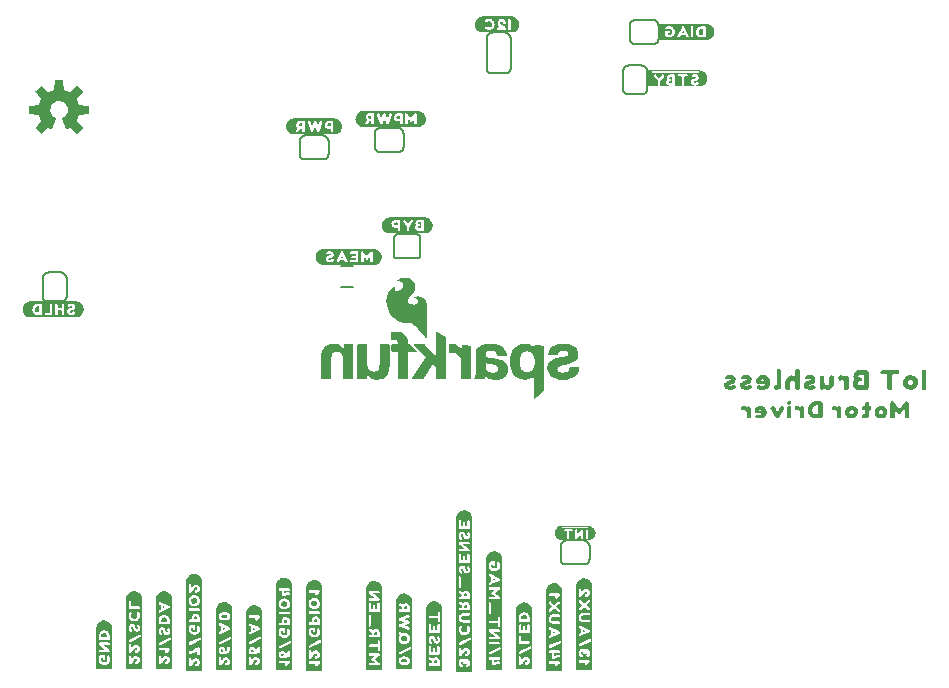
<source format=gbo>
G04 EAGLE Gerber RS-274X export*
G75*
%MOMM*%
%FSLAX34Y34*%
%LPD*%
%INSilkscreen Bottom*%
%IPPOS*%
%AMOC8*
5,1,8,0,0,1.08239X$1,22.5*%
G01*
%ADD10C,0.203200*%
%ADD11C,0.152400*%

G36*
X387311Y32419D02*
X387311Y32419D01*
X387318Y32414D01*
X387818Y32614D01*
X387833Y32638D01*
X387840Y32644D01*
X387838Y32647D01*
X387843Y32655D01*
X387849Y32660D01*
X387849Y162460D01*
X387846Y162464D01*
X387849Y162467D01*
X387649Y163867D01*
X387644Y163872D01*
X387647Y163876D01*
X387447Y164476D01*
X387444Y164477D01*
X387445Y164479D01*
X387145Y165179D01*
X387143Y165181D01*
X387144Y165182D01*
X386844Y165782D01*
X386841Y165783D01*
X386842Y165785D01*
X386542Y166285D01*
X386534Y166289D01*
X386535Y166295D01*
X385535Y167295D01*
X385531Y167295D01*
X385531Y167298D01*
X384531Y168098D01*
X384523Y168099D01*
X384522Y168104D01*
X383922Y168404D01*
X383920Y168404D01*
X383919Y168405D01*
X383219Y168705D01*
X383216Y168705D01*
X383216Y168707D01*
X382616Y168907D01*
X382609Y168905D01*
X382607Y168909D01*
X381207Y169109D01*
X381202Y169106D01*
X381200Y169109D01*
X380600Y169109D01*
X380596Y169106D01*
X380593Y169109D01*
X379893Y169009D01*
X379889Y169005D01*
X379886Y169007D01*
X379186Y168807D01*
X379185Y168806D01*
X379184Y168807D01*
X377984Y168407D01*
X377979Y168399D01*
X377973Y168401D01*
X376773Y167601D01*
X376772Y167598D01*
X376769Y167598D01*
X376269Y167198D01*
X376268Y167194D01*
X376265Y167195D01*
X375765Y166695D01*
X375765Y166691D01*
X375762Y166691D01*
X375362Y166191D01*
X375361Y166183D01*
X375356Y166182D01*
X374756Y164982D01*
X374756Y164980D01*
X374755Y164979D01*
X374455Y164279D01*
X374457Y164271D01*
X374451Y164268D01*
X374351Y163668D01*
X374352Y163667D01*
X374351Y163667D01*
X374151Y162267D01*
X374154Y162262D01*
X374151Y162260D01*
X374151Y32960D01*
X374159Y32949D01*
X374154Y32942D01*
X374354Y32442D01*
X374395Y32417D01*
X374400Y32411D01*
X387300Y32411D01*
X387311Y32419D01*
G37*
G36*
X412609Y34108D02*
X412609Y34108D01*
X412616Y34103D01*
X413216Y34303D01*
X413234Y34331D01*
X413238Y34334D01*
X413237Y34335D01*
X413246Y34347D01*
X413249Y34350D01*
X413249Y127750D01*
X413246Y127755D01*
X413249Y127758D01*
X413149Y128358D01*
X413049Y129057D01*
X413045Y129061D01*
X413047Y129064D01*
X412847Y129764D01*
X412846Y129765D01*
X412847Y129766D01*
X412647Y130366D01*
X412642Y130369D01*
X412644Y130372D01*
X412344Y130972D01*
X412340Y130974D01*
X412341Y130977D01*
X411941Y131577D01*
X411938Y131578D01*
X411938Y131581D01*
X411538Y132081D01*
X411534Y132082D01*
X411535Y132085D01*
X411035Y132585D01*
X411031Y132585D01*
X411031Y132588D01*
X410531Y132988D01*
X410527Y132989D01*
X410527Y132991D01*
X409927Y133391D01*
X409923Y133391D01*
X409922Y133394D01*
X408722Y133994D01*
X408715Y133993D01*
X408714Y133997D01*
X408014Y134197D01*
X408010Y134196D01*
X408008Y134199D01*
X407408Y134299D01*
X407403Y134296D01*
X407400Y134299D01*
X405300Y134299D01*
X405291Y134292D01*
X405284Y134297D01*
X404685Y134097D01*
X403986Y133897D01*
X403982Y133892D01*
X403978Y133894D01*
X402778Y133294D01*
X402775Y133287D01*
X402769Y133288D01*
X402271Y132890D01*
X401673Y132491D01*
X401669Y132481D01*
X401662Y132481D01*
X400862Y131481D01*
X400861Y131477D01*
X400859Y131477D01*
X400459Y130877D01*
X400459Y130873D01*
X400456Y130872D01*
X400156Y130272D01*
X400157Y130267D01*
X400153Y130266D01*
X399953Y129666D01*
X399954Y129664D01*
X399953Y129664D01*
X399937Y129610D01*
X399923Y129561D01*
X399881Y129413D01*
X399839Y129265D01*
X399825Y129216D01*
X399783Y129068D01*
X399753Y128964D01*
X399755Y128959D01*
X399751Y128957D01*
X399651Y128258D01*
X399551Y127658D01*
X399554Y127653D01*
X399551Y127650D01*
X399551Y34750D01*
X399554Y34745D01*
X399551Y34742D01*
X399651Y34142D01*
X399695Y34101D01*
X399698Y34104D01*
X399700Y34101D01*
X412600Y34101D01*
X412609Y34108D01*
G37*
G36*
X53525Y487930D02*
X53525Y487930D01*
X53581Y487930D01*
X53609Y487945D01*
X53641Y487950D01*
X53700Y487990D01*
X53736Y488008D01*
X53745Y488020D01*
X53761Y488031D01*
X58069Y492339D01*
X58086Y492366D01*
X58110Y492387D01*
X58131Y492439D01*
X58160Y492486D01*
X58163Y492518D01*
X58175Y492548D01*
X58172Y492603D01*
X58177Y492659D01*
X58165Y492689D01*
X58163Y492721D01*
X58129Y492784D01*
X58115Y492821D01*
X58104Y492831D01*
X58095Y492848D01*
X53128Y498939D01*
X54317Y501249D01*
X54324Y501275D01*
X54341Y501307D01*
X55133Y503781D01*
X62952Y504575D01*
X62983Y504585D01*
X63015Y504586D01*
X63064Y504613D01*
X63116Y504631D01*
X63139Y504654D01*
X63167Y504669D01*
X63199Y504715D01*
X63238Y504754D01*
X63248Y504785D01*
X63267Y504811D01*
X63280Y504881D01*
X63293Y504919D01*
X63291Y504934D01*
X63294Y504953D01*
X63294Y511047D01*
X63287Y511078D01*
X63289Y511110D01*
X63267Y511161D01*
X63255Y511216D01*
X63234Y511240D01*
X63222Y511270D01*
X63180Y511306D01*
X63145Y511349D01*
X63115Y511362D01*
X63091Y511383D01*
X63022Y511404D01*
X62986Y511420D01*
X62971Y511420D01*
X62952Y511425D01*
X55133Y512219D01*
X54341Y514693D01*
X54328Y514716D01*
X54317Y514751D01*
X53128Y517061D01*
X58095Y523152D01*
X58109Y523180D01*
X58130Y523204D01*
X58146Y523257D01*
X58171Y523307D01*
X58171Y523339D01*
X58180Y523370D01*
X58170Y523425D01*
X58170Y523481D01*
X58155Y523509D01*
X58150Y523541D01*
X58110Y523600D01*
X58092Y523636D01*
X58080Y523645D01*
X58069Y523661D01*
X53761Y527969D01*
X53734Y527986D01*
X53713Y528010D01*
X53661Y528031D01*
X53614Y528060D01*
X53582Y528063D01*
X53552Y528075D01*
X53497Y528072D01*
X53441Y528077D01*
X53411Y528065D01*
X53379Y528063D01*
X53316Y528029D01*
X53279Y528015D01*
X53269Y528004D01*
X53252Y527995D01*
X47161Y523028D01*
X44851Y524217D01*
X44825Y524224D01*
X44793Y524241D01*
X42319Y525033D01*
X41525Y532852D01*
X41517Y532878D01*
X41516Y532890D01*
X41515Y532893D01*
X41514Y532915D01*
X41487Y532964D01*
X41469Y533016D01*
X41446Y533039D01*
X41431Y533067D01*
X41385Y533099D01*
X41346Y533138D01*
X41315Y533148D01*
X41289Y533167D01*
X41219Y533180D01*
X41181Y533193D01*
X41166Y533191D01*
X41147Y533194D01*
X35053Y533194D01*
X35022Y533187D01*
X34990Y533189D01*
X34939Y533167D01*
X34884Y533155D01*
X34860Y533134D01*
X34830Y533122D01*
X34794Y533080D01*
X34751Y533045D01*
X34738Y533015D01*
X34717Y532991D01*
X34696Y532922D01*
X34680Y532886D01*
X34680Y532871D01*
X34678Y532864D01*
X34677Y532862D01*
X34677Y532861D01*
X34675Y532852D01*
X33881Y525033D01*
X31407Y524241D01*
X31384Y524228D01*
X31349Y524217D01*
X29039Y523028D01*
X22948Y527995D01*
X22920Y528009D01*
X22896Y528030D01*
X22843Y528046D01*
X22793Y528071D01*
X22761Y528071D01*
X22730Y528080D01*
X22675Y528070D01*
X22619Y528070D01*
X22591Y528055D01*
X22559Y528050D01*
X22500Y528010D01*
X22465Y527992D01*
X22455Y527980D01*
X22439Y527969D01*
X18131Y523661D01*
X18114Y523634D01*
X18090Y523613D01*
X18069Y523561D01*
X18040Y523514D01*
X18037Y523482D01*
X18025Y523452D01*
X18029Y523397D01*
X18023Y523341D01*
X18035Y523311D01*
X18037Y523279D01*
X18071Y523216D01*
X18085Y523179D01*
X18096Y523169D01*
X18105Y523152D01*
X23072Y517061D01*
X21883Y514751D01*
X21876Y514725D01*
X21859Y514693D01*
X21067Y512219D01*
X13248Y511425D01*
X13217Y511415D01*
X13185Y511414D01*
X13136Y511387D01*
X13084Y511369D01*
X13061Y511346D01*
X13033Y511331D01*
X13001Y511285D01*
X12962Y511246D01*
X12952Y511215D01*
X12933Y511189D01*
X12920Y511119D01*
X12907Y511081D01*
X12909Y511066D01*
X12906Y511047D01*
X12906Y504953D01*
X12913Y504922D01*
X12911Y504890D01*
X12933Y504839D01*
X12945Y504784D01*
X12966Y504760D01*
X12978Y504730D01*
X13020Y504694D01*
X13055Y504651D01*
X13085Y504638D01*
X13109Y504617D01*
X13178Y504596D01*
X13214Y504580D01*
X13229Y504580D01*
X13248Y504575D01*
X21067Y503781D01*
X21859Y501307D01*
X21872Y501284D01*
X21883Y501249D01*
X23072Y498939D01*
X18105Y492848D01*
X18091Y492820D01*
X18070Y492796D01*
X18054Y492743D01*
X18029Y492693D01*
X18029Y492661D01*
X18020Y492630D01*
X18030Y492575D01*
X18030Y492519D01*
X18045Y492491D01*
X18050Y492459D01*
X18090Y492400D01*
X18108Y492365D01*
X18120Y492355D01*
X18131Y492339D01*
X22439Y488031D01*
X22466Y488014D01*
X22487Y487990D01*
X22539Y487969D01*
X22586Y487940D01*
X22618Y487937D01*
X22648Y487925D01*
X22703Y487929D01*
X22759Y487923D01*
X22789Y487935D01*
X22821Y487937D01*
X22884Y487971D01*
X22921Y487985D01*
X22931Y487996D01*
X22948Y488005D01*
X29039Y492972D01*
X31348Y491782D01*
X31412Y491766D01*
X31475Y491743D01*
X31496Y491745D01*
X31516Y491740D01*
X31581Y491754D01*
X31647Y491761D01*
X31665Y491772D01*
X31685Y491777D01*
X31737Y491818D01*
X31793Y491854D01*
X31806Y491873D01*
X31821Y491885D01*
X31837Y491920D01*
X31873Y491974D01*
X35461Y500636D01*
X35466Y500668D01*
X35480Y500696D01*
X35480Y500752D01*
X35489Y500807D01*
X35480Y500838D01*
X35480Y500869D01*
X35455Y500920D01*
X35439Y500973D01*
X35417Y500996D01*
X35403Y501025D01*
X35347Y501071D01*
X35320Y501099D01*
X35306Y501104D01*
X35291Y501117D01*
X33914Y501861D01*
X32748Y502845D01*
X31808Y504047D01*
X31134Y505415D01*
X30753Y506893D01*
X30681Y508417D01*
X30923Y509923D01*
X31467Y511349D01*
X32291Y512633D01*
X33360Y513722D01*
X34628Y514570D01*
X36043Y515140D01*
X37545Y515410D01*
X39070Y515367D01*
X40554Y515014D01*
X41935Y514364D01*
X43154Y513447D01*
X44160Y512300D01*
X44911Y510971D01*
X45374Y509518D01*
X45531Y507999D01*
X45388Y506550D01*
X44965Y505156D01*
X44279Y503872D01*
X43355Y502746D01*
X42229Y501822D01*
X40911Y501117D01*
X40886Y501096D01*
X40857Y501082D01*
X40822Y501039D01*
X40781Y501003D01*
X40768Y500973D01*
X40748Y500948D01*
X40736Y500894D01*
X40715Y500843D01*
X40717Y500810D01*
X40710Y500778D01*
X40724Y500709D01*
X40727Y500670D01*
X40735Y500656D01*
X40739Y500636D01*
X44327Y491974D01*
X44366Y491920D01*
X44398Y491863D01*
X44415Y491851D01*
X44428Y491834D01*
X44486Y491803D01*
X44541Y491765D01*
X44562Y491762D01*
X44581Y491752D01*
X44647Y491751D01*
X44713Y491741D01*
X44736Y491748D01*
X44754Y491747D01*
X44789Y491764D01*
X44852Y491782D01*
X47161Y492972D01*
X53252Y488005D01*
X53280Y487991D01*
X53304Y487970D01*
X53357Y487954D01*
X53407Y487929D01*
X53439Y487929D01*
X53470Y487920D01*
X53525Y487930D01*
G37*
G36*
X158711Y33049D02*
X158711Y33049D01*
X158718Y33044D01*
X159218Y33244D01*
X159233Y33268D01*
X159240Y33274D01*
X159238Y33277D01*
X159243Y33285D01*
X159249Y33290D01*
X159249Y108190D01*
X159246Y108194D01*
X159249Y108197D01*
X159149Y108893D01*
X159149Y109590D01*
X159142Y109599D01*
X159147Y109606D01*
X158947Y110205D01*
X158747Y110904D01*
X158742Y110908D01*
X158744Y110912D01*
X158444Y111512D01*
X158440Y111514D01*
X158441Y111517D01*
X158041Y112117D01*
X158038Y112118D01*
X158038Y112121D01*
X157238Y113121D01*
X157234Y113122D01*
X157235Y113125D01*
X156735Y113625D01*
X156728Y113626D01*
X156727Y113631D01*
X156127Y114031D01*
X156126Y114031D01*
X156125Y114032D01*
X155625Y114332D01*
X155622Y114332D01*
X155622Y114334D01*
X155022Y114634D01*
X155015Y114633D01*
X155014Y114637D01*
X154315Y114837D01*
X153716Y115037D01*
X153709Y115035D01*
X153707Y115039D01*
X153007Y115139D01*
X153002Y115136D01*
X153000Y115139D01*
X151600Y115139D01*
X151595Y115136D01*
X151592Y115139D01*
X150992Y115039D01*
X150989Y115035D01*
X150986Y115037D01*
X150286Y114837D01*
X150282Y114832D01*
X150278Y114834D01*
X148478Y113934D01*
X148475Y113927D01*
X148469Y113928D01*
X147969Y113528D01*
X147968Y113524D01*
X147965Y113525D01*
X146965Y112525D01*
X146964Y112513D01*
X146956Y112512D01*
X146657Y111915D01*
X146259Y111317D01*
X146259Y111313D01*
X146259Y111312D01*
X146259Y111311D01*
X146260Y111308D01*
X146253Y111306D01*
X145853Y110106D01*
X145854Y110104D01*
X145853Y110104D01*
X145846Y110081D01*
X145804Y109933D01*
X145762Y109786D01*
X145748Y109736D01*
X145706Y109589D01*
X145663Y109441D01*
X145653Y109404D01*
X145655Y109399D01*
X145651Y109397D01*
X145551Y108697D01*
X145554Y108692D01*
X145551Y108690D01*
X145551Y33590D01*
X145559Y33579D01*
X145554Y33572D01*
X145754Y33072D01*
X145795Y33047D01*
X145800Y33041D01*
X158700Y33041D01*
X158711Y33049D01*
G37*
G36*
X235018Y33684D02*
X235018Y33684D01*
X235030Y33681D01*
X235430Y33981D01*
X235434Y33997D01*
X235441Y34002D01*
X235437Y34008D01*
X235439Y34012D01*
X235449Y34020D01*
X235449Y105520D01*
X235446Y105525D01*
X235449Y105528D01*
X235349Y106128D01*
X235249Y106827D01*
X235244Y106832D01*
X235247Y106836D01*
X235047Y107436D01*
X235044Y107437D01*
X235045Y107439D01*
X234745Y108139D01*
X234743Y108141D01*
X234744Y108142D01*
X234444Y108742D01*
X234437Y108745D01*
X234438Y108751D01*
X233638Y109751D01*
X233634Y109752D01*
X233635Y109755D01*
X233135Y110255D01*
X233131Y110255D01*
X233131Y110258D01*
X232631Y110658D01*
X232627Y110659D01*
X232627Y110661D01*
X232027Y111061D01*
X232023Y111061D01*
X232022Y111064D01*
X230822Y111664D01*
X230811Y111662D01*
X230807Y111669D01*
X230110Y111768D01*
X229414Y111967D01*
X229404Y111964D01*
X229400Y111969D01*
X228100Y111969D01*
X228096Y111966D01*
X228093Y111969D01*
X227393Y111869D01*
X227392Y111868D01*
X227392Y111869D01*
X226792Y111769D01*
X226786Y111762D01*
X226781Y111765D01*
X226082Y111466D01*
X225484Y111267D01*
X225479Y111259D01*
X225473Y111261D01*
X224873Y110861D01*
X224872Y110858D01*
X224869Y110858D01*
X223869Y110058D01*
X223868Y110054D01*
X223865Y110055D01*
X223365Y109555D01*
X223364Y109548D01*
X223359Y109547D01*
X222960Y108949D01*
X222562Y108451D01*
X222561Y108441D01*
X222555Y108439D01*
X222255Y107739D01*
X222256Y107736D01*
X222253Y107736D01*
X222053Y107136D01*
X222055Y107129D01*
X222051Y107127D01*
X221951Y106428D01*
X221851Y105828D01*
X221852Y105827D01*
X221851Y105827D01*
X221751Y105127D01*
X221754Y105122D01*
X221751Y105120D01*
X221751Y34020D01*
X221770Y33994D01*
X221770Y33981D01*
X222170Y33681D01*
X222192Y33681D01*
X222200Y33671D01*
X235000Y33671D01*
X235018Y33684D01*
G37*
G36*
X489126Y34190D02*
X489126Y34190D01*
X489139Y34190D01*
X489439Y34590D01*
X489439Y34598D01*
X489443Y34601D01*
X489439Y34605D01*
X489439Y34612D01*
X489449Y34620D01*
X489449Y104620D01*
X489446Y104624D01*
X489449Y104627D01*
X489249Y106027D01*
X489248Y106028D01*
X489249Y106028D01*
X489149Y106628D01*
X489142Y106634D01*
X489145Y106639D01*
X488845Y107339D01*
X488843Y107341D01*
X488844Y107342D01*
X488544Y107942D01*
X488541Y107943D01*
X488542Y107945D01*
X488242Y108445D01*
X488241Y108446D01*
X488241Y108447D01*
X487841Y109047D01*
X487834Y109050D01*
X487835Y109055D01*
X487335Y109555D01*
X487331Y109555D01*
X487331Y109558D01*
X486831Y109958D01*
X486827Y109959D01*
X486827Y109961D01*
X486227Y110361D01*
X486226Y110361D01*
X486225Y110362D01*
X485725Y110662D01*
X485720Y110662D01*
X485719Y110665D01*
X485019Y110965D01*
X485016Y110965D01*
X485016Y110967D01*
X484416Y111167D01*
X484414Y111166D01*
X484414Y111167D01*
X483714Y111367D01*
X483710Y111366D01*
X483708Y111369D01*
X483108Y111469D01*
X483103Y111466D01*
X483100Y111469D01*
X482400Y111469D01*
X482396Y111466D01*
X482393Y111469D01*
X480993Y111269D01*
X480988Y111264D01*
X480984Y111267D01*
X480384Y111067D01*
X480381Y111062D01*
X480378Y111064D01*
X478578Y110164D01*
X478573Y110154D01*
X478565Y110155D01*
X478067Y109657D01*
X477569Y109258D01*
X477567Y109248D01*
X477559Y109247D01*
X477160Y108649D01*
X476762Y108151D01*
X476761Y108143D01*
X476756Y108142D01*
X476156Y106942D01*
X476157Y106935D01*
X476153Y106934D01*
X476137Y106877D01*
X476094Y106729D01*
X476080Y106680D01*
X476038Y106532D01*
X475996Y106385D01*
X475982Y106335D01*
X475953Y106234D01*
X475955Y106229D01*
X475951Y106227D01*
X475851Y105528D01*
X475751Y104928D01*
X475754Y104923D01*
X475751Y104920D01*
X475751Y34520D01*
X475773Y34490D01*
X475775Y34478D01*
X476275Y34178D01*
X476293Y34180D01*
X476300Y34171D01*
X489100Y34171D01*
X489126Y34190D01*
G37*
G36*
X260847Y33137D02*
X260847Y33137D01*
X260842Y33144D01*
X260849Y33150D01*
X260849Y103650D01*
X260846Y103654D01*
X260849Y103657D01*
X260749Y104357D01*
X260744Y104362D01*
X260747Y104366D01*
X260547Y104965D01*
X260347Y105664D01*
X260342Y105668D01*
X260344Y105672D01*
X259744Y106872D01*
X259737Y106875D01*
X259738Y106881D01*
X258938Y107881D01*
X258934Y107882D01*
X258935Y107885D01*
X258435Y108385D01*
X258428Y108386D01*
X258427Y108391D01*
X257829Y108790D01*
X257331Y109188D01*
X257323Y109189D01*
X257322Y109194D01*
X256722Y109494D01*
X256715Y109493D01*
X256714Y109497D01*
X256015Y109697D01*
X255416Y109897D01*
X255409Y109895D01*
X255407Y109899D01*
X254707Y109999D01*
X254702Y109996D01*
X254700Y109999D01*
X253300Y109999D01*
X253295Y109996D01*
X253292Y109999D01*
X252692Y109899D01*
X252689Y109895D01*
X252686Y109897D01*
X251986Y109697D01*
X251985Y109696D01*
X251984Y109697D01*
X251384Y109497D01*
X251381Y109492D01*
X251378Y109494D01*
X250778Y109194D01*
X250776Y109190D01*
X250773Y109191D01*
X249573Y108391D01*
X249572Y108388D01*
X249569Y108388D01*
X249069Y107988D01*
X249067Y107978D01*
X249059Y107977D01*
X248660Y107379D01*
X248262Y106881D01*
X248261Y106873D01*
X248256Y106872D01*
X247656Y105672D01*
X247657Y105665D01*
X247653Y105664D01*
X247623Y105561D01*
X247609Y105512D01*
X247567Y105364D01*
X247525Y105216D01*
X247511Y105167D01*
X247469Y105019D01*
X247453Y104965D01*
X247253Y104366D01*
X247255Y104359D01*
X247251Y104357D01*
X247151Y103657D01*
X247154Y103652D01*
X247151Y103650D01*
X247151Y33150D01*
X247187Y33103D01*
X247194Y33108D01*
X247200Y33101D01*
X260800Y33101D01*
X260847Y33137D01*
G37*
G36*
X311218Y33914D02*
X311218Y33914D01*
X311230Y33911D01*
X311630Y34211D01*
X311634Y34227D01*
X311641Y34232D01*
X311637Y34238D01*
X311639Y34242D01*
X311649Y34250D01*
X311649Y37250D01*
X311622Y37286D01*
X311619Y37295D01*
X311592Y37307D01*
X311594Y37308D01*
X311638Y37319D01*
X311634Y37338D01*
X311649Y37350D01*
X311649Y102350D01*
X311646Y102354D01*
X311649Y102357D01*
X311449Y103757D01*
X311448Y103758D01*
X311449Y103758D01*
X311349Y104358D01*
X311345Y104361D01*
X311347Y104364D01*
X311147Y105064D01*
X311142Y105068D01*
X311144Y105072D01*
X310844Y105672D01*
X310837Y105675D01*
X310838Y105681D01*
X310440Y106179D01*
X310041Y106777D01*
X310034Y106780D01*
X310035Y106785D01*
X309535Y107285D01*
X309531Y107285D01*
X309531Y107288D01*
X308531Y108088D01*
X308527Y108089D01*
X308527Y108091D01*
X307927Y108491D01*
X307918Y108490D01*
X307916Y108497D01*
X307318Y108696D01*
X306619Y108995D01*
X306611Y108993D01*
X306608Y108999D01*
X306008Y109099D01*
X306007Y109098D01*
X306007Y109099D01*
X305307Y109199D01*
X305302Y109196D01*
X305300Y109199D01*
X304000Y109199D01*
X303992Y109193D01*
X303986Y109197D01*
X303290Y108998D01*
X302593Y108899D01*
X302585Y108891D01*
X302578Y108894D01*
X301378Y108294D01*
X301376Y108290D01*
X301373Y108291D01*
X300773Y107891D01*
X300772Y107888D01*
X300769Y107888D01*
X300269Y107488D01*
X300268Y107484D01*
X300265Y107485D01*
X299765Y106985D01*
X299765Y106981D01*
X299762Y106981D01*
X298962Y105981D01*
X298961Y105973D01*
X298956Y105972D01*
X298656Y105372D01*
X298656Y105370D01*
X298655Y105369D01*
X298355Y104669D01*
X298356Y104666D01*
X298353Y104666D01*
X298153Y104066D01*
X298155Y104059D01*
X298151Y104057D01*
X297951Y102657D01*
X297954Y102652D01*
X297951Y102650D01*
X297951Y34250D01*
X297970Y34224D01*
X297970Y34211D01*
X298370Y33911D01*
X298392Y33911D01*
X298400Y33901D01*
X311200Y33901D01*
X311218Y33914D01*
G37*
G36*
X463947Y33267D02*
X463947Y33267D01*
X463946Y33269D01*
X463948Y33270D01*
X464048Y33770D01*
X464045Y33777D01*
X464049Y33780D01*
X464049Y100980D01*
X464046Y100985D01*
X464049Y100988D01*
X463949Y101588D01*
X463945Y101591D01*
X463947Y101594D01*
X463547Y102994D01*
X463546Y102995D01*
X463547Y102996D01*
X463347Y103596D01*
X463339Y103601D01*
X463341Y103607D01*
X462941Y104207D01*
X462938Y104208D01*
X462938Y104211D01*
X462138Y105211D01*
X462134Y105212D01*
X462135Y105215D01*
X461635Y105715D01*
X461631Y105715D01*
X461631Y105718D01*
X461131Y106118D01*
X461127Y106119D01*
X461127Y106121D01*
X460527Y106521D01*
X460523Y106521D01*
X460522Y106524D01*
X459922Y106824D01*
X459915Y106823D01*
X459914Y106827D01*
X459215Y107027D01*
X458616Y107227D01*
X458609Y107225D01*
X458607Y107229D01*
X457907Y107329D01*
X457902Y107326D01*
X457900Y107329D01*
X456600Y107329D01*
X456596Y107326D01*
X456593Y107329D01*
X455893Y107229D01*
X455889Y107225D01*
X455886Y107227D01*
X455186Y107027D01*
X455185Y107026D01*
X455184Y107027D01*
X454584Y106827D01*
X454581Y106822D01*
X454578Y106824D01*
X453378Y106224D01*
X453373Y106214D01*
X453365Y106215D01*
X452867Y105717D01*
X452369Y105318D01*
X452368Y105314D01*
X452365Y105315D01*
X451865Y104815D01*
X451864Y104808D01*
X451859Y104807D01*
X451459Y104207D01*
X451459Y104206D01*
X451458Y104205D01*
X451158Y103705D01*
X451158Y103700D01*
X451155Y103699D01*
X450855Y102999D01*
X450856Y102996D01*
X450853Y102996D01*
X450653Y102396D01*
X450654Y102394D01*
X450653Y102394D01*
X450624Y102293D01*
X450610Y102243D01*
X450568Y102096D01*
X450525Y101948D01*
X450511Y101899D01*
X450469Y101751D01*
X450453Y101694D01*
X450454Y101690D01*
X450451Y101688D01*
X450351Y101088D01*
X450354Y101083D01*
X450351Y101080D01*
X450351Y33380D01*
X450387Y33333D01*
X450390Y33335D01*
X450392Y33331D01*
X450992Y33231D01*
X450997Y33234D01*
X451000Y33231D01*
X463900Y33231D01*
X463947Y33267D01*
G37*
G36*
X349454Y314420D02*
X349454Y314420D01*
X349541Y314423D01*
X349541Y314424D01*
X349542Y314424D01*
X349617Y314465D01*
X349693Y314506D01*
X349693Y314507D01*
X349694Y314507D01*
X349745Y314579D01*
X349793Y314648D01*
X349793Y314649D01*
X349794Y314656D01*
X349820Y314790D01*
X349820Y342390D01*
X349816Y342410D01*
X349817Y342437D01*
X349617Y344037D01*
X349606Y344069D01*
X349598Y344118D01*
X349098Y345518D01*
X349090Y345530D01*
X349086Y345547D01*
X348586Y346647D01*
X348568Y346671D01*
X348552Y346708D01*
X347852Y347708D01*
X347833Y347725D01*
X347822Y347744D01*
X347800Y347760D01*
X347773Y347790D01*
X346873Y348490D01*
X346862Y348495D01*
X346851Y348506D01*
X345951Y349106D01*
X345920Y349118D01*
X345881Y349143D01*
X344881Y349543D01*
X344866Y349545D01*
X344849Y349554D01*
X343849Y349854D01*
X343830Y349855D01*
X343808Y349864D01*
X342708Y350064D01*
X342679Y350063D01*
X342640Y350070D01*
X340940Y350070D01*
X340917Y350065D01*
X340886Y350066D01*
X340186Y349966D01*
X340153Y349953D01*
X340099Y349943D01*
X339609Y349747D01*
X339378Y349670D01*
X339240Y349670D01*
X339071Y349631D01*
X338938Y349521D01*
X338867Y349362D01*
X338873Y349189D01*
X338956Y349037D01*
X339098Y348937D01*
X339219Y348914D01*
X339429Y348774D01*
X339460Y348762D01*
X339548Y348721D01*
X339873Y348640D01*
X340212Y348386D01*
X340228Y348379D01*
X340244Y348364D01*
X341204Y347788D01*
X341538Y347454D01*
X341792Y347030D01*
X341960Y346528D01*
X341960Y345952D01*
X341791Y345446D01*
X341426Y344808D01*
X340979Y344271D01*
X340350Y343822D01*
X339512Y343449D01*
X338501Y343173D01*
X337001Y343267D01*
X335587Y343644D01*
X334501Y344278D01*
X333774Y345278D01*
X333326Y346353D01*
X333415Y347604D01*
X333969Y348989D01*
X335218Y350431D01*
X336909Y352121D01*
X336923Y352143D01*
X336948Y352167D01*
X338248Y353967D01*
X338254Y353982D01*
X338268Y353997D01*
X339268Y355697D01*
X339279Y355734D01*
X339311Y355808D01*
X339711Y357608D01*
X339711Y357641D01*
X339720Y357690D01*
X339720Y359390D01*
X339711Y359428D01*
X339703Y359503D01*
X339203Y361103D01*
X339183Y361137D01*
X339153Y361205D01*
X338053Y362805D01*
X338026Y362830D01*
X337992Y362875D01*
X336292Y364375D01*
X336257Y364394D01*
X336204Y364433D01*
X333904Y365533D01*
X333871Y365540D01*
X333824Y365561D01*
X331624Y366061D01*
X331586Y366061D01*
X331521Y366070D01*
X329521Y365970D01*
X329495Y365962D01*
X329458Y365961D01*
X327658Y365561D01*
X327627Y365547D01*
X327579Y365535D01*
X326079Y364835D01*
X326075Y364832D01*
X326070Y364830D01*
X325536Y364563D01*
X324870Y364230D01*
X324848Y364212D01*
X324812Y364194D01*
X324012Y363594D01*
X323997Y363576D01*
X323971Y363559D01*
X323771Y363359D01*
X323758Y363337D01*
X323738Y363321D01*
X323712Y363264D01*
X323680Y363212D01*
X323677Y363186D01*
X323667Y363162D01*
X323669Y363101D01*
X323663Y363039D01*
X323672Y363015D01*
X323673Y362989D01*
X323703Y362935D01*
X323725Y362877D01*
X323744Y362860D01*
X323756Y362837D01*
X323807Y362802D01*
X323852Y362760D01*
X323877Y362752D01*
X323898Y362737D01*
X323982Y362721D01*
X324018Y362710D01*
X324028Y362712D01*
X324040Y362710D01*
X324140Y362710D01*
X324176Y362718D01*
X324232Y362721D01*
X324618Y362818D01*
X325171Y362910D01*
X325816Y362910D01*
X326555Y362817D01*
X327394Y362538D01*
X328128Y362171D01*
X328768Y361622D01*
X329229Y361069D01*
X329492Y360630D01*
X329660Y360128D01*
X329660Y359052D01*
X329491Y358546D01*
X329119Y357896D01*
X328649Y357237D01*
X327494Y356081D01*
X326835Y355611D01*
X326160Y355225D01*
X325824Y355057D01*
X325388Y354839D01*
X324645Y354561D01*
X324013Y354470D01*
X323518Y354470D01*
X322937Y354719D01*
X322543Y355035D01*
X322292Y355536D01*
X322120Y356052D01*
X322120Y357028D01*
X322201Y357270D01*
X322203Y357291D01*
X322209Y357306D01*
X322208Y357329D01*
X322220Y357390D01*
X322220Y357590D01*
X322206Y357653D01*
X322198Y357717D01*
X322186Y357736D01*
X322181Y357759D01*
X322140Y357809D01*
X322105Y357863D01*
X322085Y357875D01*
X322071Y357892D01*
X322012Y357919D01*
X321957Y357952D01*
X321934Y357954D01*
X321912Y357963D01*
X321848Y357961D01*
X321784Y357966D01*
X321759Y357957D01*
X321739Y357957D01*
X321706Y357938D01*
X321647Y357918D01*
X319947Y356918D01*
X319919Y356891D01*
X319863Y356851D01*
X318263Y355151D01*
X318247Y355122D01*
X318215Y355088D01*
X316815Y352788D01*
X316805Y352756D01*
X316781Y352714D01*
X315781Y349814D01*
X315778Y349786D01*
X315764Y349749D01*
X315264Y346549D01*
X315267Y346516D01*
X315260Y346468D01*
X315460Y342968D01*
X315470Y342937D01*
X315473Y342891D01*
X316473Y339191D01*
X316490Y339159D01*
X316508Y339105D01*
X318508Y335505D01*
X318525Y335487D01*
X318540Y335457D01*
X319940Y333657D01*
X319952Y333647D01*
X319963Y333630D01*
X321463Y332030D01*
X321481Y332018D01*
X321498Y331996D01*
X323198Y330596D01*
X323217Y330587D01*
X323237Y330569D01*
X325137Y329369D01*
X325165Y329359D01*
X325199Y329337D01*
X327199Y328537D01*
X327211Y328535D01*
X327225Y328528D01*
X329425Y327828D01*
X329454Y327825D01*
X329493Y327813D01*
X331893Y327513D01*
X331914Y327515D01*
X331940Y327510D01*
X335693Y327510D01*
X336807Y327231D01*
X337752Y326759D01*
X338809Y326086D01*
X339771Y325220D01*
X340759Y324134D01*
X340760Y324133D01*
X340761Y324132D01*
X341955Y322838D01*
X343151Y321443D01*
X343157Y321439D01*
X343161Y321432D01*
X344360Y320133D01*
X346560Y317733D01*
X347448Y316746D01*
X348140Y315857D01*
X348146Y315851D01*
X348151Y315843D01*
X348743Y315152D01*
X349015Y314789D01*
X349099Y314621D01*
X349100Y314620D01*
X349152Y314557D01*
X349209Y314488D01*
X349210Y314487D01*
X349211Y314487D01*
X349286Y314453D01*
X349368Y314417D01*
X349369Y314416D01*
X349454Y314420D01*
G37*
G36*
X440869Y263521D02*
X440869Y263521D01*
X440941Y263523D01*
X440955Y263531D01*
X440970Y263533D01*
X441085Y263602D01*
X441093Y263606D01*
X441093Y263607D01*
X441094Y263607D01*
X442086Y264500D01*
X443078Y265293D01*
X443084Y265301D01*
X443094Y265307D01*
X444094Y266207D01*
X444100Y266215D01*
X444109Y266221D01*
X444994Y267106D01*
X445978Y267893D01*
X445984Y267901D01*
X445994Y267907D01*
X446993Y268806D01*
X447893Y269606D01*
X447893Y269607D01*
X447894Y269607D01*
X448894Y270507D01*
X448945Y270580D01*
X448993Y270648D01*
X448993Y270649D01*
X448993Y270650D01*
X448995Y270658D01*
X449020Y270790D01*
X449020Y307690D01*
X449018Y307699D01*
X449020Y307709D01*
X448998Y307783D01*
X448981Y307859D01*
X448975Y307866D01*
X448972Y307875D01*
X448920Y307933D01*
X448871Y307992D01*
X448862Y307996D01*
X448855Y308003D01*
X448723Y308061D01*
X446923Y308461D01*
X446903Y308461D01*
X446878Y308468D01*
X445900Y308566D01*
X445023Y308761D01*
X445004Y308761D01*
X444982Y308768D01*
X444102Y308866D01*
X443223Y309061D01*
X443219Y309061D01*
X443215Y309063D01*
X442215Y309263D01*
X442200Y309262D01*
X442182Y309268D01*
X441282Y309368D01*
X441211Y309359D01*
X441139Y309357D01*
X441126Y309349D01*
X441110Y309347D01*
X441050Y309308D01*
X440987Y309274D01*
X440978Y309261D01*
X440965Y309253D01*
X440929Y309191D01*
X440887Y309132D01*
X440884Y309115D01*
X440877Y309103D01*
X440874Y309064D01*
X440860Y308990D01*
X440860Y306559D01*
X440748Y306714D01*
X440737Y306723D01*
X440733Y306731D01*
X440723Y306738D01*
X440709Y306759D01*
X439809Y307659D01*
X439800Y307664D01*
X439793Y307674D01*
X438893Y308474D01*
X438866Y308488D01*
X438836Y308516D01*
X437836Y309116D01*
X437807Y309125D01*
X437770Y309147D01*
X436670Y309547D01*
X436665Y309548D01*
X436660Y309551D01*
X435460Y309951D01*
X435424Y309954D01*
X435369Y309969D01*
X434071Y310069D01*
X432872Y310169D01*
X432843Y310165D01*
X432803Y310168D01*
X429703Y309868D01*
X429671Y309857D01*
X429620Y309851D01*
X426920Y308951D01*
X426887Y308930D01*
X426826Y308904D01*
X424626Y307404D01*
X424603Y307380D01*
X424564Y307352D01*
X422764Y305452D01*
X422747Y305423D01*
X422715Y305388D01*
X421315Y303088D01*
X421305Y303058D01*
X421282Y303019D01*
X420382Y300519D01*
X420380Y300497D01*
X420368Y300470D01*
X419768Y297670D01*
X419769Y297646D01*
X419761Y297615D01*
X419561Y294615D01*
X419564Y294593D01*
X419561Y294563D01*
X419761Y291763D01*
X419768Y291740D01*
X419769Y291708D01*
X420369Y289008D01*
X420379Y288987D01*
X420384Y288957D01*
X421284Y286557D01*
X421302Y286529D01*
X421319Y286486D01*
X422719Y284286D01*
X422738Y284267D01*
X422757Y284236D01*
X424457Y282336D01*
X424488Y282314D01*
X424536Y282269D01*
X426736Y280869D01*
X426768Y280858D01*
X426811Y280832D01*
X429311Y279932D01*
X429347Y279928D01*
X429401Y279912D01*
X432301Y279612D01*
X432330Y279615D01*
X432369Y279611D01*
X433669Y279711D01*
X433684Y279715D01*
X433703Y279715D01*
X434903Y279915D01*
X434915Y279920D01*
X434932Y279921D01*
X436132Y280221D01*
X436158Y280235D01*
X436197Y280244D01*
X437297Y280744D01*
X437307Y280751D01*
X437322Y280756D01*
X438422Y281356D01*
X438436Y281369D01*
X438458Y281379D01*
X439458Y282079D01*
X439482Y282105D01*
X439524Y282137D01*
X440324Y283037D01*
X440328Y283045D01*
X440337Y283052D01*
X440460Y283206D01*
X440460Y263890D01*
X440463Y263875D01*
X440461Y263859D01*
X440483Y263791D01*
X440499Y263721D01*
X440509Y263709D01*
X440514Y263694D01*
X440564Y263643D01*
X440609Y263588D01*
X440624Y263581D01*
X440635Y263570D01*
X440702Y263546D01*
X440768Y263517D01*
X440783Y263517D01*
X440798Y263512D01*
X440869Y263521D01*
G37*
G36*
X107911Y34999D02*
X107911Y34999D01*
X107918Y34994D01*
X108418Y35194D01*
X108433Y35218D01*
X108440Y35224D01*
X108438Y35227D01*
X108443Y35235D01*
X108449Y35240D01*
X108449Y93940D01*
X108446Y93945D01*
X108449Y93948D01*
X108349Y94548D01*
X108249Y95247D01*
X108245Y95251D01*
X108247Y95254D01*
X108047Y95954D01*
X108042Y95958D01*
X108044Y95962D01*
X107144Y97762D01*
X107134Y97767D01*
X107135Y97775D01*
X106135Y98775D01*
X106131Y98775D01*
X106131Y98778D01*
X105131Y99578D01*
X105123Y99579D01*
X105122Y99584D01*
X104522Y99884D01*
X104515Y99883D01*
X104514Y99887D01*
X103815Y100087D01*
X103216Y100287D01*
X103209Y100285D01*
X103207Y100289D01*
X101807Y100489D01*
X101802Y100486D01*
X101800Y100489D01*
X101200Y100489D01*
X101196Y100486D01*
X101193Y100489D01*
X99793Y100289D01*
X99788Y100284D01*
X99784Y100287D01*
X99184Y100087D01*
X99181Y100082D01*
X99178Y100084D01*
X97978Y99484D01*
X97976Y99480D01*
X97973Y99481D01*
X97373Y99081D01*
X97370Y99074D01*
X97365Y99075D01*
X96865Y98575D01*
X96865Y98571D01*
X96862Y98571D01*
X96463Y98073D01*
X95965Y97575D01*
X95964Y97563D01*
X95956Y97562D01*
X95056Y95762D01*
X95058Y95751D01*
X95051Y95747D01*
X94951Y95048D01*
X94851Y94448D01*
X94852Y94447D01*
X94851Y94447D01*
X94751Y93747D01*
X94754Y93742D01*
X94751Y93740D01*
X94751Y35540D01*
X94759Y35529D01*
X94754Y35522D01*
X94954Y35022D01*
X94995Y34997D01*
X95000Y34991D01*
X107900Y34991D01*
X107911Y34999D01*
G37*
G36*
X133311Y34999D02*
X133311Y34999D01*
X133318Y34994D01*
X133818Y35194D01*
X133833Y35218D01*
X133840Y35224D01*
X133838Y35227D01*
X133843Y35235D01*
X133849Y35240D01*
X133849Y93940D01*
X133846Y93944D01*
X133849Y93947D01*
X133749Y94647D01*
X133748Y94648D01*
X133749Y94648D01*
X133649Y95248D01*
X133645Y95251D01*
X133647Y95254D01*
X133447Y95954D01*
X133442Y95958D01*
X133444Y95962D01*
X132844Y97162D01*
X132840Y97164D01*
X132841Y97167D01*
X132441Y97767D01*
X132438Y97768D01*
X132438Y97771D01*
X132038Y98271D01*
X132034Y98272D01*
X132035Y98275D01*
X131535Y98775D01*
X131531Y98775D01*
X131531Y98778D01*
X131031Y99178D01*
X131027Y99179D01*
X131027Y99181D01*
X130427Y99581D01*
X130426Y99581D01*
X130425Y99582D01*
X129925Y99882D01*
X129916Y99881D01*
X129914Y99887D01*
X129215Y100087D01*
X128616Y100287D01*
X128609Y100285D01*
X128607Y100289D01*
X127207Y100489D01*
X127202Y100486D01*
X127200Y100489D01*
X126600Y100489D01*
X126596Y100486D01*
X126593Y100489D01*
X125193Y100289D01*
X125188Y100284D01*
X125184Y100287D01*
X124584Y100087D01*
X124581Y100082D01*
X124578Y100084D01*
X123378Y99484D01*
X123376Y99480D01*
X123373Y99481D01*
X122773Y99081D01*
X122770Y99074D01*
X122765Y99075D01*
X121765Y98075D01*
X121765Y98071D01*
X121762Y98071D01*
X121362Y97571D01*
X121361Y97563D01*
X121356Y97562D01*
X120456Y95762D01*
X120458Y95751D01*
X120451Y95747D01*
X120351Y95048D01*
X120251Y94448D01*
X120252Y94447D01*
X120251Y94447D01*
X120151Y93747D01*
X120154Y93742D01*
X120151Y93740D01*
X120151Y35440D01*
X120160Y35427D01*
X120156Y35418D01*
X120356Y35018D01*
X120393Y35000D01*
X120400Y34991D01*
X133300Y34991D01*
X133311Y34999D01*
G37*
G36*
X336833Y34346D02*
X336833Y34346D01*
X336844Y34348D01*
X337044Y34748D01*
X337044Y34750D01*
X337044Y34751D01*
X337043Y34752D01*
X337041Y34764D01*
X337049Y34770D01*
X337049Y37670D01*
X337027Y37699D01*
X337026Y37712D01*
X336996Y37730D01*
X337034Y37735D01*
X337032Y37757D01*
X337049Y37770D01*
X337049Y91870D01*
X337046Y91874D01*
X337049Y91877D01*
X336849Y93277D01*
X336848Y93278D01*
X336849Y93278D01*
X336749Y93878D01*
X336741Y93885D01*
X336744Y93892D01*
X336445Y94491D01*
X336145Y95189D01*
X336141Y95192D01*
X336142Y95195D01*
X335842Y95695D01*
X335837Y95697D01*
X335838Y95702D01*
X335338Y96301D01*
X334938Y96801D01*
X334931Y96803D01*
X334931Y96808D01*
X334431Y97208D01*
X334427Y97209D01*
X334427Y97211D01*
X333827Y97611D01*
X333823Y97611D01*
X333822Y97614D01*
X332622Y98214D01*
X332617Y98213D01*
X332616Y98217D01*
X332016Y98417D01*
X332009Y98415D01*
X332007Y98419D01*
X330607Y98619D01*
X330602Y98616D01*
X330600Y98619D01*
X329300Y98619D01*
X329292Y98613D01*
X329286Y98617D01*
X328589Y98418D01*
X327992Y98319D01*
X327986Y98312D01*
X327981Y98315D01*
X327281Y98015D01*
X327279Y98013D01*
X327278Y98014D01*
X326678Y97714D01*
X326675Y97707D01*
X326669Y97708D01*
X325669Y96908D01*
X325668Y96904D01*
X325665Y96905D01*
X324665Y95905D01*
X324664Y95893D01*
X324656Y95892D01*
X323756Y94092D01*
X323757Y94085D01*
X323753Y94084D01*
X323750Y94074D01*
X323708Y93927D01*
X323694Y93877D01*
X323652Y93730D01*
X323609Y93582D01*
X323595Y93533D01*
X323553Y93385D01*
X323553Y93384D01*
X323554Y93380D01*
X323551Y93378D01*
X323451Y92778D01*
X323452Y92777D01*
X323451Y92777D01*
X323351Y92077D01*
X323354Y92072D01*
X323351Y92070D01*
X323351Y34470D01*
X323387Y34423D01*
X323389Y34424D01*
X323390Y34422D01*
X323890Y34322D01*
X323897Y34325D01*
X323900Y34321D01*
X336800Y34321D01*
X336833Y34346D01*
G37*
G36*
X362018Y33324D02*
X362018Y33324D01*
X362030Y33321D01*
X362430Y33621D01*
X362434Y33637D01*
X362441Y33642D01*
X362437Y33648D01*
X362439Y33652D01*
X362449Y33660D01*
X362449Y36660D01*
X362419Y36700D01*
X362417Y36706D01*
X362392Y36715D01*
X362441Y36733D01*
X362435Y36749D01*
X362449Y36760D01*
X362449Y85460D01*
X362446Y85464D01*
X362449Y85467D01*
X362249Y86867D01*
X362244Y86872D01*
X362247Y86876D01*
X362047Y87476D01*
X362042Y87479D01*
X362044Y87482D01*
X361444Y88682D01*
X361440Y88684D01*
X361441Y88687D01*
X361041Y89287D01*
X361038Y89288D01*
X361038Y89291D01*
X360638Y89791D01*
X360634Y89792D01*
X360635Y89795D01*
X360135Y90295D01*
X360131Y90295D01*
X360131Y90298D01*
X359631Y90698D01*
X359627Y90699D01*
X359627Y90701D01*
X359027Y91101D01*
X359023Y91101D01*
X359022Y91104D01*
X357822Y91704D01*
X357811Y91702D01*
X357807Y91709D01*
X357111Y91808D01*
X356516Y92007D01*
X356505Y92003D01*
X356500Y92009D01*
X355100Y92009D01*
X355096Y92006D01*
X355093Y92009D01*
X354393Y91909D01*
X354392Y91908D01*
X354392Y91909D01*
X353792Y91809D01*
X353789Y91805D01*
X353786Y91807D01*
X353086Y91607D01*
X353082Y91602D01*
X353078Y91604D01*
X352478Y91304D01*
X352476Y91300D01*
X352473Y91301D01*
X351874Y90902D01*
X351375Y90602D01*
X351371Y90594D01*
X351365Y90595D01*
X350365Y89595D01*
X350365Y89591D01*
X350362Y89591D01*
X349962Y89091D01*
X349961Y89083D01*
X349956Y89082D01*
X349356Y87882D01*
X349356Y87880D01*
X349355Y87879D01*
X349055Y87179D01*
X349057Y87171D01*
X349051Y87168D01*
X348951Y86568D01*
X348952Y86567D01*
X348951Y86567D01*
X348751Y85167D01*
X348754Y85162D01*
X348751Y85160D01*
X348751Y33760D01*
X348764Y33742D01*
X348761Y33730D01*
X349061Y33330D01*
X349092Y33322D01*
X349100Y33311D01*
X362000Y33311D01*
X362018Y33324D01*
G37*
G36*
X341774Y493534D02*
X341774Y493534D01*
X341777Y493531D01*
X343177Y493731D01*
X343182Y493736D01*
X343186Y493733D01*
X343785Y493933D01*
X344484Y494133D01*
X344488Y494138D01*
X344492Y494136D01*
X345092Y494436D01*
X345095Y494443D01*
X345101Y494442D01*
X345599Y494840D01*
X346197Y495239D01*
X346200Y495246D01*
X346205Y495245D01*
X346705Y495745D01*
X346705Y495749D01*
X346708Y495749D01*
X347108Y496249D01*
X347109Y496253D01*
X347111Y496253D01*
X347511Y496853D01*
X347511Y496857D01*
X347514Y496858D01*
X348114Y498058D01*
X348113Y498063D01*
X348117Y498064D01*
X348317Y498664D01*
X348315Y498671D01*
X348319Y498673D01*
X348519Y500073D01*
X348516Y500078D01*
X348519Y500080D01*
X348519Y500680D01*
X348516Y500684D01*
X348519Y500687D01*
X348319Y502087D01*
X348314Y502092D01*
X348317Y502096D01*
X348117Y502696D01*
X348112Y502699D01*
X348114Y502702D01*
X347514Y503902D01*
X347510Y503904D01*
X347511Y503907D01*
X347111Y504507D01*
X347108Y504508D01*
X347108Y504511D01*
X346708Y505011D01*
X346704Y505012D01*
X346705Y505015D01*
X346205Y505515D01*
X346198Y505516D01*
X346197Y505521D01*
X345599Y505920D01*
X345101Y506318D01*
X345093Y506319D01*
X345092Y506324D01*
X344492Y506624D01*
X344485Y506623D01*
X344484Y506627D01*
X343785Y506827D01*
X343186Y507027D01*
X343181Y507025D01*
X343179Y507025D01*
X343177Y507029D01*
X341777Y507229D01*
X341772Y507226D01*
X341770Y507229D01*
X295670Y507229D01*
X295666Y507226D01*
X295663Y507229D01*
X294263Y507029D01*
X294260Y507025D01*
X294258Y507025D01*
X294257Y507025D01*
X294254Y507027D01*
X293654Y506827D01*
X293651Y506822D01*
X293648Y506824D01*
X291848Y505924D01*
X291843Y505914D01*
X291835Y505915D01*
X291337Y505417D01*
X290839Y505018D01*
X290837Y505008D01*
X290829Y505007D01*
X290430Y504409D01*
X290032Y503911D01*
X290031Y503903D01*
X290026Y503902D01*
X289426Y502702D01*
X289427Y502695D01*
X289423Y502694D01*
X289412Y502655D01*
X289370Y502508D01*
X289327Y502360D01*
X289313Y502311D01*
X289271Y502163D01*
X289229Y502015D01*
X289223Y501994D01*
X289225Y501989D01*
X289221Y501987D01*
X289121Y501288D01*
X289021Y500688D01*
X289023Y500685D01*
X289023Y500684D01*
X289024Y500683D01*
X289021Y500680D01*
X289021Y499980D01*
X289024Y499976D01*
X289021Y499973D01*
X289121Y499273D01*
X289126Y499268D01*
X289123Y499264D01*
X289323Y498665D01*
X289523Y497966D01*
X289524Y497965D01*
X289523Y497964D01*
X289723Y497364D01*
X289731Y497359D01*
X289729Y497353D01*
X290529Y496153D01*
X290532Y496152D01*
X290532Y496149D01*
X290932Y495649D01*
X290939Y495647D01*
X290939Y495642D01*
X291939Y494842D01*
X291943Y494841D01*
X291943Y494839D01*
X292543Y494439D01*
X292547Y494439D01*
X292548Y494436D01*
X293148Y494136D01*
X293153Y494137D01*
X293154Y494133D01*
X293754Y493933D01*
X293756Y493934D01*
X293756Y493933D01*
X294456Y493733D01*
X294461Y493735D01*
X294463Y493731D01*
X295162Y493631D01*
X295762Y493531D01*
X295767Y493534D01*
X295770Y493531D01*
X341770Y493531D01*
X341774Y493534D01*
G37*
G36*
X184438Y33840D02*
X184438Y33840D01*
X184446Y33842D01*
X184646Y34342D01*
X184642Y34355D01*
X184649Y34360D01*
X184649Y84660D01*
X184646Y84664D01*
X184649Y84667D01*
X184449Y86067D01*
X184448Y86068D01*
X184449Y86068D01*
X184349Y86668D01*
X184342Y86674D01*
X184345Y86679D01*
X184045Y87379D01*
X184043Y87381D01*
X184044Y87382D01*
X183444Y88582D01*
X183437Y88585D01*
X183438Y88591D01*
X183038Y89091D01*
X183034Y89092D01*
X183035Y89095D01*
X182535Y89595D01*
X182531Y89595D01*
X182531Y89598D01*
X182031Y89998D01*
X182027Y89999D01*
X182027Y90001D01*
X180827Y90801D01*
X180818Y90800D01*
X180816Y90807D01*
X179616Y91207D01*
X179614Y91206D01*
X179614Y91207D01*
X178914Y91407D01*
X178909Y91406D01*
X178907Y91409D01*
X178207Y91509D01*
X178202Y91506D01*
X178200Y91509D01*
X177600Y91509D01*
X177596Y91506D01*
X177593Y91509D01*
X176193Y91309D01*
X176188Y91304D01*
X176184Y91307D01*
X175584Y91107D01*
X175583Y91104D01*
X175581Y91105D01*
X174881Y90805D01*
X174879Y90803D01*
X174878Y90804D01*
X174278Y90504D01*
X174277Y90501D01*
X174275Y90502D01*
X173775Y90202D01*
X173771Y90194D01*
X173765Y90195D01*
X173267Y89697D01*
X172769Y89298D01*
X172767Y89291D01*
X172762Y89292D01*
X172262Y88692D01*
X172262Y88686D01*
X172258Y88685D01*
X171958Y88185D01*
X171958Y88182D01*
X171956Y88182D01*
X171656Y87582D01*
X171656Y87580D01*
X171655Y87579D01*
X171355Y86879D01*
X171356Y86876D01*
X171353Y86876D01*
X171153Y86276D01*
X171153Y86275D01*
X171155Y86269D01*
X171151Y86267D01*
X170951Y84867D01*
X170954Y84862D01*
X170951Y84860D01*
X170951Y34060D01*
X170980Y34022D01*
X170982Y34014D01*
X171482Y33814D01*
X171495Y33818D01*
X171500Y33811D01*
X184400Y33811D01*
X184438Y33840D01*
G37*
G36*
X438111Y34319D02*
X438111Y34319D01*
X438118Y34314D01*
X438618Y34514D01*
X438633Y34538D01*
X438640Y34544D01*
X438638Y34547D01*
X438643Y34555D01*
X438649Y34560D01*
X438649Y84460D01*
X438646Y84464D01*
X438649Y84467D01*
X438549Y85167D01*
X438548Y85168D01*
X438549Y85168D01*
X438449Y85768D01*
X438445Y85771D01*
X438447Y85774D01*
X438247Y86474D01*
X438242Y86478D01*
X438244Y86482D01*
X437644Y87682D01*
X437640Y87684D01*
X437641Y87687D01*
X437241Y88287D01*
X437238Y88288D01*
X437238Y88291D01*
X436838Y88791D01*
X436834Y88792D01*
X436835Y88795D01*
X436335Y89295D01*
X436331Y89295D01*
X436331Y89298D01*
X435831Y89698D01*
X435827Y89699D01*
X435827Y89701D01*
X435227Y90101D01*
X435223Y90101D01*
X435222Y90104D01*
X434622Y90404D01*
X434617Y90403D01*
X434616Y90407D01*
X433416Y90807D01*
X433409Y90805D01*
X433407Y90809D01*
X432007Y91009D01*
X432002Y91006D01*
X432000Y91009D01*
X431400Y91009D01*
X431396Y91006D01*
X431393Y91009D01*
X429993Y90809D01*
X429988Y90804D01*
X429984Y90807D01*
X429384Y90607D01*
X429381Y90602D01*
X429378Y90604D01*
X428178Y90004D01*
X428176Y90000D01*
X428173Y90001D01*
X427573Y89601D01*
X427570Y89594D01*
X427565Y89595D01*
X426565Y88595D01*
X426565Y88591D01*
X426562Y88591D01*
X426162Y88091D01*
X426161Y88083D01*
X426156Y88082D01*
X425256Y86282D01*
X425258Y86271D01*
X425251Y86267D01*
X425151Y85567D01*
X425051Y84868D01*
X424951Y84268D01*
X424953Y84264D01*
X424954Y84262D01*
X424951Y84260D01*
X424951Y34760D01*
X424960Y34747D01*
X424956Y34738D01*
X425156Y34338D01*
X425193Y34320D01*
X425200Y34311D01*
X438100Y34311D01*
X438111Y34319D01*
G37*
G36*
X209405Y34044D02*
X209405Y34044D01*
X209408Y34041D01*
X210008Y34141D01*
X210049Y34185D01*
X210046Y34188D01*
X210049Y34190D01*
X210049Y81390D01*
X210045Y81396D01*
X210047Y81403D01*
X210036Y81408D01*
X210013Y81437D01*
X209995Y81424D01*
X209991Y81425D01*
X210027Y81449D01*
X210039Y81482D01*
X210049Y81490D01*
X210049Y82090D01*
X210046Y82094D01*
X210049Y82097D01*
X209849Y83497D01*
X209844Y83502D01*
X209847Y83506D01*
X209647Y84105D01*
X209447Y84804D01*
X209439Y84810D01*
X209441Y84817D01*
X209042Y85416D01*
X208742Y85915D01*
X208734Y85919D01*
X208735Y85925D01*
X208237Y86423D01*
X207838Y86921D01*
X207831Y86923D01*
X207832Y86928D01*
X207232Y87428D01*
X207226Y87428D01*
X207225Y87432D01*
X206725Y87732D01*
X206722Y87732D01*
X206722Y87734D01*
X205522Y88334D01*
X205515Y88333D01*
X205514Y88337D01*
X204814Y88537D01*
X204809Y88536D01*
X204807Y88539D01*
X204108Y88639D01*
X203508Y88739D01*
X203503Y88736D01*
X203500Y88739D01*
X202800Y88739D01*
X202796Y88736D01*
X202793Y88739D01*
X202093Y88639D01*
X202092Y88638D01*
X202092Y88639D01*
X201492Y88539D01*
X201489Y88535D01*
X201486Y88537D01*
X200786Y88337D01*
X200782Y88332D01*
X200778Y88334D01*
X199578Y87734D01*
X199576Y87730D01*
X199573Y87731D01*
X198973Y87331D01*
X198970Y87324D01*
X198965Y87325D01*
X198465Y86825D01*
X198465Y86821D01*
X198462Y86821D01*
X197662Y85821D01*
X197661Y85817D01*
X197659Y85817D01*
X197259Y85217D01*
X197259Y85213D01*
X197256Y85212D01*
X196956Y84612D01*
X196957Y84607D01*
X196953Y84606D01*
X196753Y84006D01*
X196754Y84004D01*
X196753Y84004D01*
X196750Y83994D01*
X196736Y83944D01*
X196694Y83797D01*
X196651Y83649D01*
X196637Y83600D01*
X196595Y83452D01*
X196553Y83304D01*
X196554Y83300D01*
X196551Y83298D01*
X196451Y82698D01*
X196452Y82697D01*
X196451Y82697D01*
X196351Y81997D01*
X196354Y81992D01*
X196351Y81990D01*
X196351Y34590D01*
X196359Y34579D01*
X196354Y34572D01*
X196554Y34072D01*
X196595Y34047D01*
X196600Y34041D01*
X209400Y34041D01*
X209405Y34044D01*
G37*
G36*
X304915Y376694D02*
X304915Y376694D01*
X304918Y376691D01*
X305518Y376791D01*
X305521Y376795D01*
X305524Y376793D01*
X306224Y376993D01*
X306225Y376994D01*
X306226Y376993D01*
X306826Y377193D01*
X306827Y377196D01*
X306829Y377195D01*
X307529Y377495D01*
X307532Y377499D01*
X307535Y377498D01*
X308035Y377798D01*
X308036Y377799D01*
X308037Y377799D01*
X308637Y378199D01*
X308640Y378206D01*
X308645Y378205D01*
X309145Y378705D01*
X309145Y378709D01*
X309148Y378709D01*
X309547Y379207D01*
X310045Y379705D01*
X310046Y379717D01*
X310054Y379718D01*
X310654Y380918D01*
X310653Y380923D01*
X310657Y380924D01*
X310857Y381524D01*
X310856Y381526D01*
X310857Y381526D01*
X310865Y381553D01*
X310907Y381701D01*
X310921Y381750D01*
X310963Y381898D01*
X310964Y381898D01*
X310963Y381898D01*
X311006Y382046D01*
X311020Y382095D01*
X311057Y382226D01*
X311056Y382231D01*
X311059Y382233D01*
X311159Y382933D01*
X311156Y382938D01*
X311159Y382940D01*
X311159Y384240D01*
X311156Y384244D01*
X311159Y384247D01*
X311059Y384947D01*
X311055Y384951D01*
X311057Y384954D01*
X310857Y385654D01*
X310856Y385655D01*
X310857Y385656D01*
X310657Y386256D01*
X310652Y386259D01*
X310654Y386262D01*
X310354Y386862D01*
X310350Y386864D01*
X310351Y386867D01*
X309951Y387467D01*
X309948Y387468D01*
X309948Y387471D01*
X309548Y387971D01*
X309544Y387972D01*
X309545Y387975D01*
X309045Y388475D01*
X309041Y388475D01*
X309041Y388478D01*
X308541Y388878D01*
X308537Y388879D01*
X308537Y388881D01*
X307939Y389280D01*
X307441Y389678D01*
X307427Y389679D01*
X307424Y389687D01*
X306725Y389887D01*
X306126Y390087D01*
X306124Y390086D01*
X306124Y390087D01*
X305424Y390287D01*
X305420Y390286D01*
X305418Y390289D01*
X304818Y390389D01*
X304813Y390386D01*
X304810Y390389D01*
X261710Y390389D01*
X261706Y390386D01*
X261703Y390389D01*
X261003Y390289D01*
X260999Y390285D01*
X260996Y390287D01*
X260296Y390087D01*
X260295Y390086D01*
X260294Y390087D01*
X259094Y389687D01*
X259089Y389679D01*
X259083Y389681D01*
X258485Y389283D01*
X257888Y388984D01*
X257883Y388974D01*
X257875Y388975D01*
X256875Y387975D01*
X256875Y387971D01*
X256872Y387971D01*
X256472Y387471D01*
X256471Y387463D01*
X256466Y387462D01*
X255566Y385662D01*
X255567Y385655D01*
X255563Y385654D01*
X255539Y385569D01*
X255496Y385421D01*
X255482Y385372D01*
X255440Y385224D01*
X255398Y385077D01*
X255384Y385027D01*
X255363Y384954D01*
X255365Y384949D01*
X255361Y384947D01*
X255261Y384247D01*
X255264Y384242D01*
X255261Y384240D01*
X255261Y382940D01*
X255264Y382936D01*
X255261Y382933D01*
X255361Y382233D01*
X255366Y382228D01*
X255363Y382224D01*
X255563Y381625D01*
X255763Y380926D01*
X255768Y380922D01*
X255766Y380918D01*
X256366Y379718D01*
X256373Y379715D01*
X256372Y379709D01*
X256772Y379209D01*
X256776Y379208D01*
X256775Y379205D01*
X257775Y378205D01*
X257779Y378205D01*
X257779Y378202D01*
X258279Y377802D01*
X258287Y377801D01*
X258288Y377796D01*
X259488Y377196D01*
X259495Y377197D01*
X259496Y377193D01*
X260195Y376993D01*
X260794Y376793D01*
X260801Y376795D01*
X260803Y376791D01*
X261503Y376691D01*
X261508Y376694D01*
X261510Y376691D01*
X304910Y376691D01*
X304915Y376694D01*
G37*
G36*
X580374Y527824D02*
X580374Y527824D01*
X580377Y527821D01*
X581077Y527921D01*
X581078Y527922D01*
X581078Y527921D01*
X581678Y528021D01*
X581681Y528025D01*
X581684Y528023D01*
X582384Y528223D01*
X582385Y528224D01*
X582386Y528223D01*
X582986Y528423D01*
X582989Y528428D01*
X582992Y528426D01*
X583592Y528726D01*
X583594Y528730D01*
X583597Y528729D01*
X584197Y529129D01*
X584198Y529132D01*
X584201Y529132D01*
X584701Y529532D01*
X584702Y529536D01*
X584705Y529535D01*
X585205Y530035D01*
X585205Y530039D01*
X585208Y530039D01*
X585608Y530539D01*
X585609Y530543D01*
X585611Y530543D01*
X586011Y531143D01*
X586011Y531147D01*
X586014Y531148D01*
X586614Y532348D01*
X586613Y532355D01*
X586617Y532356D01*
X586626Y532388D01*
X586668Y532535D01*
X586669Y532535D01*
X586668Y532535D01*
X586711Y532683D01*
X586725Y532732D01*
X586767Y532880D01*
X586809Y533028D01*
X586817Y533056D01*
X586816Y533060D01*
X586819Y533062D01*
X586919Y533662D01*
X586916Y533667D01*
X586917Y533668D01*
X586919Y533670D01*
X586919Y535770D01*
X586912Y535779D01*
X586917Y535786D01*
X586717Y536385D01*
X586517Y537084D01*
X586516Y537085D01*
X586517Y537086D01*
X586317Y537686D01*
X586309Y537691D01*
X586311Y537697D01*
X585912Y538296D01*
X585612Y538795D01*
X585604Y538799D01*
X585605Y538805D01*
X584605Y539805D01*
X584601Y539805D01*
X584601Y539808D01*
X584101Y540208D01*
X584097Y540209D01*
X584097Y540211D01*
X583497Y540611D01*
X583493Y540611D01*
X583492Y540614D01*
X582892Y540914D01*
X582887Y540913D01*
X582886Y540917D01*
X582286Y541117D01*
X582284Y541116D01*
X582284Y541117D01*
X581584Y541317D01*
X581580Y541316D01*
X581578Y541319D01*
X580978Y541419D01*
X580977Y541418D01*
X580977Y541419D01*
X580277Y541519D01*
X580272Y541516D01*
X580270Y541519D01*
X536870Y541519D01*
X536840Y541497D01*
X536828Y541495D01*
X536528Y540995D01*
X536529Y540988D01*
X536523Y540984D01*
X536529Y540976D01*
X536521Y540970D01*
X536521Y528170D01*
X536543Y528140D01*
X536545Y528128D01*
X537045Y527828D01*
X537063Y527830D01*
X537070Y527821D01*
X580370Y527821D01*
X580374Y527824D01*
G37*
G36*
X52124Y332244D02*
X52124Y332244D01*
X52127Y332241D01*
X53527Y332441D01*
X53532Y332446D01*
X53536Y332443D01*
X54135Y332643D01*
X54834Y332843D01*
X54838Y332848D01*
X54842Y332846D01*
X55442Y333146D01*
X55444Y333150D01*
X55447Y333149D01*
X56047Y333549D01*
X56048Y333552D01*
X56051Y333552D01*
X57051Y334352D01*
X57053Y334359D01*
X57058Y334359D01*
X57458Y334859D01*
X57459Y334863D01*
X57461Y334863D01*
X57861Y335463D01*
X57861Y335467D01*
X57864Y335468D01*
X58464Y336668D01*
X58463Y336675D01*
X58467Y336676D01*
X58477Y336709D01*
X58491Y336758D01*
X58533Y336906D01*
X58575Y337054D01*
X58589Y337103D01*
X58631Y337251D01*
X58632Y337251D01*
X58631Y337251D01*
X58667Y337375D01*
X58867Y337974D01*
X58863Y337985D01*
X58869Y337990D01*
X58869Y340090D01*
X58862Y340099D01*
X58867Y340106D01*
X58667Y340705D01*
X58467Y341404D01*
X58466Y341405D01*
X58467Y341406D01*
X58267Y342006D01*
X58262Y342009D01*
X58264Y342012D01*
X57964Y342612D01*
X57960Y342614D01*
X57961Y342617D01*
X57561Y343217D01*
X57558Y343218D01*
X57558Y343221D01*
X57158Y343721D01*
X57154Y343722D01*
X57155Y343725D01*
X56655Y344225D01*
X56651Y344225D01*
X56651Y344228D01*
X56151Y344628D01*
X56143Y344629D01*
X56142Y344634D01*
X55545Y344933D01*
X54947Y345331D01*
X54938Y345330D01*
X54936Y345337D01*
X54336Y345537D01*
X54334Y345536D01*
X54334Y345537D01*
X53634Y345737D01*
X53629Y345736D01*
X53627Y345739D01*
X52928Y345839D01*
X52328Y345939D01*
X52323Y345936D01*
X52320Y345939D01*
X13420Y345939D01*
X13415Y345936D01*
X13412Y345939D01*
X12812Y345839D01*
X12809Y345835D01*
X12806Y345837D01*
X12106Y345637D01*
X12105Y345636D01*
X12104Y345637D01*
X11504Y345437D01*
X11503Y345434D01*
X11501Y345435D01*
X10801Y345135D01*
X10799Y345133D01*
X10798Y345134D01*
X10198Y344834D01*
X10195Y344827D01*
X10189Y344828D01*
X9689Y344428D01*
X9688Y344424D01*
X9685Y344425D01*
X8685Y343425D01*
X8685Y343421D01*
X8682Y343421D01*
X8282Y342921D01*
X8281Y342913D01*
X8276Y342912D01*
X7676Y341712D01*
X7676Y341710D01*
X7676Y341709D01*
X7677Y341707D01*
X7673Y341706D01*
X7473Y341106D01*
X7474Y341104D01*
X7473Y341104D01*
X7463Y341070D01*
X7421Y340922D01*
X7407Y340873D01*
X7365Y340725D01*
X7322Y340577D01*
X7308Y340528D01*
X7273Y340404D01*
X7275Y340399D01*
X7271Y340397D01*
X7171Y339697D01*
X7174Y339692D01*
X7171Y339690D01*
X7171Y338390D01*
X7174Y338386D01*
X7171Y338383D01*
X7271Y337683D01*
X7276Y337678D01*
X7273Y337674D01*
X7473Y337075D01*
X7673Y336376D01*
X7678Y336372D01*
X7676Y336368D01*
X7976Y335768D01*
X7980Y335766D01*
X7979Y335763D01*
X8379Y335163D01*
X8382Y335162D01*
X8382Y335159D01*
X9182Y334159D01*
X9192Y334157D01*
X9193Y334149D01*
X9791Y333750D01*
X10289Y333352D01*
X10293Y333351D01*
X10293Y333349D01*
X10893Y332949D01*
X10902Y332950D01*
X10904Y332943D01*
X11504Y332743D01*
X11506Y332744D01*
X11506Y332743D01*
X12205Y332543D01*
X12804Y332343D01*
X12811Y332345D01*
X12813Y332341D01*
X13513Y332241D01*
X13518Y332244D01*
X13520Y332241D01*
X52120Y332241D01*
X52124Y332244D01*
G37*
G36*
X409056Y279514D02*
X409056Y279514D01*
X409078Y279512D01*
X410078Y279612D01*
X410097Y279618D01*
X410123Y279619D01*
X411923Y280019D01*
X411938Y280026D01*
X411960Y280029D01*
X412860Y280329D01*
X412880Y280342D01*
X412910Y280350D01*
X413590Y280690D01*
X413710Y280750D01*
X413717Y280756D01*
X413729Y280760D01*
X414429Y281160D01*
X414441Y281172D01*
X414461Y281181D01*
X415161Y281681D01*
X415170Y281690D01*
X415183Y281698D01*
X415783Y282198D01*
X415806Y282228D01*
X415849Y282269D01*
X416341Y282958D01*
X416832Y283547D01*
X416848Y283578D01*
X416880Y283620D01*
X417280Y284420D01*
X417284Y284437D01*
X417296Y284457D01*
X417596Y285257D01*
X417598Y285268D01*
X417604Y285281D01*
X417904Y286281D01*
X417906Y286310D01*
X417918Y286348D01*
X418018Y287248D01*
X418018Y287252D01*
X418019Y287256D01*
X418119Y288356D01*
X418114Y288390D01*
X418117Y288441D01*
X417817Y290641D01*
X417805Y290671D01*
X417799Y290717D01*
X417199Y292417D01*
X417180Y292446D01*
X417160Y292496D01*
X416260Y293896D01*
X416232Y293923D01*
X416186Y293980D01*
X414886Y295080D01*
X414866Y295090D01*
X414846Y295110D01*
X413446Y296010D01*
X413414Y296021D01*
X413374Y296046D01*
X411774Y296646D01*
X411752Y296649D01*
X411727Y296660D01*
X410027Y297060D01*
X410016Y297060D01*
X410003Y297065D01*
X408203Y297365D01*
X408193Y297364D01*
X408182Y297368D01*
X406383Y297568D01*
X404684Y297768D01*
X403120Y297963D01*
X401857Y298352D01*
X400694Y298740D01*
X399896Y299183D01*
X399408Y299833D01*
X399320Y300709D01*
X399320Y301259D01*
X399413Y301812D01*
X399499Y302157D01*
X399870Y302899D01*
X400036Y303148D01*
X400282Y303395D01*
X400531Y303561D01*
X400873Y303731D01*
X401232Y303821D01*
X401262Y303837D01*
X401310Y303850D01*
X401381Y303885D01*
X401630Y304010D01*
X401940Y304010D01*
X401970Y304017D01*
X402015Y304017D01*
X402978Y304210D01*
X404409Y304210D01*
X404971Y304116D01*
X405457Y304019D01*
X405848Y303921D01*
X405856Y303921D01*
X405865Y303917D01*
X406316Y303827D01*
X406649Y303661D01*
X406929Y303474D01*
X406949Y303466D01*
X406970Y303450D01*
X407315Y303278D01*
X407828Y302765D01*
X408377Y301666D01*
X408467Y301215D01*
X408479Y301189D01*
X408487Y301149D01*
X408660Y300717D01*
X408660Y300290D01*
X408671Y300240D01*
X408673Y300189D01*
X408691Y300157D01*
X408699Y300121D01*
X408732Y300082D01*
X408756Y300037D01*
X408786Y300016D01*
X408809Y299988D01*
X408856Y299967D01*
X408898Y299937D01*
X408940Y299929D01*
X408968Y299917D01*
X408998Y299918D01*
X409040Y299910D01*
X416840Y299910D01*
X416917Y299928D01*
X416995Y299943D01*
X417001Y299947D01*
X417009Y299949D01*
X417070Y300000D01*
X417133Y300048D01*
X417137Y300055D01*
X417142Y300059D01*
X417175Y300132D01*
X417210Y300203D01*
X417210Y300211D01*
X417213Y300218D01*
X417212Y300251D01*
X417216Y300348D01*
X417016Y301648D01*
X417011Y301660D01*
X417011Y301665D01*
X417010Y301667D01*
X417009Y301682D01*
X416709Y302882D01*
X416699Y302902D01*
X416693Y302931D01*
X416293Y303931D01*
X416285Y303943D01*
X416280Y303960D01*
X415780Y304960D01*
X415767Y304976D01*
X415756Y305001D01*
X415156Y305901D01*
X415140Y305916D01*
X415126Y305940D01*
X414426Y306740D01*
X414395Y306763D01*
X414351Y306806D01*
X412551Y308006D01*
X412538Y308011D01*
X412525Y308022D01*
X411625Y308522D01*
X411617Y308524D01*
X411610Y308530D01*
X410610Y309030D01*
X410580Y309037D01*
X410540Y309057D01*
X408340Y309657D01*
X408323Y309657D01*
X408303Y309665D01*
X407103Y309865D01*
X407090Y309864D01*
X407074Y309869D01*
X405974Y309969D01*
X405973Y309969D01*
X405972Y309969D01*
X404772Y310069D01*
X404757Y310067D01*
X404740Y310070D01*
X401340Y310070D01*
X401324Y310066D01*
X401302Y310068D01*
X400302Y309968D01*
X400289Y309964D01*
X400272Y309964D01*
X398072Y309564D01*
X398069Y309563D01*
X398065Y309563D01*
X397065Y309363D01*
X397051Y309356D01*
X397031Y309354D01*
X396031Y309054D01*
X396012Y309044D01*
X395986Y309037D01*
X395086Y308637D01*
X395074Y308628D01*
X395055Y308622D01*
X394155Y308122D01*
X394139Y308107D01*
X394112Y308094D01*
X393312Y307494D01*
X393305Y307486D01*
X393293Y307479D01*
X392593Y306879D01*
X392572Y306851D01*
X392536Y306818D01*
X391936Y306018D01*
X391930Y306005D01*
X391918Y305992D01*
X391418Y305192D01*
X391405Y305155D01*
X391376Y305099D01*
X391076Y304099D01*
X391076Y304095D01*
X391073Y304090D01*
X390773Y302990D01*
X390772Y302952D01*
X390760Y302890D01*
X390760Y286028D01*
X390667Y285565D01*
X390668Y285533D01*
X390660Y285490D01*
X390660Y284228D01*
X390567Y283765D01*
X390568Y283733D01*
X390560Y283690D01*
X390560Y283337D01*
X390271Y282182D01*
X390271Y282146D01*
X390260Y282090D01*
X390260Y281852D01*
X390195Y281659D01*
X390024Y281401D01*
X390010Y281365D01*
X389979Y281310D01*
X389888Y281036D01*
X389800Y280860D01*
X389788Y280810D01*
X389767Y280762D01*
X389768Y280727D01*
X389760Y280692D01*
X389771Y280641D01*
X389773Y280589D01*
X389791Y280558D01*
X389799Y280523D01*
X389831Y280483D01*
X389856Y280437D01*
X389885Y280416D01*
X389908Y280389D01*
X389955Y280367D01*
X389998Y280337D01*
X390039Y280329D01*
X390066Y280317D01*
X390097Y280318D01*
X390140Y280310D01*
X398040Y280310D01*
X398090Y280321D01*
X398141Y280323D01*
X398173Y280341D01*
X398209Y280349D01*
X398248Y280382D01*
X398293Y280406D01*
X398314Y280436D01*
X398342Y280459D01*
X398363Y280506D01*
X398393Y280548D01*
X398401Y280590D01*
X398413Y280618D01*
X398412Y280648D01*
X398420Y280690D01*
X398420Y280739D01*
X398449Y280786D01*
X398493Y280848D01*
X398495Y280860D01*
X398500Y280868D01*
X398504Y280905D01*
X398520Y280990D01*
X398520Y281100D01*
X398553Y281165D01*
X398609Y281221D01*
X398649Y281286D01*
X398693Y281348D01*
X398695Y281360D01*
X398700Y281368D01*
X398704Y281405D01*
X398720Y281490D01*
X398720Y281739D01*
X398749Y281786D01*
X398793Y281848D01*
X398795Y281860D01*
X398800Y281868D01*
X398804Y281905D01*
X398820Y281990D01*
X398820Y282300D01*
X398880Y282420D01*
X398884Y282435D01*
X398893Y282448D01*
X398917Y282575D01*
X399271Y282221D01*
X399287Y282211D01*
X399302Y282193D01*
X399802Y281793D01*
X399823Y281783D01*
X399844Y281764D01*
X400344Y281464D01*
X400357Y281460D01*
X400370Y281450D01*
X402170Y280550D01*
X402193Y280544D01*
X402220Y280529D01*
X403420Y280129D01*
X403445Y280127D01*
X403478Y280115D01*
X404056Y280019D01*
X404736Y279824D01*
X404755Y279823D01*
X404778Y279815D01*
X405378Y279715D01*
X405382Y279715D01*
X405386Y279714D01*
X406086Y279614D01*
X406110Y279616D01*
X406140Y279610D01*
X406713Y279610D01*
X407386Y279514D01*
X407410Y279516D01*
X407440Y279510D01*
X409040Y279510D01*
X409056Y279514D01*
G37*
G36*
X585894Y567194D02*
X585894Y567194D01*
X585897Y567191D01*
X586593Y567291D01*
X587290Y567291D01*
X587299Y567298D01*
X587306Y567293D01*
X587905Y567493D01*
X588604Y567693D01*
X588608Y567698D01*
X588612Y567696D01*
X589812Y568296D01*
X589815Y568303D01*
X589821Y568302D01*
X590321Y568702D01*
X590322Y568706D01*
X590325Y568705D01*
X591325Y569705D01*
X591325Y569709D01*
X591328Y569709D01*
X591728Y570209D01*
X591729Y570217D01*
X591734Y570218D01*
X592334Y571418D01*
X592333Y571425D01*
X592337Y571426D01*
X592376Y571561D01*
X592390Y571610D01*
X592432Y571758D01*
X592474Y571905D01*
X592488Y571955D01*
X592530Y572102D01*
X592531Y572102D01*
X592530Y572102D01*
X592537Y572125D01*
X592737Y572724D01*
X592735Y572731D01*
X592739Y572733D01*
X592839Y573433D01*
X592836Y573438D01*
X592839Y573440D01*
X592839Y574840D01*
X592832Y574849D01*
X592837Y574856D01*
X592638Y575451D01*
X592539Y576147D01*
X592531Y576155D01*
X592534Y576162D01*
X591634Y577962D01*
X591624Y577967D01*
X591625Y577975D01*
X591127Y578473D01*
X590728Y578971D01*
X590724Y578972D01*
X590725Y578975D01*
X590225Y579475D01*
X590213Y579476D01*
X590212Y579484D01*
X589615Y579783D01*
X589017Y580181D01*
X589008Y580180D01*
X589006Y580187D01*
X588408Y580386D01*
X587709Y580685D01*
X587701Y580683D01*
X587698Y580689D01*
X587098Y580789D01*
X587097Y580788D01*
X587097Y580789D01*
X586397Y580889D01*
X586392Y580886D01*
X586390Y580889D01*
X545990Y580889D01*
X545943Y580853D01*
X545946Y580849D01*
X545943Y580846D01*
X545945Y580843D01*
X545941Y580840D01*
X545941Y567340D01*
X545977Y567293D01*
X545980Y567295D01*
X545982Y567291D01*
X546582Y567191D01*
X546587Y567194D01*
X546590Y567191D01*
X585890Y567191D01*
X585894Y567194D01*
G37*
G36*
X346972Y280417D02*
X346972Y280417D01*
X347006Y280415D01*
X347056Y280437D01*
X347109Y280449D01*
X347134Y280470D01*
X347165Y280483D01*
X347212Y280535D01*
X347242Y280559D01*
X347249Y280575D01*
X347263Y280590D01*
X354815Y292789D01*
X357360Y290329D01*
X357360Y280790D01*
X357371Y280740D01*
X357373Y280689D01*
X357391Y280657D01*
X357399Y280621D01*
X357432Y280582D01*
X357456Y280537D01*
X357486Y280516D01*
X357509Y280488D01*
X357556Y280467D01*
X357598Y280437D01*
X357640Y280429D01*
X357668Y280417D01*
X357698Y280418D01*
X357740Y280410D01*
X365540Y280410D01*
X365590Y280421D01*
X365641Y280423D01*
X365673Y280441D01*
X365709Y280449D01*
X365748Y280482D01*
X365793Y280506D01*
X365814Y280536D01*
X365842Y280559D01*
X365863Y280606D01*
X365893Y280648D01*
X365901Y280690D01*
X365913Y280718D01*
X365912Y280748D01*
X365920Y280790D01*
X365920Y315490D01*
X365911Y315532D01*
X365911Y315574D01*
X365891Y315615D01*
X365881Y315659D01*
X365854Y315692D01*
X365835Y315730D01*
X365793Y315765D01*
X365771Y315792D01*
X365748Y315802D01*
X365724Y315823D01*
X357924Y320123D01*
X357867Y320139D01*
X357812Y320163D01*
X357784Y320162D01*
X357757Y320170D01*
X357699Y320159D01*
X357639Y320157D01*
X357614Y320143D01*
X357587Y320138D01*
X357539Y320102D01*
X357487Y320074D01*
X357471Y320051D01*
X357448Y320034D01*
X357421Y319981D01*
X357387Y319932D01*
X357381Y319901D01*
X357370Y319879D01*
X357370Y319843D01*
X357360Y319790D01*
X357360Y299828D01*
X348213Y309255D01*
X348147Y309297D01*
X348082Y309343D01*
X348073Y309344D01*
X348067Y309348D01*
X348033Y309352D01*
X347940Y309370D01*
X338740Y309370D01*
X338712Y309364D01*
X338684Y309366D01*
X338629Y309344D01*
X338571Y309331D01*
X338549Y309313D01*
X338523Y309302D01*
X338483Y309258D01*
X338438Y309221D01*
X338426Y309195D01*
X338407Y309173D01*
X338391Y309116D01*
X338367Y309062D01*
X338368Y309034D01*
X338360Y309007D01*
X338371Y308949D01*
X338373Y308889D01*
X338387Y308864D01*
X338392Y308836D01*
X338438Y308771D01*
X338456Y308737D01*
X338466Y308730D01*
X338475Y308717D01*
X348948Y298538D01*
X337224Y281001D01*
X337197Y280931D01*
X337167Y280862D01*
X337167Y280850D01*
X337163Y280839D01*
X337170Y280764D01*
X337173Y280689D01*
X337179Y280679D01*
X337180Y280667D01*
X337220Y280603D01*
X337256Y280537D01*
X337266Y280530D01*
X337272Y280520D01*
X337336Y280481D01*
X337398Y280437D01*
X337411Y280435D01*
X337420Y280429D01*
X337458Y280426D01*
X337540Y280410D01*
X346940Y280410D01*
X346972Y280417D01*
G37*
G36*
X271204Y487184D02*
X271204Y487184D01*
X271207Y487181D01*
X271907Y487281D01*
X271912Y487286D01*
X271916Y487283D01*
X272515Y487483D01*
X273214Y487683D01*
X273215Y487684D01*
X273216Y487683D01*
X273816Y487883D01*
X273821Y487891D01*
X273827Y487889D01*
X274427Y488289D01*
X274428Y488292D01*
X274431Y488292D01*
X274929Y488690D01*
X275527Y489089D01*
X275531Y489099D01*
X275538Y489099D01*
X276338Y490099D01*
X276339Y490103D01*
X276341Y490103D01*
X276741Y490703D01*
X276741Y490707D01*
X276744Y490708D01*
X277044Y491308D01*
X277043Y491315D01*
X277047Y491316D01*
X277058Y491354D01*
X277100Y491501D01*
X277114Y491551D01*
X277156Y491698D01*
X277157Y491698D01*
X277156Y491698D01*
X277199Y491846D01*
X277213Y491895D01*
X277247Y492015D01*
X277447Y492614D01*
X277445Y492621D01*
X277449Y492623D01*
X277549Y493323D01*
X277546Y493328D01*
X277549Y493330D01*
X277549Y494630D01*
X277546Y494634D01*
X277549Y494637D01*
X277449Y495337D01*
X277445Y495341D01*
X277447Y495344D01*
X277247Y496044D01*
X277246Y496045D01*
X277247Y496046D01*
X277047Y496646D01*
X277042Y496649D01*
X277044Y496652D01*
X276444Y497852D01*
X276437Y497855D01*
X276438Y497861D01*
X276038Y498361D01*
X276034Y498362D01*
X276035Y498365D01*
X275035Y499365D01*
X275028Y499366D01*
X275027Y499371D01*
X274427Y499771D01*
X274426Y499771D01*
X274425Y499772D01*
X273925Y500072D01*
X273920Y500072D01*
X273919Y500075D01*
X273219Y500375D01*
X273216Y500375D01*
X273216Y500377D01*
X272616Y500577D01*
X272614Y500576D01*
X272614Y500577D01*
X271914Y500777D01*
X271910Y500776D01*
X271908Y500779D01*
X271308Y500879D01*
X271303Y500876D01*
X271300Y500879D01*
X236900Y500879D01*
X236896Y500876D01*
X236893Y500879D01*
X235493Y500679D01*
X235490Y500675D01*
X235488Y500675D01*
X235487Y500675D01*
X235484Y500677D01*
X234884Y500477D01*
X234881Y500472D01*
X234878Y500474D01*
X233678Y499874D01*
X233676Y499870D01*
X233673Y499871D01*
X233073Y499471D01*
X233070Y499464D01*
X233065Y499465D01*
X232567Y498967D01*
X232069Y498568D01*
X232067Y498558D01*
X232059Y498557D01*
X231660Y497959D01*
X231262Y497461D01*
X231261Y497451D01*
X231255Y497449D01*
X230955Y496749D01*
X230955Y496748D01*
X230956Y496746D01*
X230953Y496746D01*
X230553Y495546D01*
X230555Y495539D01*
X230551Y495537D01*
X230451Y494837D01*
X230454Y494832D01*
X230451Y494830D01*
X230451Y493430D01*
X230454Y493425D01*
X230451Y493422D01*
X230551Y492822D01*
X230651Y492123D01*
X230659Y492115D01*
X230656Y492108D01*
X230954Y491511D01*
X231153Y490914D01*
X231161Y490909D01*
X231159Y490903D01*
X231959Y489703D01*
X231962Y489702D01*
X231962Y489699D01*
X232362Y489199D01*
X232369Y489197D01*
X232369Y489192D01*
X232869Y488792D01*
X232873Y488791D01*
X232873Y488789D01*
X234073Y487989D01*
X234077Y487989D01*
X234078Y487986D01*
X234678Y487686D01*
X234683Y487687D01*
X234684Y487683D01*
X235284Y487483D01*
X235286Y487484D01*
X235286Y487483D01*
X235986Y487283D01*
X235996Y487286D01*
X236000Y487281D01*
X236597Y487281D01*
X237293Y487181D01*
X237298Y487184D01*
X237300Y487181D01*
X271200Y487181D01*
X271204Y487184D01*
G37*
G36*
X268090Y280421D02*
X268090Y280421D01*
X268141Y280423D01*
X268173Y280441D01*
X268209Y280449D01*
X268248Y280482D01*
X268293Y280506D01*
X268314Y280536D01*
X268342Y280559D01*
X268363Y280606D01*
X268393Y280648D01*
X268401Y280690D01*
X268413Y280718D01*
X268412Y280748D01*
X268420Y280790D01*
X268420Y296679D01*
X268519Y298352D01*
X268714Y299717D01*
X268999Y300857D01*
X269453Y301765D01*
X270071Y302383D01*
X270904Y302846D01*
X271827Y303215D01*
X273041Y303309D01*
X274370Y303214D01*
X275584Y302840D01*
X276514Y302282D01*
X277338Y301550D01*
X277886Y300545D01*
X278269Y299205D01*
X278561Y297547D01*
X278660Y295580D01*
X278660Y280790D01*
X278671Y280740D01*
X278673Y280689D01*
X278691Y280657D01*
X278699Y280621D01*
X278732Y280582D01*
X278756Y280537D01*
X278786Y280516D01*
X278809Y280488D01*
X278856Y280467D01*
X278898Y280437D01*
X278940Y280429D01*
X278968Y280417D01*
X278998Y280418D01*
X279040Y280410D01*
X286840Y280410D01*
X286890Y280421D01*
X286941Y280423D01*
X286973Y280441D01*
X287009Y280449D01*
X287048Y280482D01*
X287093Y280506D01*
X287114Y280536D01*
X287142Y280559D01*
X287163Y280606D01*
X287193Y280648D01*
X287201Y280690D01*
X287213Y280718D01*
X287212Y280748D01*
X287220Y280790D01*
X287220Y305490D01*
X287219Y305495D01*
X287220Y305501D01*
X287120Y309001D01*
X287108Y309045D01*
X287107Y309091D01*
X287087Y309128D01*
X287076Y309168D01*
X287046Y309203D01*
X287024Y309243D01*
X286990Y309267D01*
X286962Y309299D01*
X286920Y309316D01*
X286882Y309343D01*
X286833Y309352D01*
X286802Y309365D01*
X286775Y309363D01*
X286740Y309370D01*
X279340Y309370D01*
X279290Y309359D01*
X279239Y309357D01*
X279207Y309339D01*
X279171Y309331D01*
X279132Y309298D01*
X279087Y309274D01*
X279066Y309244D01*
X279038Y309221D01*
X279017Y309174D01*
X278987Y309132D01*
X278979Y309090D01*
X278967Y309062D01*
X278968Y309032D01*
X278960Y308990D01*
X278960Y306122D01*
X278748Y306414D01*
X278734Y306425D01*
X278723Y306444D01*
X277823Y307444D01*
X277801Y307460D01*
X277778Y307487D01*
X276778Y308287D01*
X276761Y308295D01*
X276744Y308311D01*
X275644Y309011D01*
X275618Y309020D01*
X275586Y309041D01*
X274386Y309541D01*
X274362Y309545D01*
X274332Y309559D01*
X273132Y309859D01*
X273118Y309859D01*
X273103Y309865D01*
X271903Y310065D01*
X271889Y310064D01*
X271872Y310069D01*
X270672Y310169D01*
X270646Y310165D01*
X270613Y310169D01*
X267813Y309969D01*
X267785Y309961D01*
X267744Y309958D01*
X265444Y309358D01*
X265411Y309341D01*
X265355Y309322D01*
X263555Y308322D01*
X263527Y308296D01*
X263471Y308259D01*
X262071Y306859D01*
X262051Y306827D01*
X262012Y306783D01*
X261012Y305083D01*
X261002Y305048D01*
X260976Y304999D01*
X260376Y302999D01*
X260375Y302980D01*
X260366Y302958D01*
X259966Y300758D01*
X259967Y300735D01*
X259960Y300705D01*
X259860Y298205D01*
X259861Y298198D01*
X259860Y298190D01*
X259860Y280790D01*
X259871Y280740D01*
X259873Y280689D01*
X259891Y280657D01*
X259899Y280621D01*
X259932Y280582D01*
X259956Y280537D01*
X259986Y280516D01*
X260009Y280488D01*
X260056Y280467D01*
X260098Y280437D01*
X260140Y280429D01*
X260168Y280417D01*
X260198Y280418D01*
X260240Y280410D01*
X268040Y280410D01*
X268090Y280421D01*
G37*
G36*
X309967Y279811D02*
X309967Y279811D01*
X309995Y279819D01*
X310036Y279822D01*
X312336Y280422D01*
X312369Y280439D01*
X312425Y280458D01*
X314225Y281458D01*
X314253Y281484D01*
X314309Y281521D01*
X315709Y282921D01*
X315730Y282954D01*
X315776Y283012D01*
X316676Y284712D01*
X316682Y284736D01*
X316699Y284764D01*
X317399Y286764D01*
X317402Y286796D01*
X317417Y286839D01*
X317717Y289039D01*
X317715Y289055D01*
X317720Y289075D01*
X317820Y291575D01*
X317819Y291582D01*
X317820Y291590D01*
X317820Y308990D01*
X317809Y309040D01*
X317807Y309091D01*
X317789Y309123D01*
X317781Y309159D01*
X317748Y309198D01*
X317724Y309243D01*
X317694Y309264D01*
X317671Y309292D01*
X317624Y309313D01*
X317582Y309343D01*
X317540Y309351D01*
X317512Y309363D01*
X317482Y309362D01*
X317440Y309370D01*
X309740Y309370D01*
X309690Y309359D01*
X309639Y309357D01*
X309607Y309339D01*
X309571Y309331D01*
X309532Y309298D01*
X309487Y309274D01*
X309466Y309244D01*
X309438Y309221D01*
X309417Y309174D01*
X309387Y309132D01*
X309379Y309090D01*
X309367Y309062D01*
X309368Y309032D01*
X309360Y308990D01*
X309360Y293101D01*
X309261Y291428D01*
X309068Y290078D01*
X308688Y288936D01*
X308221Y288002D01*
X307685Y287377D01*
X306880Y286841D01*
X305874Y286566D01*
X304737Y286471D01*
X303314Y286566D01*
X302192Y286940D01*
X301170Y287498D01*
X300448Y288220D01*
X299888Y289246D01*
X299409Y290588D01*
X299120Y292223D01*
X299120Y308990D01*
X299109Y309040D01*
X299107Y309091D01*
X299089Y309123D01*
X299081Y309159D01*
X299048Y309198D01*
X299024Y309243D01*
X298994Y309264D01*
X298971Y309292D01*
X298924Y309313D01*
X298882Y309343D01*
X298840Y309351D01*
X298812Y309363D01*
X298782Y309362D01*
X298740Y309370D01*
X290940Y309370D01*
X290890Y309359D01*
X290839Y309357D01*
X290807Y309339D01*
X290771Y309331D01*
X290732Y309298D01*
X290687Y309274D01*
X290666Y309244D01*
X290638Y309221D01*
X290617Y309174D01*
X290587Y309132D01*
X290579Y309090D01*
X290567Y309062D01*
X290568Y309032D01*
X290560Y308990D01*
X290560Y284290D01*
X290561Y284285D01*
X290560Y284279D01*
X290660Y280779D01*
X290672Y280735D01*
X290673Y280689D01*
X290693Y280652D01*
X290704Y280612D01*
X290734Y280577D01*
X290756Y280537D01*
X290790Y280513D01*
X290818Y280481D01*
X290860Y280464D01*
X290898Y280437D01*
X290947Y280428D01*
X290978Y280415D01*
X291005Y280417D01*
X291040Y280410D01*
X298440Y280410D01*
X298490Y280421D01*
X298541Y280423D01*
X298573Y280441D01*
X298609Y280449D01*
X298648Y280482D01*
X298693Y280506D01*
X298714Y280536D01*
X298742Y280559D01*
X298763Y280606D01*
X298793Y280648D01*
X298801Y280690D01*
X298813Y280718D01*
X298812Y280748D01*
X298820Y280790D01*
X298820Y283521D01*
X298932Y283366D01*
X298952Y283350D01*
X298971Y283321D01*
X299971Y282321D01*
X299987Y282311D01*
X300002Y282293D01*
X301002Y281493D01*
X301019Y281485D01*
X301036Y281469D01*
X302136Y280769D01*
X302158Y280761D01*
X302183Y280744D01*
X303283Y280244D01*
X303311Y280238D01*
X303348Y280221D01*
X304548Y279921D01*
X304564Y279921D01*
X304582Y279914D01*
X305882Y279714D01*
X305894Y279715D01*
X305908Y279711D01*
X307108Y279611D01*
X307134Y279615D01*
X307167Y279611D01*
X309967Y279811D01*
G37*
G36*
X347644Y403364D02*
X347644Y403364D01*
X347647Y403361D01*
X349047Y403561D01*
X349052Y403566D01*
X349056Y403563D01*
X349655Y403763D01*
X350354Y403963D01*
X350358Y403968D01*
X350362Y403966D01*
X350962Y404266D01*
X350965Y404273D01*
X350971Y404272D01*
X351469Y404670D01*
X352067Y405069D01*
X352071Y405079D01*
X352078Y405079D01*
X352477Y405577D01*
X352975Y406075D01*
X352976Y406082D01*
X352981Y406083D01*
X353381Y406683D01*
X353381Y406687D01*
X353384Y406688D01*
X353684Y407288D01*
X353683Y407293D01*
X353687Y407294D01*
X353887Y407894D01*
X353886Y407896D01*
X353887Y407896D01*
X353896Y407928D01*
X353938Y408075D01*
X353939Y408075D01*
X353938Y408075D01*
X353981Y408223D01*
X353995Y408272D01*
X354037Y408420D01*
X354079Y408568D01*
X354087Y408595D01*
X354287Y409194D01*
X354283Y409205D01*
X354287Y409208D01*
X354289Y409210D01*
X354289Y411210D01*
X354283Y411218D01*
X354287Y411224D01*
X353887Y412624D01*
X353886Y412625D01*
X353887Y412626D01*
X353687Y413226D01*
X353679Y413231D01*
X353681Y413237D01*
X353281Y413837D01*
X353278Y413838D01*
X353278Y413841D01*
X352478Y414841D01*
X352474Y414842D01*
X352475Y414845D01*
X351975Y415345D01*
X351971Y415345D01*
X351971Y415348D01*
X351471Y415748D01*
X351467Y415749D01*
X351467Y415751D01*
X350867Y416151D01*
X350863Y416151D01*
X350862Y416154D01*
X350262Y416454D01*
X350257Y416453D01*
X350256Y416457D01*
X349656Y416657D01*
X349654Y416656D01*
X349654Y416657D01*
X348954Y416857D01*
X348950Y416856D01*
X348948Y416859D01*
X348348Y416959D01*
X348347Y416958D01*
X348347Y416959D01*
X347647Y417059D01*
X347642Y417056D01*
X347640Y417059D01*
X317740Y417059D01*
X317736Y417056D01*
X317733Y417059D01*
X317033Y416959D01*
X317032Y416958D01*
X317032Y416959D01*
X316432Y416859D01*
X316429Y416855D01*
X316426Y416857D01*
X315726Y416657D01*
X315722Y416652D01*
X315718Y416654D01*
X313918Y415754D01*
X313913Y415744D01*
X313905Y415745D01*
X312905Y414745D01*
X312905Y414741D01*
X312902Y414741D01*
X312102Y413741D01*
X312101Y413733D01*
X312096Y413732D01*
X311796Y413132D01*
X311796Y413130D01*
X311795Y413129D01*
X311495Y412429D01*
X311496Y412426D01*
X311493Y412426D01*
X311293Y411826D01*
X311295Y411819D01*
X311291Y411817D01*
X311191Y411117D01*
X311194Y411112D01*
X311191Y411110D01*
X311191Y409810D01*
X311194Y409806D01*
X311191Y409803D01*
X311391Y408403D01*
X311396Y408398D01*
X311393Y408394D01*
X311593Y407794D01*
X311598Y407791D01*
X311596Y407788D01*
X312196Y406588D01*
X312200Y406586D01*
X312199Y406583D01*
X312599Y405983D01*
X312602Y405982D01*
X312602Y405979D01*
X313002Y405479D01*
X313009Y405477D01*
X313009Y405472D01*
X313509Y405072D01*
X314108Y404572D01*
X314114Y404572D01*
X314115Y404568D01*
X314615Y404268D01*
X314618Y404268D01*
X314618Y404266D01*
X315218Y403966D01*
X315220Y403966D01*
X315221Y403965D01*
X315921Y403665D01*
X315929Y403667D01*
X315932Y403661D01*
X316532Y403561D01*
X316533Y403562D01*
X316533Y403561D01*
X317933Y403361D01*
X317938Y403364D01*
X317940Y403361D01*
X347640Y403361D01*
X347644Y403364D01*
G37*
G36*
X82838Y34420D02*
X82838Y34420D01*
X82846Y34422D01*
X83046Y34922D01*
X83042Y34935D01*
X83049Y34940D01*
X83049Y37740D01*
X83030Y37765D01*
X83030Y37779D01*
X83002Y37801D01*
X83030Y37801D01*
X83030Y37825D01*
X83049Y37840D01*
X83049Y68940D01*
X83046Y68944D01*
X83049Y68947D01*
X82849Y70347D01*
X82848Y70348D01*
X82849Y70348D01*
X82749Y70948D01*
X82741Y70955D01*
X82744Y70962D01*
X82445Y71561D01*
X82145Y72259D01*
X82141Y72262D01*
X82142Y72265D01*
X81842Y72765D01*
X81837Y72767D01*
X81838Y72772D01*
X81338Y73371D01*
X80938Y73871D01*
X80931Y73873D01*
X80931Y73878D01*
X80431Y74278D01*
X80427Y74279D01*
X80427Y74281D01*
X79827Y74681D01*
X79823Y74681D01*
X79822Y74684D01*
X78622Y75284D01*
X78615Y75283D01*
X78614Y75287D01*
X77914Y75487D01*
X77910Y75486D01*
X77908Y75489D01*
X77308Y75589D01*
X77307Y75588D01*
X77307Y75589D01*
X76607Y75689D01*
X76602Y75686D01*
X76600Y75689D01*
X75300Y75689D01*
X75292Y75683D01*
X75286Y75687D01*
X73886Y75287D01*
X73885Y75286D01*
X73884Y75287D01*
X73284Y75087D01*
X73281Y75082D01*
X73278Y75084D01*
X72678Y74784D01*
X72675Y74777D01*
X72669Y74778D01*
X72169Y74378D01*
X72168Y74378D01*
X71568Y73878D01*
X71568Y73874D01*
X71565Y73875D01*
X71165Y73475D01*
X71165Y73471D01*
X71162Y73472D01*
X70662Y72872D01*
X70662Y72866D01*
X70658Y72865D01*
X70358Y72366D01*
X69959Y71767D01*
X69960Y71756D01*
X69953Y71754D01*
X69948Y71736D01*
X69905Y71588D01*
X69891Y71539D01*
X69849Y71391D01*
X69807Y71243D01*
X69793Y71194D01*
X69753Y71055D01*
X69553Y70456D01*
X69553Y70455D01*
X69554Y70454D01*
X69555Y70449D01*
X69551Y70447D01*
X69451Y69748D01*
X69351Y69148D01*
X69354Y69143D01*
X69351Y69140D01*
X69351Y34540D01*
X69387Y34493D01*
X69390Y34495D01*
X69392Y34491D01*
X69992Y34391D01*
X69997Y34394D01*
X70000Y34391D01*
X82800Y34391D01*
X82838Y34420D01*
G37*
G36*
X467156Y279710D02*
X467156Y279710D01*
X467176Y279716D01*
X467203Y279715D01*
X469603Y280115D01*
X469624Y280124D01*
X469655Y280128D01*
X471855Y280828D01*
X471877Y280841D01*
X471910Y280850D01*
X472551Y281170D01*
X473311Y281550D01*
X473311Y281551D01*
X473910Y281850D01*
X473933Y281869D01*
X473971Y281888D01*
X475671Y283188D01*
X475695Y283217D01*
X475742Y283259D01*
X477042Y284959D01*
X477058Y284994D01*
X477092Y285046D01*
X477992Y287246D01*
X477997Y287281D01*
X478015Y287330D01*
X478415Y289830D01*
X478410Y289910D01*
X478407Y289991D01*
X478404Y289996D01*
X478403Y290003D01*
X478362Y290072D01*
X478324Y290143D01*
X478319Y290147D01*
X478315Y290152D01*
X478248Y290197D01*
X478182Y290243D01*
X478175Y290244D01*
X478171Y290247D01*
X478140Y290251D01*
X478040Y290270D01*
X470640Y290270D01*
X470607Y290263D01*
X470573Y290264D01*
X470524Y290243D01*
X470471Y290231D01*
X470445Y290209D01*
X470414Y290196D01*
X470379Y290155D01*
X470338Y290121D01*
X470324Y290090D01*
X470302Y290064D01*
X470283Y289998D01*
X470267Y289962D01*
X470267Y289953D01*
X470266Y289949D01*
X470266Y289940D01*
X470261Y289924D01*
X470166Y288880D01*
X469806Y287978D01*
X469260Y287250D01*
X468520Y286603D01*
X467691Y286142D01*
X466748Y285859D01*
X465787Y285667D01*
X464624Y285570D01*
X463882Y285570D01*
X463028Y285760D01*
X462273Y285949D01*
X461520Y286325D01*
X460886Y286687D01*
X460372Y287287D01*
X460105Y287998D01*
X459931Y288785D01*
X460096Y289447D01*
X460431Y290033D01*
X461141Y290565D01*
X461363Y290676D01*
X461363Y290677D01*
X462098Y291044D01*
X463263Y291529D01*
X464730Y291921D01*
X466523Y292319D01*
X466527Y292321D01*
X466532Y292321D01*
X470132Y293221D01*
X470139Y293224D01*
X470147Y293225D01*
X471847Y293725D01*
X471861Y293733D01*
X471881Y293737D01*
X473381Y294337D01*
X473397Y294348D01*
X473420Y294355D01*
X474720Y295055D01*
X474744Y295076D01*
X474783Y295098D01*
X475983Y296098D01*
X476005Y296126D01*
X476044Y296162D01*
X476944Y297362D01*
X476960Y297398D01*
X476998Y297462D01*
X477498Y298862D01*
X477502Y298897D01*
X477508Y298914D01*
X477515Y298930D01*
X477515Y298936D01*
X477518Y298946D01*
X477718Y300646D01*
X477714Y300681D01*
X477718Y300735D01*
X477418Y303235D01*
X477408Y303261D01*
X477407Y303286D01*
X477402Y303296D01*
X477399Y303316D01*
X476699Y305316D01*
X476681Y305343D01*
X476635Y305430D01*
X475335Y307030D01*
X475306Y307052D01*
X475268Y307094D01*
X473668Y308294D01*
X473636Y308308D01*
X473594Y308337D01*
X471794Y309137D01*
X471772Y309142D01*
X471744Y309156D01*
X469644Y309756D01*
X469621Y309757D01*
X469591Y309767D01*
X467391Y310067D01*
X467376Y310065D01*
X467357Y310070D01*
X465057Y310170D01*
X465042Y310167D01*
X465023Y310170D01*
X462723Y310070D01*
X462707Y310065D01*
X462686Y310066D01*
X460586Y309766D01*
X460565Y309758D01*
X460536Y309756D01*
X458436Y309156D01*
X458410Y309141D01*
X458370Y309130D01*
X457809Y308850D01*
X457048Y308469D01*
X456570Y308230D01*
X456548Y308212D01*
X456512Y308194D01*
X454912Y306994D01*
X454887Y306964D01*
X454836Y306918D01*
X453636Y305318D01*
X453623Y305289D01*
X453596Y305253D01*
X452696Y303353D01*
X452689Y303318D01*
X452668Y303268D01*
X452168Y300868D01*
X452168Y300865D01*
X452167Y300862D01*
X452170Y300778D01*
X452172Y300694D01*
X452173Y300692D01*
X452173Y300689D01*
X452213Y300615D01*
X452253Y300541D01*
X452255Y300539D01*
X452256Y300537D01*
X452324Y300489D01*
X452393Y300439D01*
X452396Y300439D01*
X452398Y300437D01*
X452540Y300410D01*
X459940Y300410D01*
X459953Y300413D01*
X459967Y300411D01*
X460037Y300432D01*
X460109Y300449D01*
X460119Y300458D01*
X460132Y300462D01*
X460186Y300513D01*
X460242Y300559D01*
X460248Y300572D01*
X460258Y300581D01*
X460313Y300715D01*
X460503Y301666D01*
X460867Y302393D01*
X461321Y303029D01*
X461850Y303470D01*
X462120Y303605D01*
X462568Y303829D01*
X464282Y304210D01*
X465916Y304210D01*
X466689Y304113D01*
X467361Y304017D01*
X467979Y303841D01*
X468498Y303495D01*
X468828Y303165D01*
X469081Y302657D01*
X469250Y301981D01*
X469087Y301162D01*
X468585Y300577D01*
X467755Y300023D01*
X466705Y299546D01*
X465447Y299159D01*
X463965Y298863D01*
X463958Y298859D01*
X463948Y298859D01*
X462361Y298462D01*
X460674Y298164D01*
X460654Y298156D01*
X460627Y298153D01*
X459031Y297654D01*
X457333Y297155D01*
X457319Y297147D01*
X457299Y297143D01*
X455799Y296543D01*
X455776Y296527D01*
X455741Y296514D01*
X454441Y295714D01*
X454424Y295697D01*
X454397Y295682D01*
X453197Y294682D01*
X453173Y294651D01*
X453127Y294606D01*
X452227Y293306D01*
X452213Y293270D01*
X452179Y293210D01*
X451679Y291710D01*
X451676Y291677D01*
X451662Y291632D01*
X451462Y289832D01*
X451466Y289797D01*
X451462Y289745D01*
X451762Y287245D01*
X451775Y287210D01*
X451785Y287155D01*
X452585Y285055D01*
X452607Y285022D01*
X452638Y284959D01*
X453938Y283259D01*
X453962Y283239D01*
X453990Y283204D01*
X455590Y281804D01*
X455623Y281786D01*
X455670Y281750D01*
X457670Y280750D01*
X457700Y280743D01*
X457740Y280723D01*
X459940Y280123D01*
X459956Y280123D01*
X459975Y280115D01*
X462275Y279715D01*
X462297Y279717D01*
X462324Y279710D01*
X464724Y279610D01*
X464738Y279613D01*
X464756Y279610D01*
X467156Y279710D01*
G37*
G36*
X421445Y573544D02*
X421445Y573544D01*
X421448Y573541D01*
X422048Y573641D01*
X422051Y573645D01*
X422054Y573643D01*
X422754Y573843D01*
X422755Y573844D01*
X422756Y573843D01*
X423356Y574043D01*
X423357Y574046D01*
X423359Y574045D01*
X424059Y574345D01*
X424061Y574347D01*
X424062Y574346D01*
X424662Y574646D01*
X424665Y574653D01*
X424671Y574652D01*
X425671Y575452D01*
X425672Y575456D01*
X425675Y575455D01*
X426175Y575955D01*
X426176Y575962D01*
X426181Y575963D01*
X426581Y576563D01*
X426581Y576567D01*
X426584Y576568D01*
X427484Y578368D01*
X427482Y578379D01*
X427489Y578383D01*
X427589Y579082D01*
X427689Y579682D01*
X427688Y579683D01*
X427689Y579683D01*
X427789Y580383D01*
X427784Y580392D01*
X427789Y580397D01*
X427689Y581097D01*
X427688Y581098D01*
X427689Y581098D01*
X427589Y581698D01*
X427489Y582397D01*
X427481Y582405D01*
X427484Y582412D01*
X426584Y584212D01*
X426580Y584214D01*
X426581Y584217D01*
X426181Y584817D01*
X426174Y584820D01*
X426175Y584825D01*
X425675Y585325D01*
X425671Y585325D01*
X425671Y585328D01*
X424671Y586128D01*
X424663Y586129D01*
X424662Y586134D01*
X423462Y586734D01*
X423455Y586733D01*
X423454Y586737D01*
X422054Y587137D01*
X422050Y587136D01*
X422048Y587139D01*
X421448Y587239D01*
X421443Y587236D01*
X421440Y587239D01*
X396540Y587239D01*
X396536Y587236D01*
X396533Y587239D01*
X395833Y587139D01*
X395832Y587138D01*
X395832Y587139D01*
X395232Y587039D01*
X395226Y587032D01*
X395221Y587035D01*
X394522Y586736D01*
X393924Y586537D01*
X393919Y586529D01*
X393913Y586531D01*
X393314Y586132D01*
X392815Y585832D01*
X392811Y585824D01*
X392805Y585825D01*
X391805Y584825D01*
X391805Y584821D01*
X391802Y584821D01*
X391402Y584321D01*
X391401Y584317D01*
X391399Y584317D01*
X390999Y583717D01*
X390999Y583713D01*
X390996Y583712D01*
X390696Y583112D01*
X390696Y583109D01*
X390695Y583109D01*
X390697Y583107D01*
X390693Y583106D01*
X390493Y582506D01*
X390494Y582504D01*
X390493Y582504D01*
X390469Y582419D01*
X390426Y582271D01*
X390412Y582222D01*
X390370Y582074D01*
X390328Y581927D01*
X390314Y581877D01*
X390293Y581804D01*
X390294Y581800D01*
X390291Y581798D01*
X390191Y581198D01*
X390192Y581197D01*
X390191Y581197D01*
X390091Y580497D01*
X390096Y580488D01*
X390091Y580483D01*
X390291Y579083D01*
X390292Y579082D01*
X390291Y579082D01*
X390391Y578482D01*
X390396Y578478D01*
X390393Y578474D01*
X390593Y577874D01*
X390596Y577873D01*
X390595Y577871D01*
X390895Y577171D01*
X390903Y577166D01*
X390902Y577159D01*
X391300Y576661D01*
X391699Y576063D01*
X391702Y576062D01*
X391702Y576059D01*
X392102Y575559D01*
X392109Y575557D01*
X392109Y575552D01*
X392609Y575152D01*
X392613Y575151D01*
X392613Y575149D01*
X393211Y574750D01*
X393709Y574352D01*
X393719Y574351D01*
X393721Y574345D01*
X394421Y574045D01*
X394424Y574046D01*
X394424Y574043D01*
X395024Y573843D01*
X395026Y573844D01*
X395026Y573843D01*
X395726Y573643D01*
X395736Y573646D01*
X395740Y573641D01*
X396337Y573641D01*
X397033Y573541D01*
X397038Y573544D01*
X397040Y573541D01*
X421440Y573541D01*
X421445Y573544D01*
G37*
G36*
X332890Y280421D02*
X332890Y280421D01*
X332941Y280423D01*
X332973Y280441D01*
X333009Y280449D01*
X333048Y280482D01*
X333093Y280506D01*
X333114Y280536D01*
X333142Y280559D01*
X333163Y280606D01*
X333193Y280648D01*
X333201Y280690D01*
X333213Y280718D01*
X333212Y280748D01*
X333220Y280790D01*
X333220Y303410D01*
X340540Y303410D01*
X340565Y303416D01*
X340591Y303413D01*
X340649Y303435D01*
X340709Y303449D01*
X340729Y303466D01*
X340753Y303475D01*
X340795Y303520D01*
X340842Y303559D01*
X340853Y303583D01*
X340870Y303602D01*
X340888Y303661D01*
X340913Y303718D01*
X340912Y303743D01*
X340920Y303768D01*
X340909Y303829D01*
X340907Y303891D01*
X340894Y303913D01*
X340890Y303939D01*
X340842Y304010D01*
X340824Y304043D01*
X340816Y304049D01*
X340809Y304059D01*
X340109Y304759D01*
X340098Y304766D01*
X340087Y304779D01*
X339410Y305360D01*
X338829Y306037D01*
X338808Y306052D01*
X338787Y306079D01*
X338110Y306660D01*
X337529Y307337D01*
X337508Y307352D01*
X337487Y307379D01*
X336798Y307969D01*
X335509Y309259D01*
X335444Y309299D01*
X335382Y309343D01*
X335370Y309345D01*
X335362Y309350D01*
X335325Y309354D01*
X335240Y309370D01*
X333220Y309370D01*
X333220Y311190D01*
X333218Y311199D01*
X333220Y311211D01*
X333120Y313011D01*
X333110Y313045D01*
X333105Y313097D01*
X332605Y314797D01*
X332591Y314822D01*
X332580Y314860D01*
X331880Y316260D01*
X331861Y316284D01*
X331841Y316322D01*
X330841Y317622D01*
X330811Y317647D01*
X330761Y317699D01*
X329361Y318699D01*
X329337Y318709D01*
X329310Y318730D01*
X327710Y319530D01*
X327674Y319539D01*
X327665Y319542D01*
X327657Y319548D01*
X327648Y319550D01*
X327618Y319562D01*
X325718Y319962D01*
X325698Y319962D01*
X325673Y319969D01*
X323373Y320169D01*
X323358Y320167D01*
X323340Y320170D01*
X321840Y320170D01*
X321810Y320163D01*
X321765Y320163D01*
X321302Y320070D01*
X320240Y320070D01*
X320210Y320063D01*
X320165Y320063D01*
X319702Y319970D01*
X319240Y319970D01*
X319190Y319959D01*
X319139Y319957D01*
X319107Y319939D01*
X319071Y319931D01*
X319032Y319898D01*
X318987Y319874D01*
X318966Y319844D01*
X318938Y319821D01*
X318917Y319774D01*
X318887Y319732D01*
X318879Y319690D01*
X318867Y319662D01*
X318867Y319649D01*
X318867Y319648D01*
X318867Y319630D01*
X318860Y319590D01*
X318860Y313790D01*
X318862Y313780D01*
X318860Y313770D01*
X318882Y313696D01*
X318899Y313621D01*
X318906Y313613D01*
X318909Y313603D01*
X318960Y313547D01*
X319009Y313488D01*
X319019Y313483D01*
X319026Y313476D01*
X319097Y313448D01*
X319168Y313417D01*
X319178Y313417D01*
X319188Y313413D01*
X319332Y313421D01*
X319687Y313510D01*
X321440Y313510D01*
X321477Y313518D01*
X321560Y313529D01*
X321802Y313610D01*
X322113Y313610D01*
X322783Y313514D01*
X323348Y313420D01*
X323835Y313258D01*
X324152Y312940D01*
X324399Y312611D01*
X324568Y312102D01*
X324660Y311463D01*
X324660Y309370D01*
X319740Y309370D01*
X319690Y309359D01*
X319639Y309357D01*
X319607Y309339D01*
X319571Y309331D01*
X319532Y309298D01*
X319487Y309274D01*
X319466Y309244D01*
X319438Y309221D01*
X319417Y309174D01*
X319387Y309132D01*
X319379Y309090D01*
X319367Y309062D01*
X319368Y309032D01*
X319360Y308990D01*
X319360Y303790D01*
X319371Y303740D01*
X319373Y303689D01*
X319391Y303657D01*
X319399Y303621D01*
X319432Y303582D01*
X319456Y303537D01*
X319486Y303516D01*
X319509Y303488D01*
X319556Y303467D01*
X319598Y303437D01*
X319640Y303429D01*
X319668Y303417D01*
X319698Y303418D01*
X319740Y303410D01*
X324660Y303410D01*
X324660Y280790D01*
X324671Y280740D01*
X324673Y280689D01*
X324691Y280657D01*
X324699Y280621D01*
X324732Y280582D01*
X324756Y280537D01*
X324786Y280516D01*
X324809Y280488D01*
X324856Y280467D01*
X324898Y280437D01*
X324940Y280429D01*
X324968Y280417D01*
X324998Y280418D01*
X325040Y280410D01*
X332840Y280410D01*
X332890Y280421D01*
G37*
G36*
X485927Y143947D02*
X485927Y143947D01*
X485918Y143959D01*
X485925Y143969D01*
X485933Y143944D01*
X485977Y143914D01*
X485980Y143911D01*
X487080Y143911D01*
X487085Y143914D01*
X487088Y143911D01*
X487688Y144011D01*
X487692Y144016D01*
X487696Y144013D01*
X488296Y144213D01*
X488297Y144215D01*
X488298Y144214D01*
X488798Y144414D01*
X488800Y144417D01*
X488802Y144416D01*
X489402Y144716D01*
X489407Y144726D01*
X489415Y144725D01*
X489811Y145121D01*
X490305Y145418D01*
X490310Y145429D01*
X490318Y145429D01*
X490717Y145927D01*
X491115Y146325D01*
X491116Y146334D01*
X491122Y146335D01*
X491722Y147335D01*
X491722Y147341D01*
X491725Y147344D01*
X491727Y147344D01*
X492127Y148544D01*
X492125Y148549D01*
X492128Y148550D01*
X492228Y149050D01*
X492225Y149057D01*
X492229Y149060D01*
X492229Y150260D01*
X492226Y150265D01*
X492229Y150268D01*
X492029Y151468D01*
X492024Y151472D01*
X492027Y151476D01*
X491827Y152076D01*
X491825Y152077D01*
X491826Y152078D01*
X491626Y152578D01*
X491621Y152581D01*
X491622Y152585D01*
X491322Y153085D01*
X491318Y153087D01*
X491318Y153091D01*
X490918Y153591D01*
X490914Y153592D01*
X490915Y153595D01*
X490115Y154395D01*
X490111Y154395D01*
X490111Y154398D01*
X489611Y154798D01*
X489606Y154799D01*
X489605Y154802D01*
X488605Y155402D01*
X488597Y155401D01*
X488596Y155407D01*
X487996Y155607D01*
X487991Y155605D01*
X487990Y155608D01*
X487490Y155708D01*
X487489Y155708D01*
X487488Y155709D01*
X486888Y155809D01*
X486883Y155806D01*
X486880Y155809D01*
X463780Y155809D01*
X463733Y155773D01*
X463738Y155766D01*
X463731Y155760D01*
X463731Y155755D01*
X463729Y155768D01*
X463685Y155809D01*
X463683Y155806D01*
X463680Y155809D01*
X463180Y155809D01*
X463175Y155806D01*
X463172Y155809D01*
X461972Y155609D01*
X461968Y155604D01*
X461964Y155607D01*
X461364Y155407D01*
X461360Y155400D01*
X461355Y155402D01*
X459855Y154502D01*
X459851Y154494D01*
X459845Y154495D01*
X459445Y154095D01*
X459445Y154091D01*
X459442Y154091D01*
X458642Y153091D01*
X458641Y153086D01*
X458638Y153085D01*
X458338Y152585D01*
X458338Y152579D01*
X458334Y152578D01*
X458134Y152078D01*
X458135Y152076D01*
X458133Y152076D01*
X457933Y151476D01*
X457935Y151471D01*
X457932Y151470D01*
X457832Y150970D01*
X457832Y150969D01*
X457831Y150968D01*
X457731Y150368D01*
X457734Y150363D01*
X457731Y150360D01*
X457731Y149160D01*
X457734Y149155D01*
X457731Y149152D01*
X457831Y148552D01*
X457836Y148548D01*
X457833Y148544D01*
X458033Y147944D01*
X458035Y147943D01*
X458034Y147942D01*
X458234Y147442D01*
X458237Y147440D01*
X458236Y147438D01*
X458536Y146838D01*
X458539Y146837D01*
X458538Y146835D01*
X458838Y146335D01*
X458846Y146331D01*
X458845Y146325D01*
X460045Y145125D01*
X460049Y145125D01*
X460049Y145122D01*
X460549Y144722D01*
X460560Y144721D01*
X460562Y144714D01*
X461060Y144515D01*
X461658Y144216D01*
X461667Y144218D01*
X461670Y144212D01*
X462167Y144112D01*
X462764Y143913D01*
X462775Y143917D01*
X462780Y143911D01*
X485880Y143911D01*
X485927Y143947D01*
G37*
G36*
X386890Y280321D02*
X386890Y280321D01*
X386941Y280323D01*
X386973Y280341D01*
X387009Y280349D01*
X387048Y280382D01*
X387093Y280406D01*
X387114Y280436D01*
X387142Y280459D01*
X387163Y280506D01*
X387193Y280548D01*
X387201Y280590D01*
X387213Y280618D01*
X387212Y280648D01*
X387220Y280690D01*
X387220Y304290D01*
X387219Y304295D01*
X387220Y304301D01*
X387120Y307701D01*
X387119Y307705D01*
X387120Y307709D01*
X387108Y307749D01*
X387107Y307788D01*
X387088Y307824D01*
X387076Y307869D01*
X387073Y307872D01*
X387072Y307875D01*
X387041Y307909D01*
X387024Y307941D01*
X386994Y307962D01*
X386962Y307999D01*
X386958Y308001D01*
X386955Y308003D01*
X386902Y308027D01*
X386882Y308040D01*
X386861Y308045D01*
X386823Y308061D01*
X385923Y308261D01*
X385903Y308261D01*
X385878Y308268D01*
X384900Y308366D01*
X383123Y308761D01*
X383104Y308761D01*
X383082Y308768D01*
X382202Y308866D01*
X381323Y309061D01*
X381319Y309061D01*
X381315Y309063D01*
X380315Y309263D01*
X380300Y309262D01*
X380282Y309268D01*
X379382Y309368D01*
X379311Y309359D01*
X379239Y309357D01*
X379226Y309349D01*
X379210Y309347D01*
X379150Y309308D01*
X379087Y309274D01*
X379078Y309261D01*
X379065Y309253D01*
X379029Y309191D01*
X378987Y309132D01*
X378984Y309115D01*
X378977Y309103D01*
X378974Y309064D01*
X378960Y308990D01*
X378960Y305288D01*
X378948Y305314D01*
X378148Y306414D01*
X378141Y306419D01*
X378141Y306420D01*
X378139Y306421D01*
X378128Y306431D01*
X378109Y306459D01*
X377109Y307459D01*
X377089Y307471D01*
X377068Y307494D01*
X375868Y308394D01*
X375850Y308402D01*
X375832Y308418D01*
X374632Y309118D01*
X374616Y309123D01*
X374599Y309135D01*
X373299Y309735D01*
X373266Y309742D01*
X373220Y309762D01*
X371820Y310062D01*
X371796Y310061D01*
X371765Y310069D01*
X370265Y310169D01*
X370254Y310168D01*
X370240Y310170D01*
X369640Y310170D01*
X369625Y310167D01*
X369610Y310169D01*
X369478Y310132D01*
X369471Y310131D01*
X369471Y310130D01*
X369470Y310130D01*
X369350Y310070D01*
X369240Y310070D01*
X369203Y310062D01*
X369120Y310051D01*
X368878Y309970D01*
X368740Y309970D01*
X368725Y309967D01*
X368710Y309969D01*
X368578Y309932D01*
X368571Y309931D01*
X368571Y309930D01*
X368570Y309930D01*
X368569Y309930D01*
X368370Y309830D01*
X368331Y309798D01*
X368287Y309774D01*
X368266Y309743D01*
X368237Y309719D01*
X368216Y309673D01*
X368187Y309632D01*
X368179Y309589D01*
X368166Y309561D01*
X368168Y309531D01*
X368160Y309490D01*
X368160Y302290D01*
X368165Y302266D01*
X368163Y302241D01*
X368185Y302182D01*
X368199Y302121D01*
X368215Y302102D01*
X368224Y302079D01*
X368270Y302036D01*
X368309Y301988D01*
X368332Y301977D01*
X368351Y301960D01*
X368410Y301942D01*
X368468Y301917D01*
X368493Y301918D01*
X368517Y301910D01*
X368604Y301922D01*
X368641Y301923D01*
X368649Y301928D01*
X368660Y301929D01*
X368902Y302010D01*
X369140Y302010D01*
X369176Y302018D01*
X369232Y302021D01*
X369587Y302110D01*
X370240Y302110D01*
X370276Y302118D01*
X370332Y302121D01*
X370687Y302210D01*
X371321Y302210D01*
X373264Y302015D01*
X374778Y301542D01*
X376092Y300697D01*
X377035Y299660D01*
X377791Y298431D01*
X378270Y296900D01*
X378562Y295246D01*
X378660Y293480D01*
X378660Y280690D01*
X378671Y280640D01*
X378673Y280589D01*
X378691Y280557D01*
X378699Y280521D01*
X378732Y280482D01*
X378756Y280437D01*
X378786Y280416D01*
X378809Y280388D01*
X378856Y280367D01*
X378898Y280337D01*
X378940Y280329D01*
X378968Y280317D01*
X378998Y280318D01*
X379040Y280310D01*
X386840Y280310D01*
X386890Y280321D01*
G37*
G36*
X721204Y271054D02*
X721204Y271054D01*
X721207Y271051D01*
X722607Y271251D01*
X722622Y271267D01*
X722635Y271265D01*
X723235Y271865D01*
X723238Y271886D01*
X723249Y271892D01*
X723449Y273092D01*
X723446Y273097D01*
X723449Y273100D01*
X723449Y286300D01*
X723443Y286308D01*
X723447Y286314D01*
X723147Y287314D01*
X723123Y287332D01*
X723120Y287345D01*
X722220Y287745D01*
X722209Y287742D01*
X722206Y287747D01*
X722205Y287747D01*
X722204Y287749D01*
X720804Y287849D01*
X720801Y287848D01*
X720800Y287849D01*
X714800Y287849D01*
X714794Y287845D01*
X714788Y287845D01*
X714787Y287844D01*
X714783Y287846D01*
X713683Y287446D01*
X713681Y287443D01*
X713678Y287444D01*
X712678Y286944D01*
X712673Y286934D01*
X712665Y286935D01*
X711765Y286035D01*
X711764Y286026D01*
X711758Y286025D01*
X711158Y285025D01*
X711159Y285018D01*
X711154Y285017D01*
X710754Y283917D01*
X710757Y283908D01*
X710751Y283904D01*
X710651Y282704D01*
X710654Y282699D01*
X710651Y282696D01*
X710751Y281596D01*
X710758Y281588D01*
X710755Y281581D01*
X711255Y280381D01*
X711257Y280380D01*
X711256Y280378D01*
X711443Y280004D01*
X710760Y279028D01*
X710760Y279019D01*
X710754Y279017D01*
X710354Y277917D01*
X710355Y277912D01*
X710352Y277910D01*
X710353Y277909D01*
X710351Y277908D01*
X710151Y276708D01*
X710156Y276700D01*
X710151Y276696D01*
X710251Y275496D01*
X710255Y275491D01*
X710253Y275487D01*
X710553Y274387D01*
X710560Y274381D01*
X710558Y274375D01*
X711158Y273375D01*
X711162Y273373D01*
X711162Y273369D01*
X711962Y272369D01*
X711970Y272367D01*
X711970Y272361D01*
X712870Y271661D01*
X712881Y271661D01*
X712883Y271654D01*
X713983Y271254D01*
X713990Y271256D01*
X713992Y271251D01*
X715192Y271051D01*
X715197Y271054D01*
X715200Y271051D01*
X721200Y271051D01*
X721204Y271054D01*
G37*
%LPC*%
G36*
X432738Y286362D02*
X432738Y286362D01*
X431432Y286922D01*
X430305Y287766D01*
X429468Y288789D01*
X428896Y290125D01*
X428413Y291575D01*
X428219Y293125D01*
X428121Y294790D01*
X428219Y296456D01*
X428413Y298107D01*
X428892Y299544D01*
X429565Y300889D01*
X430412Y302018D01*
X431522Y302851D01*
X432826Y303317D01*
X434539Y303507D01*
X436157Y303317D01*
X437553Y302851D01*
X438564Y302025D01*
X439415Y300889D01*
X440083Y299555D01*
X440190Y299153D01*
X440190Y299152D01*
X440291Y298772D01*
X440393Y298392D01*
X440468Y298108D01*
X440762Y296446D01*
X440859Y294790D01*
X440762Y293136D01*
X440469Y291574D01*
X440083Y290125D01*
X439419Y288798D01*
X438575Y287766D01*
X437452Y286924D01*
X436046Y286362D01*
X434439Y286173D01*
X432738Y286362D01*
G37*
%LPD*%
G36*
X682603Y246853D02*
X682603Y246853D01*
X682604Y246851D01*
X683704Y246951D01*
X683722Y246967D01*
X683735Y246965D01*
X684335Y247565D01*
X684336Y247576D01*
X684337Y247576D01*
X684336Y247577D01*
X684338Y247589D01*
X684349Y247596D01*
X684449Y248696D01*
X684447Y248698D01*
X684449Y248700D01*
X684449Y259900D01*
X684442Y259909D01*
X684447Y259916D01*
X684147Y260816D01*
X684126Y260830D01*
X684124Y260843D01*
X683424Y261243D01*
X683407Y261240D01*
X683400Y261249D01*
X678600Y261249D01*
X678597Y261247D01*
X678595Y261249D01*
X677595Y261149D01*
X677590Y261144D01*
X677586Y261147D01*
X676586Y260847D01*
X676583Y260843D01*
X676580Y260845D01*
X675680Y260445D01*
X675676Y260438D01*
X675670Y260439D01*
X674870Y259839D01*
X674870Y259837D01*
X674868Y259837D01*
X674068Y259137D01*
X674067Y259135D01*
X674065Y259135D01*
X673365Y258435D01*
X673364Y258428D01*
X673359Y258427D01*
X672759Y257527D01*
X672759Y257521D01*
X672755Y257520D01*
X672355Y256620D01*
X672356Y256617D01*
X672354Y256616D01*
X672353Y256616D01*
X672053Y255716D01*
X672056Y255708D01*
X672051Y255704D01*
X671951Y254604D01*
X671953Y254602D01*
X671951Y254600D01*
X671951Y253600D01*
X671953Y253597D01*
X671951Y253595D01*
X672051Y252595D01*
X672056Y252590D01*
X672053Y252586D01*
X672353Y251586D01*
X672357Y251583D01*
X672355Y251580D01*
X672755Y250680D01*
X672762Y250676D01*
X672761Y250670D01*
X673961Y249070D01*
X673968Y249068D01*
X673968Y249063D01*
X674768Y248363D01*
X674770Y248363D01*
X674770Y248361D01*
X675570Y247761D01*
X675579Y247761D01*
X675580Y247755D01*
X676480Y247355D01*
X676485Y247356D01*
X676486Y247353D01*
X677486Y247053D01*
X677489Y247054D01*
X677490Y247052D01*
X678490Y246852D01*
X678497Y246855D01*
X678500Y246851D01*
X682600Y246851D01*
X682603Y246853D01*
G37*
G36*
X744109Y246858D02*
X744109Y246858D01*
X744116Y246853D01*
X745016Y247153D01*
X745031Y247175D01*
X745044Y247178D01*
X745444Y247978D01*
X745441Y247994D01*
X745449Y248000D01*
X745449Y255050D01*
X747860Y251771D01*
X748360Y251071D01*
X748375Y251067D01*
X748376Y251057D01*
X749276Y250557D01*
X749297Y250560D01*
X749305Y250551D01*
X750305Y250651D01*
X750319Y250664D01*
X750330Y250661D01*
X751130Y251261D01*
X751133Y251271D01*
X751140Y251271D01*
X753731Y254858D01*
X753951Y254932D01*
X753951Y247900D01*
X753962Y247886D01*
X753957Y247876D01*
X754357Y247176D01*
X754381Y247165D01*
X754386Y247153D01*
X755386Y246853D01*
X755398Y246857D01*
X755404Y246851D01*
X756604Y246951D01*
X756620Y246965D01*
X756632Y246963D01*
X757332Y247563D01*
X757335Y247576D01*
X757338Y247592D01*
X757349Y247600D01*
X757349Y259800D01*
X757345Y259806D01*
X757348Y259810D01*
X757148Y260810D01*
X757125Y260831D01*
X757122Y260844D01*
X756322Y261244D01*
X756306Y261241D01*
X756300Y261249D01*
X755100Y261249D01*
X755088Y261240D01*
X755080Y261245D01*
X754180Y260845D01*
X754172Y260830D01*
X754161Y260830D01*
X753561Y260030D01*
X749887Y255164D01*
X749233Y255538D01*
X746939Y258530D01*
X745839Y259930D01*
X745838Y259931D01*
X745038Y260931D01*
X745019Y260936D01*
X745016Y260947D01*
X744116Y261247D01*
X744102Y261242D01*
X744096Y261249D01*
X742796Y261149D01*
X742780Y261135D01*
X742768Y261138D01*
X742168Y260638D01*
X742163Y260616D01*
X742152Y260611D01*
X741952Y259711D01*
X741955Y259703D01*
X741951Y259700D01*
X741951Y248400D01*
X741957Y248392D01*
X741953Y248386D01*
X742253Y247386D01*
X742271Y247373D01*
X742271Y247360D01*
X742971Y246860D01*
X742993Y246861D01*
X743000Y246851D01*
X744100Y246851D01*
X744109Y246858D01*
G37*
G36*
X664103Y271151D02*
X664103Y271151D01*
X664120Y271165D01*
X664132Y271163D01*
X664832Y271763D01*
X664835Y271776D01*
X664838Y271788D01*
X664849Y271796D01*
X664949Y272896D01*
X664947Y272898D01*
X664949Y272900D01*
X664949Y287300D01*
X664942Y287309D01*
X664947Y287316D01*
X664647Y288216D01*
X664621Y288233D01*
X664617Y288246D01*
X663517Y288646D01*
X663503Y288642D01*
X663497Y288649D01*
X661997Y288549D01*
X661982Y288536D01*
X661970Y288539D01*
X661170Y287939D01*
X661164Y287917D01*
X661157Y287911D01*
X661152Y287909D01*
X660952Y286809D01*
X660955Y286803D01*
X660951Y286800D01*
X660951Y282080D01*
X660423Y282343D01*
X659425Y282942D01*
X659413Y282941D01*
X659409Y282948D01*
X658309Y283148D01*
X658298Y283143D01*
X658292Y283149D01*
X657092Y282949D01*
X657087Y282944D01*
X657083Y282946D01*
X655983Y282546D01*
X655978Y282539D01*
X655973Y282541D01*
X655073Y281941D01*
X655070Y281932D01*
X655063Y281933D01*
X654263Y281033D01*
X654263Y281026D01*
X654258Y281025D01*
X653658Y280025D01*
X653659Y280018D01*
X653654Y280017D01*
X653254Y278917D01*
X653256Y278910D01*
X653251Y278908D01*
X653051Y277708D01*
X653054Y277703D01*
X653051Y277700D01*
X653051Y272800D01*
X653055Y272795D01*
X653052Y272791D01*
X653252Y271691D01*
X653273Y271672D01*
X653274Y271658D01*
X654074Y271158D01*
X654091Y271160D01*
X654097Y271151D01*
X655697Y271051D01*
X655712Y271061D01*
X655722Y271056D01*
X656722Y271556D01*
X656734Y271580D01*
X656747Y271584D01*
X657047Y272484D01*
X657043Y272495D01*
X657049Y272500D01*
X657049Y277391D01*
X657440Y278465D01*
X658410Y278950D01*
X659585Y278852D01*
X660560Y278267D01*
X660951Y277191D01*
X660951Y272400D01*
X660960Y272388D01*
X660955Y272380D01*
X661355Y271480D01*
X661379Y271467D01*
X661383Y271454D01*
X662483Y271054D01*
X662497Y271058D01*
X662503Y271051D01*
X664103Y271151D01*
G37*
G36*
X759305Y271054D02*
X759305Y271054D01*
X759308Y271051D01*
X760508Y271251D01*
X760515Y271258D01*
X760520Y271255D01*
X761620Y271755D01*
X761622Y271759D01*
X761625Y271758D01*
X762625Y272358D01*
X762628Y272364D01*
X762633Y272363D01*
X763533Y273163D01*
X763534Y273170D01*
X763539Y273170D01*
X764239Y274070D01*
X764239Y274078D01*
X764245Y274080D01*
X764745Y275180D01*
X764744Y275185D01*
X764748Y275187D01*
X764798Y275371D01*
X764811Y275421D01*
X764865Y275618D01*
X764878Y275667D01*
X764892Y275716D01*
X764946Y275913D01*
X764959Y275962D01*
X765013Y276159D01*
X765026Y276209D01*
X765040Y276258D01*
X765048Y276287D01*
X765045Y276294D01*
X765049Y276296D01*
X765149Y277596D01*
X765148Y277599D01*
X765149Y277600D01*
X765149Y280100D01*
X765132Y280123D01*
X765133Y280137D01*
X762433Y282537D01*
X762422Y282538D01*
X762420Y282545D01*
X761320Y283045D01*
X761318Y283044D01*
X761317Y283046D01*
X760217Y283446D01*
X760208Y283444D01*
X760204Y283449D01*
X759104Y283549D01*
X759102Y283547D01*
X759100Y283549D01*
X757800Y283549D01*
X757792Y283543D01*
X757787Y283548D01*
X756687Y283248D01*
X756683Y283242D01*
X756678Y283244D01*
X755678Y282744D01*
X755676Y282739D01*
X755672Y282740D01*
X754672Y282040D01*
X754669Y282032D01*
X754663Y282033D01*
X753863Y281133D01*
X753863Y281130D01*
X753861Y281130D01*
X753161Y280230D01*
X753161Y280216D01*
X753153Y280213D01*
X753129Y280126D01*
X753115Y280077D01*
X753102Y280028D01*
X753048Y279831D01*
X753035Y279781D01*
X752981Y279584D01*
X752968Y279535D01*
X752954Y279486D01*
X752900Y279289D01*
X752887Y279240D01*
X752853Y279113D01*
X752854Y279109D01*
X752851Y279108D01*
X752651Y277908D01*
X752654Y277903D01*
X752651Y277900D01*
X752651Y276600D01*
X752654Y276595D01*
X752651Y276592D01*
X752851Y275392D01*
X752859Y275385D01*
X752856Y275378D01*
X753356Y274378D01*
X753361Y274376D01*
X753360Y274372D01*
X754060Y273372D01*
X754064Y273370D01*
X754063Y273367D01*
X754863Y272467D01*
X754874Y272465D01*
X754875Y272458D01*
X755875Y271858D01*
X755879Y271858D01*
X755880Y271855D01*
X756980Y271355D01*
X756985Y271356D01*
X756987Y271353D01*
X758087Y271053D01*
X758096Y271056D01*
X758100Y271051D01*
X759300Y271051D01*
X759305Y271054D01*
G37*
G36*
X633401Y271054D02*
X633401Y271054D01*
X633404Y271051D01*
X634804Y271151D01*
X634807Y271154D01*
X634809Y271152D01*
X635909Y271352D01*
X635913Y271356D01*
X635917Y271354D01*
X637017Y271754D01*
X637020Y271758D01*
X637024Y271757D01*
X638124Y272357D01*
X638130Y272370D01*
X638139Y272370D01*
X638839Y273270D01*
X638839Y273272D01*
X638840Y273272D01*
X639540Y274272D01*
X639540Y274281D01*
X639546Y274283D01*
X639946Y275383D01*
X639944Y275389D01*
X639948Y275391D01*
X640148Y276491D01*
X640145Y276497D01*
X640149Y276500D01*
X640149Y277800D01*
X640147Y277803D01*
X640149Y277804D01*
X640049Y279004D01*
X640043Y279011D01*
X640046Y279017D01*
X639646Y280117D01*
X639640Y280121D01*
X639642Y280125D01*
X639042Y281125D01*
X639034Y281129D01*
X639035Y281135D01*
X638235Y281935D01*
X638230Y281935D01*
X638230Y281939D01*
X637330Y282639D01*
X637323Y282639D01*
X637322Y282644D01*
X636322Y283144D01*
X636314Y283143D01*
X636312Y283148D01*
X635112Y283448D01*
X635106Y283445D01*
X635104Y283449D01*
X633904Y283549D01*
X633901Y283547D01*
X633900Y283549D01*
X632600Y283549D01*
X632593Y283544D01*
X632588Y283548D01*
X631388Y283248D01*
X631383Y283242D01*
X631378Y283244D01*
X630378Y282744D01*
X630374Y282736D01*
X630367Y282737D01*
X629467Y281937D01*
X629466Y281930D01*
X629461Y281930D01*
X628761Y281030D01*
X628761Y281019D01*
X628754Y281017D01*
X628354Y279917D01*
X628357Y279908D01*
X628351Y279904D01*
X628251Y278704D01*
X628253Y278701D01*
X628251Y278700D01*
X628251Y277400D01*
X628268Y277377D01*
X628267Y277363D01*
X629167Y276563D01*
X629177Y276562D01*
X629178Y276556D01*
X630178Y276056D01*
X630194Y276059D01*
X630200Y276051D01*
X634992Y276051D01*
X635814Y275777D01*
X635073Y274944D01*
X633894Y274649D01*
X632605Y274649D01*
X631611Y274848D01*
X630513Y275148D01*
X630491Y275139D01*
X630480Y275145D01*
X629580Y274745D01*
X629570Y274726D01*
X629557Y274725D01*
X628857Y273525D01*
X628860Y273503D01*
X628851Y273495D01*
X628951Y272595D01*
X628965Y272580D01*
X628962Y272568D01*
X629462Y271968D01*
X629475Y271966D01*
X629476Y271957D01*
X630376Y271457D01*
X630386Y271458D01*
X630389Y271452D01*
X631689Y271152D01*
X631695Y271155D01*
X631697Y271151D01*
X633397Y271051D01*
X633401Y271054D01*
G37*
G36*
X742304Y271151D02*
X742304Y271151D01*
X742317Y271163D01*
X742327Y271159D01*
X743227Y271759D01*
X743238Y271788D01*
X743249Y271796D01*
X743349Y272896D01*
X743347Y272898D01*
X743349Y272900D01*
X743349Y283688D01*
X743730Y284451D01*
X747300Y284451D01*
X747303Y284453D01*
X747304Y284451D01*
X748504Y284551D01*
X748520Y284565D01*
X748532Y284563D01*
X749332Y285263D01*
X749338Y285292D01*
X749349Y285300D01*
X749349Y286600D01*
X749340Y286613D01*
X749344Y286622D01*
X748844Y287622D01*
X748815Y287636D01*
X748809Y287648D01*
X747709Y287848D01*
X747703Y287845D01*
X747700Y287849D01*
X734500Y287849D01*
X734494Y287845D01*
X734492Y287845D01*
X734485Y287839D01*
X734476Y287843D01*
X733576Y287343D01*
X733567Y287323D01*
X733558Y287317D01*
X733562Y287312D01*
X733562Y287311D01*
X733551Y287304D01*
X733451Y286104D01*
X733454Y286099D01*
X733451Y286096D01*
X733551Y284896D01*
X733579Y284865D01*
X733582Y284854D01*
X734582Y284454D01*
X734595Y284458D01*
X734600Y284451D01*
X738298Y284451D01*
X739351Y284355D01*
X739351Y272400D01*
X739360Y272387D01*
X739356Y272378D01*
X739856Y271378D01*
X739882Y271365D01*
X739887Y271353D01*
X740987Y271053D01*
X740998Y271057D01*
X741004Y271051D01*
X742304Y271151D01*
G37*
G36*
X689904Y271151D02*
X689904Y271151D01*
X689911Y271157D01*
X689917Y271154D01*
X691017Y271554D01*
X691023Y271563D01*
X691030Y271561D01*
X691930Y272261D01*
X691932Y272268D01*
X691937Y272267D01*
X692737Y273167D01*
X692737Y273174D01*
X692742Y273175D01*
X693342Y274175D01*
X693342Y274181D01*
X693346Y274182D01*
X693746Y275182D01*
X693744Y275189D01*
X693749Y275192D01*
X693949Y276392D01*
X693947Y276395D01*
X693949Y276396D01*
X694049Y277596D01*
X694047Y277599D01*
X694049Y277600D01*
X694049Y281300D01*
X694045Y281306D01*
X694048Y281310D01*
X693848Y282310D01*
X693831Y282325D01*
X693832Y282337D01*
X693132Y282937D01*
X693112Y282939D01*
X693107Y282949D01*
X691607Y283149D01*
X691592Y283141D01*
X691583Y283146D01*
X690483Y282746D01*
X690468Y282723D01*
X690455Y282720D01*
X690055Y281820D01*
X690058Y281806D01*
X690051Y281800D01*
X690051Y276909D01*
X689659Y275832D01*
X688785Y275249D01*
X687512Y275249D01*
X686540Y275735D01*
X686149Y276811D01*
X686049Y278002D01*
X686049Y281600D01*
X686043Y281608D01*
X686047Y281614D01*
X685747Y282614D01*
X685722Y282633D01*
X685718Y282646D01*
X684718Y283046D01*
X684705Y283042D01*
X684700Y283049D01*
X683200Y283049D01*
X683186Y283039D01*
X683176Y283043D01*
X682276Y282543D01*
X682265Y282519D01*
X682253Y282514D01*
X681953Y281514D01*
X681955Y281507D01*
X681953Y281505D01*
X681954Y281503D01*
X681951Y281500D01*
X681951Y273100D01*
X681955Y273095D01*
X681952Y273091D01*
X682152Y271991D01*
X682165Y271979D01*
X682163Y271968D01*
X682763Y271268D01*
X682787Y271263D01*
X682794Y271251D01*
X684294Y271051D01*
X684305Y271058D01*
X684312Y271052D01*
X685512Y271352D01*
X685528Y271373D01*
X685542Y271374D01*
X686020Y272139D01*
X686478Y271956D01*
X687475Y271358D01*
X687484Y271359D01*
X687487Y271353D01*
X688587Y271053D01*
X688598Y271057D01*
X688604Y271051D01*
X689904Y271151D01*
G37*
G36*
X734306Y246855D02*
X734306Y246855D01*
X734310Y246852D01*
X735310Y247052D01*
X735315Y247058D01*
X735320Y247055D01*
X736220Y247455D01*
X736222Y247458D01*
X736224Y247457D01*
X737124Y247957D01*
X737128Y247966D01*
X737135Y247965D01*
X737835Y248665D01*
X737835Y248668D01*
X737837Y248668D01*
X738537Y249468D01*
X738538Y249478D01*
X738545Y249480D01*
X738945Y250380D01*
X738944Y250382D01*
X738946Y250383D01*
X738945Y250385D01*
X738947Y250386D01*
X739247Y251386D01*
X739244Y251396D01*
X739249Y251400D01*
X739249Y254600D01*
X739232Y254622D01*
X739234Y254636D01*
X737734Y256036D01*
X737730Y256036D01*
X737730Y256039D01*
X736930Y256639D01*
X736924Y256639D01*
X736924Y256643D01*
X736024Y257143D01*
X736017Y257142D01*
X736016Y257147D01*
X735116Y257447D01*
X735111Y257445D01*
X735110Y257448D01*
X734110Y257648D01*
X734100Y257644D01*
X734096Y257649D01*
X732996Y257549D01*
X732992Y257546D01*
X732989Y257548D01*
X732089Y257348D01*
X732084Y257341D01*
X732078Y257344D01*
X731078Y256844D01*
X731075Y256838D01*
X731070Y256839D01*
X730270Y256239D01*
X730269Y256234D01*
X730265Y256235D01*
X729565Y255535D01*
X729564Y255527D01*
X729558Y255526D01*
X729058Y254726D01*
X729059Y254720D01*
X729054Y254718D01*
X728654Y253718D01*
X728656Y253713D01*
X728652Y253710D01*
X728654Y253707D01*
X728651Y253705D01*
X728551Y252705D01*
X728553Y252702D01*
X728551Y252700D01*
X728551Y251600D01*
X728555Y251594D01*
X728552Y251590D01*
X728752Y250590D01*
X728758Y250585D01*
X728755Y250580D01*
X729155Y249680D01*
X729161Y249677D01*
X729159Y249673D01*
X729759Y248773D01*
X729766Y248770D01*
X729765Y248765D01*
X730465Y248065D01*
X730470Y248064D01*
X730470Y248061D01*
X731270Y247461D01*
X731280Y247461D01*
X731282Y247454D01*
X732282Y247054D01*
X732288Y247056D01*
X732290Y247052D01*
X733290Y246852D01*
X733297Y246855D01*
X733300Y246851D01*
X734300Y246851D01*
X734306Y246855D01*
G37*
G36*
X674001Y271054D02*
X674001Y271054D01*
X674004Y271051D01*
X675104Y271151D01*
X675107Y271153D01*
X675109Y271152D01*
X676209Y271352D01*
X676212Y271355D01*
X676216Y271353D01*
X677416Y271753D01*
X677419Y271759D01*
X677424Y271757D01*
X678524Y272357D01*
X678535Y272381D01*
X678547Y272386D01*
X678847Y273386D01*
X678841Y273401D01*
X678842Y273401D01*
X678841Y273402D01*
X678839Y273407D01*
X678846Y273418D01*
X678446Y274418D01*
X678437Y274424D01*
X678438Y274431D01*
X677638Y275431D01*
X677608Y275438D01*
X677600Y275449D01*
X676500Y275449D01*
X676486Y275438D01*
X676475Y275443D01*
X675279Y274745D01*
X674193Y274350D01*
X672934Y274447D01*
X672667Y275069D01*
X673613Y275352D01*
X674911Y275652D01*
X674914Y275656D01*
X674917Y275654D01*
X676017Y276054D01*
X676021Y276060D01*
X676025Y276058D01*
X677025Y276658D01*
X677029Y276668D01*
X677037Y276667D01*
X677837Y277567D01*
X677838Y277577D01*
X677844Y277578D01*
X678344Y278578D01*
X678342Y278591D01*
X678349Y278596D01*
X678449Y279796D01*
X678446Y279801D01*
X678449Y279804D01*
X678349Y280904D01*
X678344Y280910D01*
X678347Y280914D01*
X678047Y281914D01*
X678033Y281924D01*
X678035Y281935D01*
X677335Y282635D01*
X677325Y282636D01*
X677324Y282643D01*
X676424Y283143D01*
X676414Y283142D01*
X676411Y283148D01*
X675111Y283448D01*
X675106Y283446D01*
X675103Y283449D01*
X673603Y283549D01*
X673601Y283548D01*
X673600Y283549D01*
X672400Y283549D01*
X672392Y283543D01*
X672387Y283548D01*
X671287Y283248D01*
X671286Y283246D01*
X671284Y283247D01*
X670084Y282847D01*
X670075Y282833D01*
X670065Y282835D01*
X669265Y282035D01*
X669260Y282000D01*
X669257Y281998D01*
X669259Y281995D01*
X669253Y281986D01*
X669553Y280986D01*
X669563Y280979D01*
X669560Y280971D01*
X670360Y279871D01*
X670392Y279861D01*
X670400Y279851D01*
X671300Y279851D01*
X671309Y279858D01*
X671316Y279853D01*
X672512Y280252D01*
X673794Y280449D01*
X674740Y280071D01*
X674714Y279978D01*
X674672Y279831D01*
X674658Y279781D01*
X674616Y279634D01*
X674573Y279486D01*
X674560Y279440D01*
X673189Y279048D01*
X672091Y278848D01*
X672090Y278847D01*
X672088Y278848D01*
X670888Y278548D01*
X670881Y278540D01*
X670875Y278542D01*
X669875Y277942D01*
X669870Y277930D01*
X669861Y277930D01*
X669161Y277030D01*
X669161Y277024D01*
X669160Y277023D01*
X669161Y277022D01*
X669161Y277016D01*
X669153Y277013D01*
X669128Y276925D01*
X669115Y276876D01*
X669061Y276679D01*
X669048Y276629D01*
X669034Y276580D01*
X668981Y276383D01*
X668967Y276334D01*
X668914Y276137D01*
X668900Y276088D01*
X668887Y276038D01*
X668853Y275913D01*
X668856Y275904D01*
X668851Y275900D01*
X668851Y274600D01*
X668855Y274595D01*
X668852Y274591D01*
X669052Y273491D01*
X669061Y273483D01*
X669058Y273475D01*
X669658Y272475D01*
X669670Y272470D01*
X669670Y272461D01*
X670570Y271761D01*
X670580Y271761D01*
X670582Y271754D01*
X671582Y271354D01*
X671589Y271356D01*
X671591Y271352D01*
X672691Y271152D01*
X672695Y271153D01*
X672696Y271151D01*
X673996Y271051D01*
X674001Y271054D01*
G37*
G36*
X607604Y271151D02*
X607604Y271151D01*
X607607Y271153D01*
X607609Y271152D01*
X608709Y271352D01*
X608713Y271356D01*
X608717Y271354D01*
X609817Y271754D01*
X609820Y271758D01*
X609824Y271757D01*
X610924Y272357D01*
X610935Y272381D01*
X610947Y272386D01*
X611247Y273386D01*
X611241Y273401D01*
X611242Y273401D01*
X611241Y273402D01*
X611239Y273407D01*
X611246Y273418D01*
X610846Y274418D01*
X610837Y274424D01*
X610838Y274431D01*
X610038Y275431D01*
X610008Y275438D01*
X610000Y275449D01*
X609000Y275449D01*
X608986Y275438D01*
X608975Y275443D01*
X607779Y274745D01*
X606693Y274350D01*
X605333Y274447D01*
X605068Y275067D01*
X606112Y275352D01*
X607312Y275652D01*
X607314Y275655D01*
X607317Y275654D01*
X608417Y276054D01*
X608420Y276058D01*
X608424Y276057D01*
X609524Y276657D01*
X609530Y276670D01*
X609539Y276670D01*
X610239Y277570D01*
X610239Y277577D01*
X610244Y277578D01*
X610744Y278578D01*
X610742Y278589D01*
X610749Y278592D01*
X610949Y279792D01*
X610944Y279800D01*
X610949Y279804D01*
X610849Y280904D01*
X610842Y280912D01*
X610846Y280918D01*
X610446Y281918D01*
X610434Y281926D01*
X610435Y281935D01*
X609735Y282635D01*
X609725Y282636D01*
X609724Y282643D01*
X608824Y283143D01*
X608815Y283142D01*
X608812Y283148D01*
X607612Y283448D01*
X607606Y283445D01*
X607603Y283449D01*
X606003Y283549D01*
X606001Y283548D01*
X606000Y283549D01*
X604900Y283549D01*
X604893Y283544D01*
X604888Y283548D01*
X603688Y283248D01*
X603686Y283245D01*
X603683Y283246D01*
X602583Y282846D01*
X602575Y282833D01*
X602565Y282835D01*
X601765Y282035D01*
X601761Y282001D01*
X601756Y281998D01*
X601757Y281996D01*
X601752Y281990D01*
X601952Y280990D01*
X601963Y280980D01*
X601960Y280971D01*
X602760Y279871D01*
X602792Y279861D01*
X602800Y279851D01*
X603700Y279851D01*
X603709Y279858D01*
X603716Y279853D01*
X604912Y280252D01*
X606195Y280449D01*
X607234Y280072D01*
X606964Y279441D01*
X605589Y279048D01*
X604491Y278848D01*
X604489Y278846D01*
X604487Y278848D01*
X603387Y278548D01*
X603381Y278540D01*
X603375Y278542D01*
X602375Y277942D01*
X602371Y277932D01*
X602363Y277933D01*
X601563Y277033D01*
X601563Y277024D01*
X601561Y277023D01*
X601562Y277022D01*
X601562Y277017D01*
X601553Y277013D01*
X601528Y276925D01*
X601515Y276876D01*
X601461Y276679D01*
X601448Y276629D01*
X601434Y276580D01*
X601381Y276383D01*
X601367Y276334D01*
X601314Y276137D01*
X601300Y276088D01*
X601287Y276038D01*
X601253Y275913D01*
X601256Y275904D01*
X601251Y275900D01*
X601251Y274600D01*
X601255Y274595D01*
X601252Y274591D01*
X601452Y273491D01*
X601461Y273483D01*
X601458Y273475D01*
X602058Y272475D01*
X602070Y272470D01*
X602070Y272461D01*
X602970Y271761D01*
X602980Y271761D01*
X602982Y271754D01*
X603982Y271354D01*
X603989Y271356D01*
X603991Y271352D01*
X605091Y271152D01*
X605095Y271153D01*
X605096Y271151D01*
X606396Y271051D01*
X606401Y271054D01*
X606404Y271051D01*
X607604Y271151D01*
G37*
G36*
X709406Y246855D02*
X709406Y246855D01*
X709410Y246852D01*
X710410Y247052D01*
X710415Y247058D01*
X710420Y247055D01*
X711320Y247455D01*
X711322Y247458D01*
X711324Y247457D01*
X712224Y247957D01*
X712228Y247966D01*
X712235Y247965D01*
X712935Y248665D01*
X712935Y248668D01*
X712937Y248668D01*
X713637Y249468D01*
X713638Y249478D01*
X713645Y249480D01*
X714045Y250380D01*
X714044Y250382D01*
X714046Y250383D01*
X714045Y250385D01*
X714047Y250386D01*
X714347Y251386D01*
X714344Y251396D01*
X714349Y251400D01*
X714349Y254600D01*
X714332Y254622D01*
X714334Y254636D01*
X712834Y256036D01*
X712830Y256036D01*
X712830Y256039D01*
X712030Y256639D01*
X712024Y256639D01*
X712024Y256643D01*
X711124Y257143D01*
X711117Y257142D01*
X711116Y257147D01*
X710216Y257447D01*
X710211Y257445D01*
X710210Y257448D01*
X709210Y257648D01*
X709200Y257644D01*
X709196Y257649D01*
X708096Y257549D01*
X708092Y257546D01*
X708089Y257548D01*
X707189Y257348D01*
X707183Y257340D01*
X707176Y257343D01*
X706276Y256843D01*
X706275Y256840D01*
X706273Y256841D01*
X705373Y256241D01*
X705370Y256234D01*
X705365Y256235D01*
X704665Y255535D01*
X704664Y255527D01*
X704658Y255526D01*
X704158Y254726D01*
X704159Y254717D01*
X704153Y254714D01*
X703853Y253714D01*
X703854Y253711D01*
X703852Y253710D01*
X703652Y252710D01*
X703655Y252703D01*
X703651Y252700D01*
X703651Y251600D01*
X703655Y251594D01*
X703652Y251590D01*
X703852Y250590D01*
X703858Y250585D01*
X703855Y250580D01*
X704255Y249680D01*
X704261Y249677D01*
X704259Y249673D01*
X704859Y248773D01*
X704866Y248770D01*
X704865Y248765D01*
X705565Y248065D01*
X705570Y248064D01*
X705570Y248061D01*
X706370Y247461D01*
X706380Y247461D01*
X706382Y247454D01*
X707382Y247054D01*
X707388Y247056D01*
X707390Y247052D01*
X708390Y246852D01*
X708397Y246855D01*
X708400Y246851D01*
X709400Y246851D01*
X709406Y246855D01*
G37*
G36*
X621104Y271151D02*
X621104Y271151D01*
X621107Y271153D01*
X621109Y271152D01*
X622209Y271352D01*
X622213Y271356D01*
X622217Y271354D01*
X623317Y271754D01*
X623320Y271758D01*
X623324Y271757D01*
X624424Y272357D01*
X624435Y272381D01*
X624447Y272386D01*
X624747Y273386D01*
X624741Y273401D01*
X624742Y273401D01*
X624741Y273402D01*
X624739Y273407D01*
X624746Y273418D01*
X624346Y274418D01*
X624337Y274424D01*
X624338Y274431D01*
X623538Y275431D01*
X623508Y275438D01*
X623500Y275449D01*
X622500Y275449D01*
X622486Y275438D01*
X622475Y275443D01*
X621279Y274745D01*
X620193Y274350D01*
X618833Y274447D01*
X618568Y275067D01*
X619612Y275352D01*
X620911Y275652D01*
X620915Y275656D01*
X620918Y275654D01*
X621918Y276054D01*
X621921Y276058D01*
X621924Y276057D01*
X623024Y276657D01*
X623030Y276670D01*
X623039Y276670D01*
X623739Y277570D01*
X623739Y277577D01*
X623744Y277578D01*
X624244Y278578D01*
X624242Y278589D01*
X624249Y278592D01*
X624449Y279792D01*
X624444Y279800D01*
X624449Y279804D01*
X624349Y280904D01*
X624342Y280912D01*
X624346Y280918D01*
X623946Y281918D01*
X623936Y281924D01*
X623937Y281932D01*
X623337Y282632D01*
X623324Y282635D01*
X623322Y282644D01*
X622322Y283144D01*
X622314Y283143D01*
X622312Y283148D01*
X621112Y283448D01*
X621106Y283445D01*
X621103Y283449D01*
X619603Y283549D01*
X619601Y283548D01*
X619600Y283549D01*
X618400Y283549D01*
X618393Y283544D01*
X618388Y283548D01*
X617188Y283248D01*
X617186Y283245D01*
X617183Y283246D01*
X616083Y282846D01*
X616075Y282833D01*
X616065Y282835D01*
X615265Y282035D01*
X615261Y282001D01*
X615256Y281998D01*
X615257Y281996D01*
X615252Y281990D01*
X615452Y280990D01*
X615464Y280979D01*
X615462Y280969D01*
X616362Y279869D01*
X616392Y279862D01*
X616400Y279851D01*
X617200Y279851D01*
X617209Y279857D01*
X617214Y279853D01*
X618511Y280252D01*
X619695Y280449D01*
X620734Y280072D01*
X620464Y279440D01*
X619189Y279048D01*
X617992Y278849D01*
X617989Y278846D01*
X617987Y278848D01*
X616887Y278548D01*
X616881Y278540D01*
X616875Y278542D01*
X615875Y277942D01*
X615870Y277930D01*
X615861Y277930D01*
X615161Y277030D01*
X615161Y277024D01*
X615160Y277023D01*
X615161Y277022D01*
X615161Y277016D01*
X615153Y277013D01*
X615128Y276925D01*
X615115Y276876D01*
X615061Y276679D01*
X615048Y276629D01*
X615034Y276580D01*
X614981Y276383D01*
X614967Y276334D01*
X614914Y276137D01*
X614900Y276088D01*
X614887Y276038D01*
X614853Y275913D01*
X614855Y275906D01*
X614851Y275904D01*
X614751Y274604D01*
X614758Y274594D01*
X614753Y274587D01*
X615053Y273487D01*
X615058Y273483D01*
X615056Y273478D01*
X615556Y272478D01*
X615570Y272471D01*
X615570Y272461D01*
X616470Y271761D01*
X616480Y271761D01*
X616482Y271754D01*
X617482Y271354D01*
X617489Y271356D01*
X617491Y271352D01*
X618591Y271152D01*
X618595Y271153D01*
X618596Y271151D01*
X619896Y271051D01*
X619901Y271054D01*
X619904Y271051D01*
X621104Y271151D01*
G37*
G36*
X632406Y246855D02*
X632406Y246855D01*
X632410Y246852D01*
X633410Y247052D01*
X633414Y247057D01*
X633418Y247054D01*
X634418Y247454D01*
X634422Y247460D01*
X634426Y247458D01*
X635226Y247958D01*
X635229Y247966D01*
X635235Y247965D01*
X635935Y248665D01*
X635936Y248675D01*
X635943Y248676D01*
X636443Y249576D01*
X636442Y249581D01*
X636446Y249582D01*
X636846Y250582D01*
X636844Y250588D01*
X636848Y250589D01*
X637048Y251489D01*
X637045Y251497D01*
X637049Y251500D01*
X637049Y252600D01*
X637047Y252603D01*
X637049Y252604D01*
X636949Y253704D01*
X636941Y253713D01*
X636945Y253720D01*
X636545Y254620D01*
X636540Y254623D01*
X636542Y254626D01*
X636042Y255426D01*
X636039Y255427D01*
X636039Y255430D01*
X635439Y256230D01*
X635430Y256232D01*
X635430Y256239D01*
X634630Y256839D01*
X634621Y256839D01*
X634620Y256845D01*
X633720Y257245D01*
X633712Y257243D01*
X633710Y257248D01*
X632710Y257448D01*
X632709Y257448D01*
X631609Y257648D01*
X631600Y257644D01*
X631596Y257649D01*
X630496Y257549D01*
X630490Y257544D01*
X630486Y257547D01*
X629486Y257247D01*
X629482Y257242D01*
X629478Y257244D01*
X628678Y256844D01*
X628675Y256838D01*
X628670Y256839D01*
X627870Y256239D01*
X627867Y256228D01*
X627859Y256227D01*
X627259Y255327D01*
X627260Y255318D01*
X627253Y255316D01*
X626953Y254416D01*
X626956Y254408D01*
X626951Y254405D01*
X626851Y253405D01*
X626853Y253402D01*
X626851Y253400D01*
X626851Y252300D01*
X626867Y252279D01*
X626865Y252265D01*
X627565Y251565D01*
X627578Y251563D01*
X627580Y251555D01*
X628480Y251155D01*
X628494Y251158D01*
X628500Y251151D01*
X632590Y251151D01*
X633219Y250881D01*
X632670Y250241D01*
X631693Y249850D01*
X630604Y249949D01*
X629710Y250048D01*
X628714Y250347D01*
X628708Y250345D01*
X628706Y250348D01*
X628695Y250348D01*
X628689Y250342D01*
X628683Y250346D01*
X627883Y250046D01*
X627868Y250023D01*
X627855Y250020D01*
X627355Y248920D01*
X627359Y248901D01*
X627351Y248893D01*
X627451Y248193D01*
X627462Y248182D01*
X627459Y248173D01*
X627859Y247573D01*
X627874Y247567D01*
X627876Y247557D01*
X628576Y247157D01*
X628588Y247159D01*
X628592Y247151D01*
X629792Y246951D01*
X629795Y246953D01*
X629797Y246951D01*
X631197Y246851D01*
X631199Y246852D01*
X631200Y246851D01*
X632400Y246851D01*
X632406Y246855D01*
G37*
G36*
X645805Y271055D02*
X645805Y271055D01*
X645809Y271052D01*
X647409Y271352D01*
X647416Y271359D01*
X647422Y271356D01*
X648422Y271856D01*
X648428Y271869D01*
X648437Y271868D01*
X649037Y272568D01*
X649038Y272582D01*
X649047Y272584D01*
X649347Y273484D01*
X649345Y273490D01*
X649349Y273492D01*
X649549Y274692D01*
X649546Y274697D01*
X649549Y274700D01*
X649549Y286800D01*
X649547Y286803D01*
X649549Y286804D01*
X649449Y287904D01*
X649435Y287920D01*
X649437Y287932D01*
X648837Y288632D01*
X648813Y288637D01*
X648807Y288649D01*
X647407Y288849D01*
X647395Y288842D01*
X647388Y288848D01*
X646188Y288548D01*
X646172Y288528D01*
X646159Y288527D01*
X645559Y287627D01*
X645560Y287617D01*
X645553Y287612D01*
X645558Y287605D01*
X645551Y287600D01*
X645551Y275716D01*
X644974Y274947D01*
X643896Y274849D01*
X643870Y274826D01*
X643857Y274824D01*
X643357Y273924D01*
X643357Y273921D01*
X643358Y273919D01*
X643359Y273907D01*
X643351Y273900D01*
X643351Y272300D01*
X643360Y272288D01*
X643355Y272280D01*
X643755Y271380D01*
X643777Y271368D01*
X643781Y271355D01*
X644481Y271055D01*
X644494Y271058D01*
X644500Y271051D01*
X645800Y271051D01*
X645805Y271055D01*
G37*
%LPC*%
G36*
X329804Y55819D02*
X329804Y55819D01*
X329211Y55918D01*
X328518Y56116D01*
X327927Y56412D01*
X327431Y56808D01*
X326935Y57205D01*
X326438Y57801D01*
X326042Y58297D01*
X325748Y58885D01*
X325649Y59577D01*
X325648Y59578D01*
X325649Y59578D01*
X325549Y60174D01*
X325549Y60867D01*
X325648Y61559D01*
X325846Y62151D01*
X326444Y63348D01*
X326436Y63392D01*
X326438Y63402D01*
X325939Y64000D01*
X325549Y64585D01*
X325549Y65053D01*
X325933Y65532D01*
X326613Y65921D01*
X327183Y65921D01*
X327661Y65538D01*
X327956Y64948D01*
X327983Y64935D01*
X327988Y64922D01*
X328388Y64822D01*
X328406Y64830D01*
X328416Y64823D01*
X329011Y65022D01*
X329703Y65121D01*
X331096Y65121D01*
X331685Y65023D01*
X333471Y64129D01*
X333962Y63639D01*
X334357Y63045D01*
X334953Y61855D01*
X335051Y61262D01*
X335151Y60567D01*
X335151Y59874D01*
X335052Y59284D01*
X334756Y58592D01*
X334458Y58096D01*
X334062Y57501D01*
X333567Y57007D01*
X333073Y56612D01*
X332481Y56316D01*
X331885Y56117D01*
X331190Y55918D01*
X330497Y55819D01*
X329804Y55819D01*
G37*
%LPD*%
%LPC*%
G36*
X228503Y85069D02*
X228503Y85069D01*
X227808Y85169D01*
X227214Y85268D01*
X226522Y85564D01*
X226029Y85860D01*
X225433Y86357D01*
X224937Y86853D01*
X224542Y87347D01*
X224246Y87939D01*
X224048Y88531D01*
X223949Y89223D01*
X223949Y90612D01*
X224147Y91204D01*
X224345Y91798D01*
X224740Y92391D01*
X225135Y92885D01*
X225731Y93382D01*
X226227Y93778D01*
X226819Y94074D01*
X227411Y94272D01*
X228103Y94371D01*
X229497Y94371D01*
X230185Y94272D01*
X230778Y93976D01*
X231373Y93678D01*
X231867Y93283D01*
X232363Y92787D01*
X232760Y92291D01*
X233155Y91698D01*
X233353Y91105D01*
X233551Y90413D01*
X233551Y89423D01*
X233452Y88730D01*
X233442Y88696D01*
X233400Y88549D01*
X233386Y88499D01*
X233344Y88352D01*
X233301Y88204D01*
X233287Y88155D01*
X233254Y88038D01*
X232957Y87443D01*
X232661Y86951D01*
X231671Y85961D01*
X230481Y85366D01*
X229889Y85168D01*
X229197Y85069D01*
X228503Y85069D01*
G37*
%LPD*%
%LPC*%
G36*
X253407Y85599D02*
X253407Y85599D01*
X252711Y85698D01*
X252122Y85895D01*
X251529Y86290D01*
X251033Y86687D01*
X250041Y87679D01*
X249746Y88269D01*
X249349Y89458D01*
X249349Y90847D01*
X249448Y91535D01*
X249744Y92128D01*
X250042Y92723D01*
X250437Y93217D01*
X250931Y93712D01*
X251526Y94108D01*
X252020Y94404D01*
X252714Y94603D01*
X252715Y94604D01*
X252716Y94603D01*
X253311Y94802D01*
X254000Y94900D01*
X254693Y94801D01*
X255389Y94702D01*
X255981Y94504D01*
X257171Y93909D01*
X257662Y93419D01*
X258059Y92823D01*
X258062Y92822D01*
X258062Y92819D01*
X258458Y92323D01*
X258752Y91735D01*
X258851Y91043D01*
X258852Y91042D01*
X258851Y91042D01*
X258951Y90446D01*
X258951Y90053D01*
X258851Y89358D01*
X258752Y88764D01*
X258456Y88072D01*
X258158Y87576D01*
X257763Y86984D01*
X257271Y86590D01*
X256675Y86193D01*
X256082Y85896D01*
X255389Y85698D01*
X254792Y85599D01*
X254100Y85500D01*
X253407Y85599D01*
G37*
%LPD*%
%LPC*%
G36*
X151808Y87839D02*
X151808Y87839D01*
X151216Y88037D01*
X151214Y88036D01*
X151214Y88037D01*
X150520Y88236D01*
X150026Y88532D01*
X149431Y88928D01*
X148937Y89423D01*
X148540Y89919D01*
X148145Y90512D01*
X147947Y91105D01*
X147749Y91797D01*
X147749Y93087D01*
X147848Y93779D01*
X148045Y94368D01*
X148440Y94961D01*
X148837Y95457D01*
X149333Y95953D01*
X149829Y96350D01*
X150422Y96745D01*
X151011Y96942D01*
X152403Y97141D01*
X153096Y97141D01*
X153689Y97042D01*
X154382Y96844D01*
X154973Y96548D01*
X155469Y96152D01*
X155965Y95755D01*
X156462Y95159D01*
X156856Y94666D01*
X157053Y94075D01*
X157252Y93379D01*
X157351Y92786D01*
X157351Y92393D01*
X157251Y91697D01*
X157152Y91005D01*
X156856Y90412D01*
X156558Y89817D01*
X156165Y89325D01*
X155671Y88930D01*
X155075Y88533D01*
X154481Y88236D01*
X153889Y88038D01*
X152497Y87839D01*
X151808Y87839D01*
G37*
%LPD*%
%LPC*%
G36*
X581293Y569389D02*
X581293Y569389D01*
X580605Y569488D01*
X580012Y569784D01*
X579417Y570082D01*
X578923Y570477D01*
X578428Y570971D01*
X578031Y571567D01*
X577635Y572162D01*
X577438Y572752D01*
X577339Y573348D01*
X577240Y574040D01*
X577339Y574733D01*
X577438Y575429D01*
X577636Y576021D01*
X577932Y576613D01*
X578327Y577107D01*
X578821Y577602D01*
X579417Y577999D01*
X580012Y578395D01*
X580606Y578593D01*
X581198Y578791D01*
X583888Y578791D01*
X585068Y578692D01*
X585441Y578320D01*
X585441Y570148D01*
X585251Y569577D01*
X584781Y569389D01*
X581293Y569389D01*
G37*
%LPD*%
%LPC*%
G36*
X19823Y334439D02*
X19823Y334439D01*
X19131Y334538D01*
X18539Y334736D01*
X17349Y335331D01*
X16361Y336319D01*
X15766Y337509D01*
X15568Y338101D01*
X15469Y338793D01*
X15469Y339487D01*
X15568Y340179D01*
X15766Y340771D01*
X16361Y341961D01*
X17349Y342949D01*
X17942Y343246D01*
X18538Y343544D01*
X19231Y343742D01*
X19824Y343841D01*
X23006Y343841D01*
X23480Y343556D01*
X23671Y343081D01*
X23671Y335590D01*
X23707Y335543D01*
X23715Y335549D01*
X23722Y335541D01*
X23743Y335542D01*
X23715Y335539D01*
X23672Y335499D01*
X23672Y335498D01*
X23671Y335497D01*
X23574Y334813D01*
X23297Y334537D01*
X22517Y334439D01*
X19823Y334439D01*
G37*
%LPD*%
%LPC*%
G36*
X123009Y72389D02*
X123009Y72389D01*
X122540Y72577D01*
X122349Y73148D01*
X122349Y76632D01*
X122746Y77821D01*
X123041Y78411D01*
X124033Y79403D01*
X124527Y79798D01*
X125122Y80096D01*
X125148Y80149D01*
X125139Y80154D01*
X125143Y80164D01*
X125125Y80196D01*
X125711Y80392D01*
X126407Y80491D01*
X127100Y80590D01*
X127792Y80491D01*
X128388Y80392D01*
X128978Y80195D01*
X129573Y79799D01*
X130169Y79402D01*
X130663Y78907D01*
X131058Y78413D01*
X131354Y77821D01*
X131553Y77225D01*
X131751Y76533D01*
X131751Y73443D01*
X131654Y72670D01*
X131186Y72389D01*
X123009Y72389D01*
G37*
%LPD*%
%LPC*%
G36*
X175908Y47109D02*
X175908Y47109D01*
X175316Y47307D01*
X174724Y47504D01*
X174231Y47898D01*
X173739Y48292D01*
X173446Y48879D01*
X173248Y49471D01*
X173149Y50163D01*
X173149Y50956D01*
X173247Y51545D01*
X173542Y52133D01*
X173935Y52625D01*
X174529Y53120D01*
X175025Y53418D01*
X175033Y53438D01*
X175047Y53448D01*
X175041Y53457D01*
X175042Y53460D01*
X175049Y53466D01*
X174749Y55766D01*
X174707Y55809D01*
X174697Y55799D01*
X174686Y55807D01*
X174003Y55612D01*
X173537Y55798D01*
X173248Y56474D01*
X173152Y57046D01*
X173532Y57521D01*
X173922Y57716D01*
X182515Y61813D01*
X183086Y61908D01*
X183560Y61529D01*
X183851Y60850D01*
X183851Y60286D01*
X183276Y59903D01*
X174779Y55804D01*
X174754Y55757D01*
X174751Y55754D01*
X175051Y53454D01*
X175093Y53411D01*
X175097Y53416D01*
X175100Y53412D01*
X175105Y53412D01*
X175110Y53417D01*
X175116Y53413D01*
X175708Y53611D01*
X176392Y53611D01*
X176978Y53415D01*
X177569Y53022D01*
X178063Y52527D01*
X178458Y52033D01*
X178752Y51445D01*
X178850Y50760D01*
X178751Y50067D01*
X178754Y50062D01*
X178751Y50060D01*
X178751Y49560D01*
X178755Y49554D01*
X178753Y49547D01*
X178764Y49542D01*
X178787Y49513D01*
X178799Y49522D01*
X178800Y49522D01*
X178816Y49522D01*
X178825Y49518D01*
X179325Y49818D01*
X179329Y49826D01*
X179335Y49825D01*
X179835Y50325D01*
X179835Y50329D01*
X179838Y50329D01*
X180238Y50829D01*
X180239Y50837D01*
X180240Y50838D01*
X180239Y50840D01*
X180239Y50843D01*
X180247Y50846D01*
X180259Y50887D01*
X180301Y51035D01*
X180315Y51084D01*
X180357Y51232D01*
X180358Y51232D01*
X180357Y51232D01*
X180400Y51380D01*
X180414Y51429D01*
X180447Y51546D01*
X180444Y51556D01*
X180449Y51560D01*
X180449Y52257D01*
X180546Y52934D01*
X181017Y53311D01*
X181697Y53311D01*
X182370Y53215D01*
X182651Y52746D01*
X182651Y51267D01*
X182634Y51209D01*
X182620Y51160D01*
X182578Y51012D01*
X182536Y50865D01*
X182522Y50815D01*
X182480Y50668D01*
X182453Y50575D01*
X182254Y49979D01*
X181958Y49387D01*
X181565Y48895D01*
X181069Y48498D01*
X180571Y48100D01*
X179978Y47705D01*
X179384Y47507D01*
X178785Y47307D01*
X178093Y47109D01*
X175908Y47109D01*
G37*
%LPD*%
G36*
X721104Y246951D02*
X721104Y246951D01*
X721111Y246957D01*
X721116Y246953D01*
X722016Y247253D01*
X722019Y247258D01*
X722022Y247256D01*
X722822Y247656D01*
X722830Y247671D01*
X722840Y247671D01*
X723340Y248371D01*
X723340Y248377D01*
X723344Y248378D01*
X723744Y249178D01*
X723742Y249188D01*
X723748Y249191D01*
X723948Y250291D01*
X723945Y250297D01*
X723949Y250300D01*
X723949Y253464D01*
X725515Y253953D01*
X725537Y253984D01*
X725548Y253989D01*
X725748Y254889D01*
X725745Y254897D01*
X725749Y254900D01*
X725749Y256100D01*
X725740Y256113D01*
X725744Y256122D01*
X725344Y256922D01*
X725316Y256936D01*
X725311Y256948D01*
X724425Y257145D01*
X723949Y257620D01*
X723949Y259600D01*
X723940Y259613D01*
X723944Y259622D01*
X723544Y260422D01*
X723520Y260434D01*
X723516Y260447D01*
X722616Y260747D01*
X722602Y260742D01*
X722596Y260749D01*
X721296Y260649D01*
X721278Y260633D01*
X721265Y260635D01*
X720665Y260035D01*
X720663Y260022D01*
X720653Y260014D01*
X720655Y260012D01*
X720652Y260011D01*
X720452Y259111D01*
X720455Y259103D01*
X720451Y259100D01*
X720451Y257054D01*
X719505Y257149D01*
X719502Y257147D01*
X719500Y257149D01*
X718600Y257149D01*
X718593Y257144D01*
X718592Y257144D01*
X718584Y257138D01*
X718574Y257142D01*
X717774Y256642D01*
X717767Y256624D01*
X717756Y256616D01*
X717758Y256613D01*
X717752Y256610D01*
X717552Y255610D01*
X717556Y255601D01*
X717551Y255596D01*
X717651Y254396D01*
X717669Y254376D01*
X717668Y254363D01*
X718368Y253763D01*
X718388Y253761D01*
X718395Y253751D01*
X719295Y253651D01*
X719301Y253655D01*
X719305Y253651D01*
X720263Y253747D01*
X720451Y252994D01*
X720451Y251009D01*
X720165Y250246D01*
X719096Y250149D01*
X719086Y250140D01*
X719078Y250144D01*
X718278Y249744D01*
X718264Y249715D01*
X718252Y249709D01*
X718052Y248609D01*
X718057Y248597D01*
X718052Y248591D01*
X718252Y247491D01*
X718269Y247475D01*
X718268Y247462D01*
X718868Y246962D01*
X718889Y246961D01*
X718895Y246951D01*
X719895Y246851D01*
X719901Y246855D01*
X719904Y246851D01*
X721104Y246951D01*
G37*
%LPC*%
G36*
X72603Y59189D02*
X72603Y59189D01*
X71923Y59286D01*
X71647Y59563D01*
X71549Y60343D01*
X71549Y63037D01*
X71648Y63729D01*
X71846Y64321D01*
X72441Y65511D01*
X72933Y66003D01*
X73429Y66400D01*
X74025Y66797D01*
X74618Y67094D01*
X75307Y67291D01*
X77293Y67291D01*
X77982Y67094D01*
X78573Y66798D01*
X79069Y66402D01*
X79565Y66005D01*
X80060Y65411D01*
X80357Y64917D01*
X80654Y64322D01*
X80852Y63629D01*
X80951Y63036D01*
X80951Y59754D01*
X80670Y59285D01*
X80096Y59189D01*
X72603Y59189D01*
G37*
%LPD*%
%LPC*%
G36*
X428203Y74509D02*
X428203Y74509D01*
X427523Y74606D01*
X427247Y74883D01*
X427149Y75663D01*
X427149Y78357D01*
X427248Y79049D01*
X427446Y79641D01*
X428041Y80831D01*
X428533Y81323D01*
X429029Y81720D01*
X429625Y82117D01*
X430215Y82412D01*
X430907Y82511D01*
X430908Y82512D01*
X430908Y82511D01*
X431504Y82611D01*
X432197Y82611D01*
X432893Y82511D01*
X433585Y82412D01*
X434173Y82118D01*
X434669Y81722D01*
X435165Y81325D01*
X435658Y80733D01*
X435956Y80138D01*
X436254Y79541D01*
X436452Y78949D01*
X436551Y78257D01*
X436551Y75074D01*
X436270Y74605D01*
X435696Y74509D01*
X428203Y74509D01*
G37*
%LPD*%
G36*
X771203Y271151D02*
X771203Y271151D01*
X771215Y271161D01*
X771224Y271157D01*
X772124Y271657D01*
X772136Y271684D01*
X772148Y271690D01*
X772348Y272690D01*
X772345Y272697D01*
X772349Y272700D01*
X772349Y285800D01*
X772347Y285803D01*
X772349Y285804D01*
X772249Y286904D01*
X772235Y286920D01*
X772237Y286932D01*
X771637Y287632D01*
X771613Y287637D01*
X771607Y287649D01*
X770207Y287849D01*
X770200Y287845D01*
X770193Y287845D01*
X770189Y287848D01*
X768889Y287548D01*
X768873Y287529D01*
X768860Y287529D01*
X768360Y286829D01*
X768360Y286810D01*
X768351Y286804D01*
X768251Y285504D01*
X768253Y285501D01*
X768251Y285500D01*
X768251Y272500D01*
X768259Y272489D01*
X768254Y272482D01*
X768654Y271482D01*
X768678Y271467D01*
X768682Y271454D01*
X769682Y271054D01*
X769697Y271058D01*
X769703Y271051D01*
X771203Y271151D01*
G37*
G36*
X705003Y271057D02*
X705003Y271057D01*
X705009Y271052D01*
X706109Y271252D01*
X706130Y271274D01*
X706143Y271276D01*
X706643Y272176D01*
X706641Y272191D01*
X706649Y272196D01*
X706749Y273496D01*
X706748Y273499D01*
X706749Y273500D01*
X706749Y281800D01*
X706740Y281812D01*
X706745Y281820D01*
X706345Y282720D01*
X706319Y282734D01*
X706314Y282747D01*
X705314Y283047D01*
X705304Y283044D01*
X705300Y283049D01*
X703700Y283049D01*
X703685Y283038D01*
X703674Y283042D01*
X702874Y282542D01*
X702871Y282534D01*
X702865Y282535D01*
X702496Y282166D01*
X701630Y282839D01*
X701618Y282839D01*
X701616Y282847D01*
X700416Y283247D01*
X700402Y283242D01*
X700396Y283249D01*
X699296Y283149D01*
X699291Y283145D01*
X699288Y283148D01*
X698088Y282848D01*
X698070Y282826D01*
X698057Y282824D01*
X697557Y281924D01*
X697559Y281907D01*
X697551Y281900D01*
X697551Y280700D01*
X697559Y280689D01*
X697555Y280681D01*
X698055Y279481D01*
X698072Y279471D01*
X698073Y279459D01*
X698973Y278859D01*
X699002Y278861D01*
X699013Y278853D01*
X700110Y279152D01*
X701290Y279348D01*
X702262Y278765D01*
X702751Y277788D01*
X702751Y272000D01*
X702769Y271977D01*
X702768Y271963D01*
X703568Y271263D01*
X703587Y271262D01*
X703593Y271251D01*
X704993Y271051D01*
X705003Y271057D01*
G37*
%LPC*%
G36*
X310588Y495729D02*
X310588Y495729D01*
X310009Y496211D01*
X309715Y496799D01*
X307517Y503195D01*
X307318Y503892D01*
X307218Y504390D01*
X307174Y504429D01*
X307173Y504428D01*
X307172Y504429D01*
X307135Y504431D01*
X307170Y504431D01*
X307191Y504447D01*
X307205Y504445D01*
X307598Y504838D01*
X308572Y505228D01*
X309135Y505040D01*
X309424Y504461D01*
X310723Y500564D01*
X310728Y500561D01*
X310726Y500558D01*
X310926Y500158D01*
X310938Y500152D01*
X310942Y500139D01*
X310955Y500144D01*
X310979Y500132D01*
X310991Y500156D01*
X311017Y500164D01*
X312513Y504553D01*
X312993Y505034D01*
X313662Y505129D01*
X314236Y504842D01*
X314625Y504259D01*
X315823Y500465D01*
X315842Y500452D01*
X315843Y500439D01*
X316143Y500239D01*
X316144Y500239D01*
X316202Y500243D01*
X316201Y500259D01*
X316217Y500265D01*
X317416Y504063D01*
X317712Y504752D01*
X318090Y505131D01*
X318661Y505131D01*
X319437Y504840D01*
X319718Y504370D01*
X319622Y503792D01*
X317224Y496699D01*
X316931Y496112D01*
X316453Y495729D01*
X315785Y495729D01*
X315208Y496114D01*
X315015Y496499D01*
X313716Y500196D01*
X313703Y500205D01*
X313705Y500215D01*
X313405Y500515D01*
X313399Y500516D01*
X313398Y500521D01*
X313387Y500517D01*
X313380Y500518D01*
X313375Y500524D01*
X313368Y500524D01*
X313363Y500521D01*
X313346Y500523D01*
X313343Y500505D01*
X313336Y500500D01*
X313323Y500496D01*
X312025Y496601D01*
X311733Y496115D01*
X311155Y495729D01*
X310588Y495729D01*
G37*
%LPD*%
%LPC*%
G36*
X252018Y489379D02*
X252018Y489379D01*
X251438Y489863D01*
X251145Y490351D01*
X248649Y497438D01*
X248649Y498014D01*
X248933Y498392D01*
X249809Y498879D01*
X250373Y498785D01*
X250755Y498307D01*
X250953Y497616D01*
X250954Y497615D01*
X250953Y497614D01*
X252253Y493714D01*
X252266Y493706D01*
X252270Y493691D01*
X252283Y493694D01*
X252298Y493684D01*
X252300Y493682D01*
X252301Y493682D01*
X252302Y493681D01*
X252306Y493686D01*
X252337Y493709D01*
X252346Y493712D01*
X252546Y494212D01*
X252545Y494214D01*
X252547Y494214D01*
X253844Y498106D01*
X254229Y498587D01*
X254899Y498778D01*
X255471Y498588D01*
X255857Y498104D01*
X256154Y497413D01*
X257153Y494215D01*
X257163Y494208D01*
X257161Y494200D01*
X257461Y493800D01*
X257470Y493798D01*
X257473Y493789D01*
X257486Y493793D01*
X257518Y493784D01*
X257524Y493807D01*
X257547Y493815D01*
X258944Y498306D01*
X259324Y498781D01*
X259990Y498781D01*
X260672Y498488D01*
X261051Y498110D01*
X261051Y497630D01*
X261075Y497598D01*
X261077Y497586D01*
X261104Y497573D01*
X261098Y497573D01*
X261093Y497569D01*
X261064Y497564D01*
X261067Y497549D01*
X261053Y497544D01*
X261023Y497438D01*
X260980Y497290D01*
X260966Y497241D01*
X260924Y497093D01*
X260882Y496946D01*
X260868Y496896D01*
X260853Y496845D01*
X258554Y490447D01*
X258554Y490446D01*
X258553Y490446D01*
X258358Y489859D01*
X257880Y489477D01*
X257210Y489381D01*
X256733Y489668D01*
X256344Y490154D01*
X255147Y493746D01*
X255140Y493750D01*
X255142Y493755D01*
X254842Y494255D01*
X254831Y494260D01*
X254828Y494271D01*
X254815Y494266D01*
X254806Y494270D01*
X254804Y494273D01*
X254799Y494273D01*
X254787Y494278D01*
X254780Y494259D01*
X254769Y494251D01*
X254753Y494246D01*
X253454Y490349D01*
X253162Y489764D01*
X252585Y489379D01*
X252018Y489379D01*
G37*
%LPD*%
%LPC*%
G36*
X554678Y528619D02*
X554678Y528619D01*
X554089Y528816D01*
X553495Y529113D01*
X552904Y529507D01*
X552512Y529997D01*
X552218Y530585D01*
X552119Y531273D01*
X552119Y531966D01*
X552217Y532555D01*
X552514Y533148D01*
X552511Y533164D01*
X552519Y533170D01*
X552519Y534270D01*
X552516Y534275D01*
X552519Y534278D01*
X552419Y534874D01*
X552419Y535566D01*
X552519Y536162D01*
X552491Y536215D01*
X552485Y536212D01*
X552483Y536218D01*
X552462Y536223D01*
X552508Y536244D01*
X552512Y536245D01*
X552812Y536744D01*
X553207Y537336D01*
X553693Y537725D01*
X554384Y537923D01*
X554385Y537924D01*
X554386Y537923D01*
X554978Y538121D01*
X558364Y538121D01*
X559145Y537926D01*
X559521Y537550D01*
X559521Y536970D01*
X559557Y536923D01*
X559564Y536928D01*
X559570Y536921D01*
X559605Y536921D01*
X559568Y536919D01*
X559522Y536881D01*
X559527Y536875D01*
X559521Y536870D01*
X559521Y529478D01*
X559329Y528903D01*
X558856Y528619D01*
X554678Y528619D01*
G37*
%LPD*%
G36*
X646714Y246863D02*
X646714Y246863D01*
X646726Y246858D01*
X647526Y247358D01*
X647532Y247374D01*
X647543Y247375D01*
X651643Y254375D01*
X651642Y254378D01*
X651644Y254378D01*
X652144Y255378D01*
X652141Y255394D01*
X652149Y255400D01*
X652149Y256200D01*
X652131Y256223D01*
X652132Y256237D01*
X651332Y256937D01*
X651323Y256938D01*
X651322Y256944D01*
X650322Y257444D01*
X650303Y257440D01*
X650295Y257449D01*
X649395Y257349D01*
X649374Y257330D01*
X649361Y257330D01*
X648761Y256530D01*
X648761Y256523D01*
X648756Y256522D01*
X646470Y251949D01*
X646130Y251949D01*
X643844Y256422D01*
X643838Y256425D01*
X643839Y256430D01*
X643239Y257230D01*
X643216Y257236D01*
X643211Y257248D01*
X642311Y257448D01*
X642292Y257440D01*
X642282Y257446D01*
X641282Y257046D01*
X641276Y257035D01*
X641268Y257037D01*
X640468Y256337D01*
X640465Y256323D01*
X640460Y256320D01*
X640463Y256317D01*
X640452Y256312D01*
X640252Y255512D01*
X640262Y255488D01*
X640257Y255476D01*
X640757Y254576D01*
X644257Y248376D01*
X644259Y248375D01*
X644258Y248374D01*
X644758Y247574D01*
X644772Y247569D01*
X644773Y247559D01*
X645673Y246959D01*
X645690Y246960D01*
X645695Y246951D01*
X646695Y246851D01*
X646714Y246863D01*
G37*
%LPC*%
G36*
X333707Y68019D02*
X333707Y68019D01*
X333030Y68213D01*
X333046Y68251D01*
X333030Y68309D01*
X333019Y68306D01*
X333016Y68317D01*
X326616Y70517D01*
X326616Y70516D01*
X326616Y70517D01*
X326032Y70711D01*
X325647Y71288D01*
X325551Y71862D01*
X325838Y72435D01*
X326321Y72725D01*
X330015Y73923D01*
X330025Y73937D01*
X330035Y73935D01*
X330335Y74235D01*
X330336Y74240D01*
X330341Y74242D01*
X330339Y74248D01*
X330340Y74249D01*
X330337Y74253D01*
X330343Y74294D01*
X330322Y74297D01*
X330316Y74317D01*
X326519Y75615D01*
X325934Y75908D01*
X325549Y76485D01*
X325549Y77150D01*
X326031Y77631D01*
X326521Y77925D01*
X332916Y80123D01*
X332918Y80126D01*
X332919Y80125D01*
X333610Y80421D01*
X334186Y80421D01*
X334660Y80136D01*
X335048Y79168D01*
X334859Y78603D01*
X334380Y78316D01*
X333686Y78117D01*
X333685Y78116D01*
X333684Y78117D01*
X330484Y77017D01*
X330481Y77012D01*
X330478Y77014D01*
X329878Y76714D01*
X329872Y76702D01*
X329859Y76697D01*
X329863Y76684D01*
X329852Y76661D01*
X329876Y76649D01*
X329885Y76623D01*
X334374Y75227D01*
X334854Y74747D01*
X334949Y74078D01*
X334661Y73502D01*
X334176Y73114D01*
X330284Y71817D01*
X330279Y71809D01*
X330273Y71811D01*
X329973Y71611D01*
X329969Y71601D01*
X329959Y71597D01*
X329963Y71585D01*
X329953Y71555D01*
X329977Y71547D01*
X329985Y71523D01*
X334574Y70027D01*
X334951Y69650D01*
X334951Y69079D01*
X334660Y68303D01*
X334186Y68019D01*
X333707Y68019D01*
G37*
%LPD*%
%LPC*%
G36*
X342043Y405559D02*
X342043Y405559D01*
X341357Y405657D01*
X340869Y405950D01*
X340275Y406445D01*
X339882Y406937D01*
X339588Y407525D01*
X339489Y408213D01*
X339489Y408902D01*
X339686Y409491D01*
X339984Y410088D01*
X339983Y410091D01*
X339986Y410092D01*
X340186Y410592D01*
X340178Y410620D01*
X340184Y410632D01*
X339887Y411225D01*
X339789Y411814D01*
X339789Y412507D01*
X339884Y413170D01*
X339932Y413161D01*
X339935Y413163D01*
X339936Y413162D01*
X339940Y413162D01*
X339959Y413175D01*
X339984Y413189D01*
X339982Y413193D01*
X339987Y413194D01*
X340183Y413783D01*
X340673Y414273D01*
X341163Y414665D01*
X341851Y414862D01*
X342444Y414961D01*
X345937Y414961D01*
X346610Y414865D01*
X346891Y414396D01*
X346891Y406318D01*
X346701Y405747D01*
X346231Y405559D01*
X342043Y405559D01*
G37*
%LPD*%
%LPC*%
G36*
X404178Y285570D02*
X404178Y285570D01*
X403223Y285761D01*
X402483Y285946D01*
X401829Y286320D01*
X401819Y286323D01*
X401810Y286330D01*
X401265Y286603D01*
X400824Y287044D01*
X400072Y287984D01*
X399893Y288431D01*
X399885Y288443D01*
X399880Y288460D01*
X399603Y289014D01*
X399320Y290428D01*
X399320Y293813D01*
X399529Y293674D01*
X399560Y293662D01*
X399648Y293621D01*
X400434Y293425D01*
X400720Y293329D01*
X400741Y293327D01*
X400765Y293317D01*
X401257Y293219D01*
X402048Y293021D01*
X402084Y293021D01*
X402140Y293010D01*
X402593Y293010D01*
X402948Y292921D01*
X402956Y292921D01*
X402965Y292917D01*
X403465Y292817D01*
X403497Y292818D01*
X403540Y292810D01*
X403902Y292810D01*
X404857Y292619D01*
X405248Y292521D01*
X405256Y292521D01*
X405265Y292517D01*
X405757Y292419D01*
X406548Y292221D01*
X406907Y292131D01*
X407270Y291950D01*
X407303Y291942D01*
X407348Y291921D01*
X407707Y291831D01*
X408049Y291661D01*
X408298Y291495D01*
X408845Y290948D01*
X409211Y290399D01*
X409381Y290057D01*
X409469Y289707D01*
X409560Y289252D01*
X409560Y288328D01*
X409469Y287873D01*
X409381Y287523D01*
X409211Y287181D01*
X408845Y286632D01*
X408598Y286386D01*
X408349Y286220D01*
X407994Y286042D01*
X407720Y285951D01*
X407700Y285939D01*
X407683Y285935D01*
X407681Y285933D01*
X407670Y285930D01*
X407307Y285749D01*
X406957Y285661D01*
X406502Y285570D01*
X404178Y285570D01*
G37*
%LPD*%
%LPC*%
G36*
X331874Y495729D02*
X331874Y495729D01*
X331301Y495825D01*
X331018Y496296D01*
X330919Y497083D01*
X330919Y504465D01*
X331298Y505034D01*
X332067Y505130D01*
X332845Y504936D01*
X333132Y504648D01*
X333630Y503951D01*
X333632Y503951D01*
X333631Y503949D01*
X335531Y501549D01*
X335532Y501549D01*
X335532Y501548D01*
X336032Y500948D01*
X336090Y500935D01*
X336094Y500951D01*
X336110Y500951D01*
X338903Y504741D01*
X339485Y505032D01*
X340265Y505130D01*
X340837Y504939D01*
X341121Y504466D01*
X341121Y496294D01*
X340828Y495805D01*
X340830Y495782D01*
X340821Y495773D01*
X340818Y495789D01*
X340775Y495829D01*
X340769Y495822D01*
X340762Y495829D01*
X340169Y495730D01*
X339393Y495827D01*
X339016Y496204D01*
X338919Y496784D01*
X338919Y500880D01*
X338910Y500893D01*
X338914Y500902D01*
X338814Y501102D01*
X338808Y501105D01*
X338808Y501111D01*
X338796Y501111D01*
X338761Y501128D01*
X338751Y501109D01*
X338730Y501108D01*
X337830Y499809D01*
X337032Y498712D01*
X336644Y498324D01*
X335975Y498133D01*
X335397Y498422D01*
X334906Y498814D01*
X333310Y501108D01*
X333301Y501111D01*
X333298Y501121D01*
X333285Y501116D01*
X333254Y501127D01*
X333246Y501103D01*
X333223Y501096D01*
X333123Y500796D01*
X333126Y500787D01*
X333123Y500784D01*
X333124Y500782D01*
X333121Y500780D01*
X333121Y496684D01*
X333025Y496107D01*
X332553Y495729D01*
X331874Y495729D01*
G37*
%LPD*%
%LPC*%
G36*
X402449Y93750D02*
X402449Y93750D01*
X402427Y93780D01*
X402425Y93792D01*
X401941Y94083D01*
X401749Y94658D01*
X401749Y95436D01*
X402030Y95905D01*
X402703Y96001D01*
X407200Y96001D01*
X407215Y96012D01*
X407234Y96014D01*
X407233Y96025D01*
X407247Y96037D01*
X407229Y96061D01*
X407225Y96092D01*
X406727Y96391D01*
X405232Y97488D01*
X404835Y97885D01*
X404830Y97886D01*
X404830Y97889D01*
X404440Y98182D01*
X404153Y98852D01*
X404344Y99426D01*
X404734Y99914D01*
X407028Y101510D01*
X407047Y101566D01*
X407042Y101568D01*
X407044Y101572D01*
X406944Y101772D01*
X406907Y101791D01*
X406900Y101799D01*
X402126Y101799D01*
X401749Y102365D01*
X401749Y102947D01*
X401845Y103620D01*
X402317Y103903D01*
X403003Y104001D01*
X410486Y104001D01*
X410958Y103718D01*
X411150Y103046D01*
X411053Y102269D01*
X410763Y101882D01*
X410468Y101588D01*
X409071Y100590D01*
X409071Y100589D01*
X409070Y100589D01*
X406970Y98989D01*
X406954Y98932D01*
X406967Y98928D01*
X406965Y98915D01*
X407365Y98515D01*
X407370Y98515D01*
X407370Y98511D01*
X410665Y96015D01*
X411053Y95530D01*
X411150Y94850D01*
X411055Y94180D01*
X410586Y93899D01*
X402499Y93799D01*
X402452Y93763D01*
X402456Y93758D01*
X402452Y93756D01*
X402454Y93754D01*
X402451Y93752D01*
X402449Y93717D01*
X402449Y93750D01*
G37*
%LPD*%
%LPC*%
G36*
X294130Y378889D02*
X294130Y378889D01*
X293757Y379263D01*
X293659Y380043D01*
X293659Y387532D01*
X293849Y388101D01*
X294415Y388290D01*
X295291Y388193D01*
X295676Y387904D01*
X296971Y386310D01*
X298571Y384210D01*
X298628Y384194D01*
X298629Y384197D01*
X298632Y384196D01*
X299032Y384396D01*
X299039Y384411D01*
X299050Y384411D01*
X301446Y387706D01*
X301933Y388095D01*
X302613Y388290D01*
X303303Y388191D01*
X303352Y388218D01*
X303354Y388219D01*
X303368Y388247D01*
X303376Y388213D01*
X303375Y388205D01*
X303761Y387820D01*
X303761Y379748D01*
X303569Y379173D01*
X303096Y378889D01*
X302224Y378889D01*
X301754Y379171D01*
X301659Y379645D01*
X301559Y384341D01*
X301548Y384355D01*
X301547Y384372D01*
X301535Y384371D01*
X301522Y384388D01*
X301505Y384374D01*
X301500Y384374D01*
X301493Y384369D01*
X301469Y384367D01*
X300670Y383169D01*
X299478Y381579D01*
X298902Y381291D01*
X298230Y381387D01*
X297746Y381774D01*
X296150Y384068D01*
X296134Y384073D01*
X296132Y384084D01*
X295932Y384184D01*
X295927Y384183D01*
X295923Y384187D01*
X295915Y384181D01*
X295874Y384173D01*
X295877Y384153D01*
X295861Y384140D01*
X295861Y380043D01*
X295764Y379363D01*
X295387Y378986D01*
X294707Y378889D01*
X294130Y378889D01*
G37*
%LPD*%
%LPC*%
G36*
X300908Y37899D02*
X300908Y37899D01*
X300339Y38089D01*
X300149Y38658D01*
X300149Y39534D01*
X300428Y39905D01*
X301004Y40001D01*
X305200Y40001D01*
X305207Y40006D01*
X305212Y40002D01*
X305612Y40102D01*
X305620Y40113D01*
X305634Y40114D01*
X305632Y40128D01*
X305649Y40149D01*
X305628Y40165D01*
X305625Y40192D01*
X305127Y40491D01*
X303630Y41589D01*
X303232Y41887D01*
X302841Y42279D01*
X302553Y42855D01*
X302594Y42999D01*
X302608Y43048D01*
X302650Y43196D01*
X302692Y43343D01*
X302706Y43393D01*
X302744Y43524D01*
X303132Y43913D01*
X305429Y45610D01*
X305446Y45667D01*
X305433Y45671D01*
X305435Y45685D01*
X305335Y45785D01*
X305308Y45789D01*
X305300Y45799D01*
X301203Y45799D01*
X300526Y45896D01*
X300149Y46367D01*
X300149Y47046D01*
X300246Y47626D01*
X300620Y48001D01*
X308886Y48001D01*
X309358Y47718D01*
X309550Y47046D01*
X309453Y46269D01*
X309166Y45886D01*
X308873Y45691D01*
X308872Y45688D01*
X308870Y45689D01*
X307470Y44589D01*
X305370Y42989D01*
X305354Y42932D01*
X305367Y42928D01*
X305365Y42915D01*
X305765Y42515D01*
X305771Y42514D01*
X305771Y42510D01*
X309066Y40114D01*
X309453Y39630D01*
X309550Y38950D01*
X309451Y38257D01*
X309480Y38205D01*
X309481Y38205D01*
X309509Y38193D01*
X309487Y38187D01*
X309475Y38192D01*
X308986Y37899D01*
X300908Y37899D01*
G37*
%LPD*%
%LPC*%
G36*
X177103Y75809D02*
X177103Y75809D01*
X176408Y75909D01*
X175812Y76008D01*
X175219Y76206D01*
X174627Y76502D01*
X174133Y76897D01*
X173641Y77389D01*
X173346Y77978D01*
X173149Y78667D01*
X173149Y80052D01*
X173346Y80641D01*
X173642Y81233D01*
X174035Y81725D01*
X174527Y82118D01*
X175119Y82414D01*
X176311Y82812D01*
X177003Y82911D01*
X178497Y82911D01*
X179192Y82811D01*
X179789Y82712D01*
X180485Y82513D01*
X181078Y82315D01*
X181669Y81922D01*
X182163Y81427D01*
X182556Y80936D01*
X182752Y80349D01*
X182851Y79657D01*
X182851Y78963D01*
X182752Y78275D01*
X182456Y77682D01*
X182162Y77095D01*
X181675Y76802D01*
X181177Y76503D01*
X180582Y76206D01*
X179889Y76008D01*
X179292Y75909D01*
X178597Y75809D01*
X177103Y75809D01*
G37*
%LPD*%
%LPC*%
G36*
X329204Y38119D02*
X329204Y38119D01*
X328612Y38218D01*
X328018Y38416D01*
X327321Y38715D01*
X326729Y39011D01*
X326338Y39401D01*
X325943Y39995D01*
X325648Y40585D01*
X325549Y41273D01*
X325549Y41967D01*
X325648Y42659D01*
X325844Y43246D01*
X326237Y43737D01*
X326731Y44231D01*
X327225Y44528D01*
X327721Y44825D01*
X328311Y45022D01*
X329703Y45221D01*
X331197Y45221D01*
X331889Y45122D01*
X332484Y44923D01*
X332486Y44924D01*
X332486Y44923D01*
X333182Y44724D01*
X333773Y44428D01*
X334265Y44035D01*
X334662Y43539D01*
X335055Y43047D01*
X335251Y42363D01*
X335251Y40978D01*
X335054Y40389D01*
X334758Y39797D01*
X334365Y39305D01*
X333875Y38913D01*
X333383Y38716D01*
X332583Y38416D01*
X331988Y38218D01*
X331396Y38119D01*
X329204Y38119D01*
G37*
%LPD*%
%LPC*%
G36*
X244423Y489477D02*
X244423Y489477D01*
X244046Y489853D01*
X243949Y490533D01*
X243949Y491830D01*
X243917Y491873D01*
X243916Y491877D01*
X243316Y492077D01*
X243305Y492073D01*
X243300Y492079D01*
X242000Y492079D01*
X241971Y492057D01*
X241958Y492056D01*
X241458Y491256D01*
X241459Y491251D01*
X241455Y491250D01*
X240761Y489664D01*
X240290Y489382D01*
X239717Y489477D01*
X239036Y489866D01*
X238753Y490337D01*
X238762Y490369D01*
X238804Y490516D01*
X238805Y490516D01*
X238804Y490516D01*
X238847Y490664D01*
X238861Y490713D01*
X238903Y490861D01*
X238945Y491009D01*
X238947Y491014D01*
X239145Y491510D01*
X239744Y492708D01*
X239740Y492730D01*
X239744Y492733D01*
X239743Y492734D01*
X239748Y492740D01*
X239648Y493240D01*
X239636Y493251D01*
X239638Y493261D01*
X239244Y493754D01*
X239047Y494345D01*
X238849Y495037D01*
X238849Y495727D01*
X238948Y496415D01*
X239243Y497005D01*
X239638Y497599D01*
X240031Y497992D01*
X240623Y498386D01*
X241318Y498684D01*
X241908Y498881D01*
X245293Y498881D01*
X245962Y498690D01*
X246151Y498122D01*
X246151Y490733D01*
X246052Y490043D01*
X245863Y489571D01*
X245196Y489380D01*
X244423Y489477D01*
G37*
%LPD*%
%LPC*%
G36*
X377204Y93809D02*
X377204Y93809D01*
X376637Y93904D01*
X376449Y94468D01*
X376449Y95252D01*
X376637Y95816D01*
X377206Y95911D01*
X378604Y96011D01*
X378614Y96020D01*
X378622Y96016D01*
X379022Y96216D01*
X379041Y96253D01*
X379049Y96260D01*
X379049Y97660D01*
X379035Y97679D01*
X379038Y97692D01*
X378538Y98292D01*
X378522Y98295D01*
X378520Y98305D01*
X376725Y99103D01*
X376349Y99385D01*
X376349Y99948D01*
X376741Y100731D01*
X377117Y101107D01*
X377687Y101012D01*
X378181Y100815D01*
X379581Y100215D01*
X379586Y100216D01*
X379588Y100212D01*
X379988Y100112D01*
X380018Y100125D01*
X380031Y100122D01*
X380527Y100518D01*
X381118Y100814D01*
X381807Y101011D01*
X383192Y101011D01*
X383778Y100815D01*
X384371Y100420D01*
X384863Y100026D01*
X385257Y99435D01*
X385554Y98841D01*
X385752Y98249D01*
X385851Y97557D01*
X385851Y94863D01*
X385754Y94090D01*
X385283Y93807D01*
X384696Y93709D01*
X377204Y93809D01*
G37*
%LPD*%
%LPC*%
G36*
X326903Y82919D02*
X326903Y82919D01*
X326213Y83018D01*
X325741Y83207D01*
X325550Y83874D01*
X325647Y84743D01*
X326020Y85023D01*
X326703Y85121D01*
X328000Y85121D01*
X328043Y85153D01*
X328047Y85154D01*
X328247Y85754D01*
X328243Y85765D01*
X328249Y85770D01*
X328249Y87070D01*
X328227Y87099D01*
X328226Y87112D01*
X327426Y87612D01*
X327421Y87611D01*
X327420Y87615D01*
X325834Y88309D01*
X325552Y88780D01*
X325647Y89353D01*
X326036Y90034D01*
X326507Y90317D01*
X327180Y90124D01*
X327675Y89828D01*
X327680Y89828D01*
X327681Y89825D01*
X328881Y89325D01*
X328901Y89330D01*
X328910Y89322D01*
X329410Y89422D01*
X329421Y89434D01*
X329431Y89432D01*
X329924Y89826D01*
X330515Y90023D01*
X331207Y90221D01*
X331897Y90221D01*
X332585Y90122D01*
X333175Y89827D01*
X333766Y89433D01*
X334160Y88941D01*
X334557Y88345D01*
X334854Y87751D01*
X335051Y87162D01*
X335051Y83678D01*
X334861Y83109D01*
X334292Y82919D01*
X326903Y82919D01*
G37*
%LPD*%
%LPC*%
G36*
X385149Y84260D02*
X385149Y84260D01*
X385113Y84307D01*
X385106Y84302D01*
X385100Y84309D01*
X377009Y84309D01*
X376541Y84497D01*
X376350Y85164D01*
X376447Y86037D01*
X376824Y86414D01*
X377404Y86511D01*
X378800Y86511D01*
X378838Y86540D01*
X378846Y86542D01*
X379046Y87042D01*
X379042Y87055D01*
X379049Y87060D01*
X379049Y88360D01*
X379027Y88389D01*
X379026Y88402D01*
X378226Y88902D01*
X378221Y88901D01*
X378220Y88905D01*
X376634Y89599D01*
X376352Y90070D01*
X376447Y90645D01*
X376836Y91421D01*
X377302Y91608D01*
X377884Y91413D01*
X378483Y91214D01*
X379681Y90715D01*
X379695Y90718D01*
X379700Y90711D01*
X380200Y90711D01*
X380218Y90725D01*
X380231Y90722D01*
X380727Y91118D01*
X381315Y91412D01*
X382003Y91511D01*
X382697Y91511D01*
X383389Y91412D01*
X383978Y91215D01*
X384566Y90823D01*
X384960Y90331D01*
X385357Y89735D01*
X385654Y89141D01*
X385851Y88552D01*
X385851Y85068D01*
X385661Y84497D01*
X385182Y84306D01*
X385159Y84268D01*
X385151Y84262D01*
X385149Y84230D01*
X385149Y84260D01*
G37*
%LPD*%
%LPC*%
G36*
X351520Y37309D02*
X351520Y37309D01*
X351144Y37685D01*
X350951Y38459D01*
X350954Y38469D01*
X350968Y38518D01*
X351010Y38666D01*
X351052Y38813D01*
X351066Y38863D01*
X351108Y39010D01*
X351109Y39010D01*
X351108Y39010D01*
X351143Y39131D01*
X351520Y39413D01*
X352203Y39511D01*
X353500Y39511D01*
X353547Y39547D01*
X353545Y39550D01*
X353547Y39551D01*
X353549Y39552D01*
X353649Y40152D01*
X353646Y40157D01*
X353649Y40160D01*
X353649Y41560D01*
X353620Y41598D01*
X353618Y41606D01*
X352619Y42005D01*
X351423Y42504D01*
X351141Y42692D01*
X350952Y43260D01*
X351145Y43840D01*
X351532Y44516D01*
X351997Y44609D01*
X353183Y44214D01*
X354381Y43715D01*
X354401Y43720D01*
X354410Y43712D01*
X354910Y43812D01*
X354921Y43824D01*
X354931Y43822D01*
X355424Y44216D01*
X356015Y44413D01*
X356707Y44611D01*
X357393Y44611D01*
X358082Y44414D01*
X358673Y44118D01*
X359167Y43723D01*
X359662Y43229D01*
X360055Y42638D01*
X360253Y42044D01*
X360451Y41452D01*
X360451Y38763D01*
X360352Y37972D01*
X360163Y37500D01*
X359592Y37309D01*
X351520Y37309D01*
G37*
%LPD*%
%LPC*%
G36*
X302993Y495827D02*
X302993Y495827D01*
X302616Y496203D01*
X302519Y496883D01*
X302519Y498180D01*
X302490Y498218D01*
X302488Y498226D01*
X301988Y498426D01*
X301975Y498422D01*
X301970Y498429D01*
X300670Y498429D01*
X300641Y498407D01*
X300628Y498406D01*
X300128Y497606D01*
X300129Y497601D01*
X300125Y497600D01*
X299431Y496014D01*
X298960Y495731D01*
X298286Y495827D01*
X297609Y496214D01*
X297422Y496683D01*
X297432Y496719D01*
X297474Y496866D01*
X297475Y496866D01*
X297474Y496866D01*
X297517Y497014D01*
X297531Y497063D01*
X297573Y497211D01*
X297615Y497359D01*
X297617Y497364D01*
X297815Y497860D01*
X298415Y499159D01*
X298410Y499181D01*
X298410Y499182D01*
X298408Y499190D01*
X298414Y499202D01*
X297617Y500795D01*
X297519Y501384D01*
X297519Y502077D01*
X297618Y502765D01*
X297913Y503355D01*
X298308Y503949D01*
X298701Y504342D01*
X299293Y504736D01*
X299988Y505034D01*
X300578Y505231D01*
X304056Y505231D01*
X304530Y504946D01*
X304721Y504471D01*
X304721Y496296D01*
X304441Y495923D01*
X303766Y495730D01*
X302993Y495827D01*
G37*
%LPD*%
%LPC*%
G36*
X300809Y61299D02*
X300809Y61299D01*
X300341Y61487D01*
X300150Y62154D01*
X300247Y62930D01*
X300627Y63405D01*
X301204Y63501D01*
X302600Y63501D01*
X302633Y63526D01*
X302644Y63528D01*
X302844Y63928D01*
X302844Y63930D01*
X302844Y63931D01*
X302841Y63944D01*
X302849Y63950D01*
X302849Y65350D01*
X302829Y65377D01*
X302829Y65390D01*
X302129Y65890D01*
X302120Y65890D01*
X302119Y65896D01*
X300434Y66589D01*
X300152Y67060D01*
X300247Y67633D01*
X300636Y68314D01*
X301106Y68596D01*
X301683Y68404D01*
X302182Y68204D01*
X303482Y67704D01*
X303495Y67708D01*
X303500Y67701D01*
X303900Y67701D01*
X303916Y67713D01*
X303927Y67709D01*
X304525Y68107D01*
X305115Y68403D01*
X305704Y68501D01*
X306397Y68501D01*
X307089Y68402D01*
X307678Y68205D01*
X308269Y67812D01*
X308762Y67319D01*
X309157Y66725D01*
X309453Y66135D01*
X309651Y64946D01*
X309651Y62157D01*
X309644Y62134D01*
X309630Y62085D01*
X309588Y61937D01*
X309546Y61790D01*
X309532Y61740D01*
X309490Y61593D01*
X309459Y61487D01*
X308991Y61299D01*
X300809Y61299D01*
G37*
%LPD*%
%LPC*%
G36*
X301204Y92599D02*
X301204Y92599D01*
X300620Y92697D01*
X300247Y92977D01*
X300150Y93849D01*
X300245Y94520D01*
X300714Y94801D01*
X305400Y94801D01*
X305411Y94809D01*
X305424Y94807D01*
X305426Y94820D01*
X305447Y94837D01*
X305431Y94858D01*
X305435Y94885D01*
X305235Y95085D01*
X305228Y95086D01*
X305227Y95091D01*
X304929Y95290D01*
X300832Y98387D01*
X300246Y98974D01*
X300150Y99551D01*
X300247Y100427D01*
X300526Y100706D01*
X301207Y100901D01*
X307997Y100901D01*
X308692Y100801D01*
X309267Y100706D01*
X309551Y100138D01*
X309551Y99458D01*
X309359Y98882D01*
X309085Y98699D01*
X304300Y98699D01*
X304253Y98663D01*
X304258Y98656D01*
X304251Y98650D01*
X304251Y98450D01*
X304270Y98424D01*
X304270Y98411D01*
X305970Y97111D01*
X305971Y97111D01*
X305971Y97110D01*
X308669Y95111D01*
X309261Y94619D01*
X309551Y94038D01*
X309551Y93362D01*
X309264Y92789D01*
X308791Y92599D01*
X301204Y92599D01*
G37*
%LPD*%
%LPC*%
G36*
X72604Y48789D02*
X72604Y48789D01*
X72021Y48886D01*
X71549Y49264D01*
X71549Y50037D01*
X71645Y50710D01*
X72114Y50991D01*
X76900Y50991D01*
X76913Y51001D01*
X76930Y51001D01*
X76930Y51014D01*
X76947Y51027D01*
X76930Y51050D01*
X76929Y51080D01*
X75429Y52180D01*
X72131Y54678D01*
X71549Y55163D01*
X71549Y55837D01*
X71647Y56617D01*
X72024Y56994D01*
X72604Y57091D01*
X79397Y57091D01*
X80092Y56991D01*
X80667Y56896D01*
X80951Y56328D01*
X80951Y55656D01*
X80375Y54889D01*
X75600Y54889D01*
X75596Y54886D01*
X75591Y54888D01*
X75586Y54879D01*
X75553Y54853D01*
X75560Y54844D01*
X75558Y54843D01*
X75564Y54835D01*
X75556Y54818D01*
X75656Y54618D01*
X75670Y54611D01*
X75670Y54601D01*
X77370Y53301D01*
X77371Y53301D01*
X77371Y53300D01*
X80069Y51301D01*
X80661Y50809D01*
X80951Y50228D01*
X80951Y49552D01*
X80665Y48980D01*
X80092Y48789D01*
X72604Y48789D01*
G37*
%LPD*%
%LPC*%
G36*
X376914Y134109D02*
X376914Y134109D01*
X376446Y134390D01*
X376350Y135160D01*
X376446Y135837D01*
X376820Y136211D01*
X381600Y136211D01*
X381611Y136219D01*
X381624Y136217D01*
X381626Y136230D01*
X381647Y136247D01*
X381631Y136268D01*
X381635Y136295D01*
X381435Y136495D01*
X381430Y136495D01*
X381430Y136499D01*
X377130Y139799D01*
X377129Y139799D01*
X377129Y139800D01*
X376445Y140288D01*
X376349Y140864D01*
X376349Y141744D01*
X376630Y142118D01*
X377208Y142311D01*
X384792Y142311D01*
X385371Y142118D01*
X385751Y141643D01*
X385751Y140968D01*
X385557Y140387D01*
X385280Y140109D01*
X380500Y140109D01*
X380467Y140084D01*
X380456Y140082D01*
X380356Y139882D01*
X380367Y139824D01*
X380371Y139824D01*
X380372Y139820D01*
X382072Y138620D01*
X384769Y136622D01*
X385462Y136028D01*
X385751Y135546D01*
X385751Y134868D01*
X385561Y134299D01*
X384992Y134109D01*
X376914Y134109D01*
G37*
%LPD*%
%LPC*%
G36*
X402120Y59999D02*
X402120Y59999D01*
X401749Y60370D01*
X401749Y61247D01*
X401845Y61915D01*
X402309Y62101D01*
X407100Y62101D01*
X407113Y62111D01*
X407130Y62111D01*
X407130Y62123D01*
X407147Y62137D01*
X407130Y62160D01*
X407130Y62189D01*
X402332Y65787D01*
X401749Y66370D01*
X401749Y66947D01*
X401847Y67727D01*
X402224Y68104D01*
X402804Y68201D01*
X410292Y68201D01*
X410865Y68010D01*
X411151Y67438D01*
X411151Y66768D01*
X410575Y66096D01*
X409897Y65999D01*
X405800Y65999D01*
X405796Y65996D01*
X405791Y65998D01*
X405786Y65989D01*
X405753Y65963D01*
X405765Y65947D01*
X405756Y65928D01*
X405856Y65728D01*
X405870Y65721D01*
X405870Y65711D01*
X407570Y64411D01*
X407571Y64411D01*
X407571Y64410D01*
X410269Y62411D01*
X410861Y61919D01*
X411151Y61338D01*
X411151Y60662D01*
X410867Y60094D01*
X410296Y59999D01*
X402120Y59999D01*
G37*
%LPD*%
%LPC*%
G36*
X540484Y539419D02*
X540484Y539419D01*
X540019Y539698D01*
X540019Y540354D01*
X540295Y540721D01*
X580121Y540721D01*
X580121Y539603D01*
X579661Y539419D01*
X540484Y539419D01*
G37*
%LPD*%
%LPC*%
G36*
X301403Y83099D02*
X301403Y83099D01*
X300713Y83198D01*
X300245Y83385D01*
X300149Y84153D01*
X300149Y89645D01*
X300244Y90119D01*
X300716Y90402D01*
X301591Y90499D01*
X302156Y90217D01*
X302251Y89742D01*
X302351Y89047D01*
X302351Y85650D01*
X302370Y85624D01*
X302370Y85611D01*
X302770Y85311D01*
X302792Y85311D01*
X302800Y85301D01*
X303500Y85301D01*
X303547Y85337D01*
X303545Y85340D01*
X303549Y85342D01*
X303649Y85942D01*
X303647Y85945D01*
X303647Y85946D01*
X303646Y85947D01*
X303649Y85950D01*
X303649Y87943D01*
X303655Y87964D01*
X303669Y88013D01*
X303711Y88161D01*
X303712Y88161D01*
X303711Y88161D01*
X303754Y88309D01*
X303768Y88358D01*
X303810Y88506D01*
X303844Y88624D01*
X304223Y89003D01*
X304996Y89100D01*
X305668Y88908D01*
X305951Y88436D01*
X305951Y85750D01*
X305964Y85732D01*
X305961Y85720D01*
X306261Y85320D01*
X306292Y85312D01*
X306300Y85301D01*
X307000Y85301D01*
X307026Y85320D01*
X307039Y85320D01*
X307339Y85720D01*
X307339Y85742D01*
X307347Y85748D01*
X307349Y85750D01*
X307349Y89836D01*
X307633Y90309D01*
X308205Y90500D01*
X309081Y90403D01*
X309454Y90123D01*
X309551Y89447D01*
X309551Y83958D01*
X309361Y83387D01*
X308887Y83198D01*
X308197Y83099D01*
X301403Y83099D01*
G37*
%LPD*%
%LPC*%
G36*
X428049Y64955D02*
X428049Y64955D01*
X428018Y65006D01*
X428012Y65002D01*
X428008Y65009D01*
X427431Y65105D01*
X427149Y65574D01*
X427149Y71751D01*
X427335Y72215D01*
X428003Y72311D01*
X428880Y72311D01*
X429254Y71937D01*
X429351Y71257D01*
X429351Y67860D01*
X429354Y67855D01*
X429351Y67852D01*
X429451Y67252D01*
X429495Y67211D01*
X429498Y67214D01*
X429500Y67211D01*
X430100Y67211D01*
X430111Y67219D01*
X430118Y67214D01*
X430618Y67414D01*
X430634Y67440D01*
X430637Y67443D01*
X430636Y67444D01*
X430643Y67455D01*
X430649Y67460D01*
X430649Y69457D01*
X430748Y70147D01*
X430939Y70624D01*
X431512Y70911D01*
X432380Y70911D01*
X432757Y70533D01*
X432951Y69952D01*
X432951Y67260D01*
X432987Y67213D01*
X432994Y67218D01*
X433000Y67211D01*
X434300Y67211D01*
X434347Y67247D01*
X434342Y67254D01*
X434349Y67260D01*
X434349Y71356D01*
X434446Y71936D01*
X434820Y72311D01*
X435696Y72311D01*
X436267Y72216D01*
X436551Y71648D01*
X436551Y66263D01*
X436453Y65577D01*
X436170Y65105D01*
X435596Y65009D01*
X428100Y65009D01*
X428053Y64973D01*
X428055Y64970D01*
X428051Y64967D01*
X428048Y64946D01*
X428049Y64955D01*
G37*
%LPD*%
%LPC*%
G36*
X351708Y65209D02*
X351708Y65209D01*
X351137Y65400D01*
X350949Y65869D01*
X350949Y72040D01*
X351323Y72413D01*
X352100Y72510D01*
X352770Y72415D01*
X353053Y71943D01*
X353151Y71356D01*
X353151Y67960D01*
X353159Y67949D01*
X353154Y67942D01*
X353354Y67442D01*
X353395Y67417D01*
X353400Y67411D01*
X354100Y67411D01*
X354121Y67427D01*
X354135Y67425D01*
X354435Y67725D01*
X354439Y67752D01*
X354449Y67760D01*
X354449Y69857D01*
X354547Y70541D01*
X354830Y70917D01*
X355504Y71110D01*
X356277Y71013D01*
X356654Y70636D01*
X356751Y70056D01*
X356751Y67960D01*
X356755Y67954D01*
X356752Y67950D01*
X356852Y67450D01*
X356896Y67411D01*
X356898Y67413D01*
X356900Y67411D01*
X357600Y67411D01*
X357611Y67419D01*
X357618Y67414D01*
X358118Y67614D01*
X358143Y67655D01*
X358149Y67660D01*
X358149Y71656D01*
X358244Y72227D01*
X358812Y72511D01*
X359600Y72511D01*
X359647Y72547D01*
X359646Y72549D01*
X359647Y72550D01*
X359642Y72557D01*
X359649Y72563D01*
X359648Y72579D01*
X359651Y72554D01*
X359679Y72526D01*
X359682Y72514D01*
X360161Y72323D01*
X360351Y71752D01*
X360351Y66363D01*
X360254Y65587D01*
X359881Y65307D01*
X359197Y65209D01*
X351708Y65209D01*
G37*
%LPD*%
%LPC*%
G36*
X284724Y378889D02*
X284724Y378889D01*
X284256Y379170D01*
X284160Y379940D01*
X284256Y380617D01*
X284633Y380994D01*
X285313Y381091D01*
X288710Y381091D01*
X288716Y381095D01*
X288720Y381092D01*
X289220Y381192D01*
X289259Y381236D01*
X289257Y381238D01*
X289259Y381240D01*
X289259Y381940D01*
X289250Y381953D01*
X289254Y381962D01*
X289054Y382362D01*
X289017Y382381D01*
X289010Y382389D01*
X286913Y382389D01*
X286227Y382487D01*
X285751Y382773D01*
X285560Y383345D01*
X285657Y384221D01*
X285937Y384594D01*
X286613Y384691D01*
X289210Y384691D01*
X289257Y384727D01*
X289252Y384734D01*
X289259Y384740D01*
X289259Y386040D01*
X289223Y386087D01*
X289216Y386082D01*
X289210Y386089D01*
X285114Y386089D01*
X284537Y386186D01*
X284159Y386657D01*
X284159Y387532D01*
X284349Y388101D01*
X284918Y388291D01*
X290307Y388291D01*
X290991Y388193D01*
X291364Y387913D01*
X291461Y387233D01*
X291504Y387191D01*
X291510Y387198D01*
X291517Y387191D01*
X291501Y387188D01*
X291461Y387144D01*
X291463Y387142D01*
X291461Y387140D01*
X291461Y379645D01*
X291366Y379171D01*
X290896Y378889D01*
X284724Y378889D01*
G37*
%LPD*%
%LPC*%
G36*
X376912Y124609D02*
X376912Y124609D01*
X376541Y124794D01*
X376349Y125467D01*
X376349Y130956D01*
X376446Y131536D01*
X376820Y131911D01*
X377692Y131911D01*
X378263Y131721D01*
X378452Y131247D01*
X378551Y130557D01*
X378551Y127160D01*
X378570Y127134D01*
X378570Y127121D01*
X378970Y126821D01*
X378992Y126821D01*
X379000Y126811D01*
X379700Y126811D01*
X379747Y126847D01*
X379746Y126849D01*
X379748Y126850D01*
X379848Y127350D01*
X379845Y127357D01*
X379849Y127360D01*
X379849Y129353D01*
X379854Y129371D01*
X379896Y129518D01*
X379897Y129518D01*
X379896Y129518D01*
X379939Y129666D01*
X379953Y129715D01*
X379995Y129863D01*
X380037Y130011D01*
X380044Y130034D01*
X380423Y130413D01*
X381195Y130510D01*
X381767Y130319D01*
X382051Y129846D01*
X382151Y127158D01*
X382167Y127138D01*
X382165Y127125D01*
X382465Y126825D01*
X382492Y126822D01*
X382500Y126811D01*
X383200Y126811D01*
X383221Y126827D01*
X383235Y126825D01*
X383535Y127125D01*
X383538Y127147D01*
X383547Y127154D01*
X383545Y127157D01*
X383549Y127160D01*
X383549Y131251D01*
X383737Y131719D01*
X384407Y131911D01*
X385183Y131911D01*
X385655Y131533D01*
X385751Y130956D01*
X385751Y125468D01*
X385558Y124890D01*
X385184Y124609D01*
X376912Y124609D01*
G37*
%LPD*%
%LPC*%
G36*
X376724Y153409D02*
X376724Y153409D01*
X376349Y153877D01*
X376349Y160051D01*
X376537Y160519D01*
X377204Y160710D01*
X377984Y160612D01*
X378455Y160330D01*
X378551Y159657D01*
X378551Y155660D01*
X378587Y155613D01*
X378594Y155618D01*
X378600Y155611D01*
X379300Y155611D01*
X379306Y155615D01*
X379310Y155612D01*
X379810Y155712D01*
X379849Y155756D01*
X379847Y155758D01*
X379849Y155760D01*
X379849Y157757D01*
X379948Y158548D01*
X380139Y159024D01*
X380709Y159309D01*
X381484Y159212D01*
X381959Y158927D01*
X382151Y158352D01*
X382151Y155660D01*
X382187Y155613D01*
X382194Y155618D01*
X382200Y155611D01*
X383500Y155611D01*
X383547Y155647D01*
X383542Y155654D01*
X383549Y155660D01*
X383549Y159656D01*
X383646Y160236D01*
X384023Y160613D01*
X384796Y160710D01*
X385468Y160518D01*
X385751Y160046D01*
X385751Y153974D01*
X385470Y153505D01*
X384797Y153409D01*
X376724Y153409D01*
G37*
%LPD*%
%LPC*%
G36*
X351804Y46809D02*
X351804Y46809D01*
X351231Y46905D01*
X350949Y47374D01*
X350949Y53544D01*
X351230Y53917D01*
X351904Y54110D01*
X352677Y54013D01*
X353054Y53636D01*
X353151Y53056D01*
X353151Y49660D01*
X353154Y49655D01*
X353151Y49652D01*
X353251Y49052D01*
X353295Y49011D01*
X353298Y49014D01*
X353300Y49011D01*
X353900Y49011D01*
X353911Y49019D01*
X353918Y49014D01*
X354418Y49214D01*
X354438Y49248D01*
X354447Y49254D01*
X354445Y49257D01*
X354449Y49260D01*
X354449Y51257D01*
X354548Y51947D01*
X354739Y52424D01*
X355309Y52709D01*
X356181Y52613D01*
X356558Y52330D01*
X356751Y51752D01*
X356751Y49060D01*
X356787Y49013D01*
X356794Y49018D01*
X356800Y49011D01*
X358100Y49011D01*
X358147Y49047D01*
X358142Y49054D01*
X358147Y49057D01*
X358147Y49058D01*
X358149Y49060D01*
X358149Y53156D01*
X358245Y53732D01*
X358619Y54013D01*
X359495Y54110D01*
X360067Y53919D01*
X360351Y53446D01*
X360351Y48063D01*
X360253Y47279D01*
X359973Y46906D01*
X359297Y46809D01*
X351804Y46809D01*
G37*
%LPD*%
%LPC*%
G36*
X327279Y495729D02*
X327279Y495729D01*
X326810Y495917D01*
X326619Y496488D01*
X326619Y497880D01*
X326606Y497898D01*
X326609Y497910D01*
X326309Y498310D01*
X326278Y498319D01*
X326270Y498329D01*
X324874Y498329D01*
X324282Y498428D01*
X323689Y498626D01*
X323095Y498923D01*
X322504Y499317D01*
X322110Y499809D01*
X321717Y500398D01*
X321619Y501087D01*
X321519Y501783D01*
X321519Y502370D01*
X321815Y503061D01*
X321801Y503118D01*
X321789Y503115D01*
X321786Y503127D01*
X321762Y503135D01*
X321772Y503135D01*
X321784Y503143D01*
X321812Y503154D01*
X321812Y503155D01*
X322109Y503650D01*
X322603Y504143D01*
X323197Y504638D01*
X323789Y504934D01*
X324378Y505131D01*
X327767Y505131D01*
X328444Y505034D01*
X328821Y504563D01*
X328821Y496489D01*
X328630Y496014D01*
X328156Y495729D01*
X327279Y495729D01*
G37*
%LPD*%
%LPC*%
G36*
X325154Y405559D02*
X325154Y405559D01*
X324685Y405840D01*
X324589Y406513D01*
X324589Y407910D01*
X324564Y407943D01*
X324562Y407954D01*
X324162Y408154D01*
X324146Y408151D01*
X324140Y408159D01*
X322744Y408159D01*
X322152Y408258D01*
X321560Y408455D01*
X320868Y408851D01*
X320375Y409245D01*
X319982Y409737D01*
X319688Y410325D01*
X319589Y411017D01*
X319489Y411713D01*
X319489Y412390D01*
X319575Y412475D01*
X319576Y412487D01*
X319584Y412488D01*
X319883Y413087D01*
X320179Y413580D01*
X320671Y414072D01*
X321265Y414467D01*
X321859Y414764D01*
X322448Y414961D01*
X325932Y414961D01*
X326507Y414769D01*
X326791Y414296D01*
X326791Y406219D01*
X326603Y405751D01*
X325933Y405559D01*
X325154Y405559D01*
G37*
%LPD*%
%LPC*%
G36*
X250449Y71956D02*
X250449Y71956D01*
X250409Y71997D01*
X250408Y71999D01*
X249820Y72097D01*
X249446Y72377D01*
X249350Y73150D01*
X249446Y73920D01*
X249914Y74201D01*
X251900Y74201D01*
X251947Y74237D01*
X251942Y74244D01*
X251949Y74250D01*
X251949Y76243D01*
X251960Y76280D01*
X251974Y76329D01*
X252016Y76477D01*
X252058Y76624D01*
X252072Y76674D01*
X252114Y76821D01*
X252115Y76821D01*
X252114Y76821D01*
X252147Y76935D01*
X252345Y77528D01*
X252738Y78119D01*
X253229Y78609D01*
X253822Y78906D01*
X254415Y79202D01*
X255103Y79301D01*
X255792Y79301D01*
X256384Y79103D01*
X256441Y79122D01*
X256439Y79128D01*
X256445Y79130D01*
X256457Y79157D01*
X256470Y79111D01*
X256477Y79113D01*
X256478Y79106D01*
X257073Y78808D01*
X257567Y78413D01*
X258059Y77921D01*
X258653Y76735D01*
X258751Y76146D01*
X258751Y72566D01*
X258470Y72192D01*
X257892Y71999D01*
X250500Y71999D01*
X250453Y71963D01*
X250460Y71954D01*
X250451Y71946D01*
X250452Y71928D01*
X250449Y71956D01*
G37*
%LPD*%
%LPC*%
G36*
X406003Y117499D02*
X406003Y117499D01*
X405315Y117598D01*
X404722Y117894D01*
X403529Y118491D01*
X403037Y118983D01*
X402640Y119479D01*
X402243Y120075D01*
X401946Y120668D01*
X401749Y121357D01*
X401749Y122747D01*
X401849Y123443D01*
X401948Y124135D01*
X402242Y124723D01*
X402637Y125217D01*
X403027Y125607D01*
X403608Y125801D01*
X406397Y125801D01*
X407073Y125704D01*
X407355Y125328D01*
X407551Y124643D01*
X407551Y122558D01*
X407361Y121989D01*
X406792Y121799D01*
X406120Y121799D01*
X405748Y122172D01*
X405649Y123554D01*
X405610Y123598D01*
X405604Y123593D01*
X405600Y123599D01*
X404300Y123599D01*
X404267Y123574D01*
X404256Y123572D01*
X403956Y122972D01*
X403957Y122965D01*
X403953Y122961D01*
X403957Y122955D01*
X403951Y122950D01*
X403951Y122250D01*
X403954Y122246D01*
X403951Y122243D01*
X404051Y121543D01*
X404057Y121537D01*
X404054Y121532D01*
X404254Y121032D01*
X404264Y121026D01*
X404262Y121018D01*
X404762Y120418D01*
X404769Y120417D01*
X404769Y120412D01*
X405269Y120012D01*
X405283Y120011D01*
X405286Y120003D01*
X405986Y119803D01*
X405991Y119805D01*
X405993Y119801D01*
X406693Y119701D01*
X406702Y119706D01*
X406707Y119701D01*
X407407Y119801D01*
X407412Y119806D01*
X407416Y119803D01*
X408016Y120003D01*
X408023Y120014D01*
X408031Y120012D01*
X408531Y120412D01*
X408533Y120422D01*
X408541Y120423D01*
X408941Y121023D01*
X408940Y121032D01*
X408947Y121034D01*
X409147Y121634D01*
X409145Y121641D01*
X409149Y121643D01*
X409249Y122343D01*
X409244Y122352D01*
X409249Y122357D01*
X409149Y123057D01*
X409141Y123065D01*
X409144Y123072D01*
X408844Y123672D01*
X408552Y124257D01*
X408645Y124726D01*
X409227Y125307D01*
X409796Y125497D01*
X410366Y125212D01*
X410757Y124625D01*
X411054Y124031D01*
X411451Y122842D01*
X411451Y122153D01*
X411351Y121458D01*
X411252Y120864D01*
X410956Y120172D01*
X410658Y119676D01*
X410262Y119081D01*
X409769Y118588D01*
X409175Y118193D01*
X408581Y117896D01*
X407392Y117499D01*
X406003Y117499D01*
G37*
%LPD*%
%LPC*%
G36*
X268808Y489379D02*
X268808Y489379D01*
X268233Y489571D01*
X267949Y490044D01*
X267949Y491430D01*
X267945Y491436D01*
X267948Y491440D01*
X267848Y491940D01*
X267804Y491979D01*
X267802Y491977D01*
X267800Y491979D01*
X265808Y491979D01*
X265218Y492176D01*
X264523Y492474D01*
X263934Y492867D01*
X263540Y493359D01*
X263145Y493952D01*
X262948Y494541D01*
X262849Y495233D01*
X262849Y495922D01*
X263047Y496514D01*
X263028Y496571D01*
X263024Y496569D01*
X263023Y496574D01*
X262997Y496588D01*
X263005Y496588D01*
X263010Y496592D01*
X263036Y496596D01*
X263035Y496602D01*
X263041Y496603D01*
X263440Y497201D01*
X263835Y497695D01*
X264329Y498090D01*
X264921Y498485D01*
X265611Y498682D01*
X266204Y498781D01*
X268897Y498781D01*
X269681Y498683D01*
X270055Y498402D01*
X270151Y497826D01*
X270151Y490334D01*
X270054Y489754D01*
X269680Y489379D01*
X268808Y489379D01*
G37*
%LPD*%
%LPC*%
G36*
X253504Y61399D02*
X253504Y61399D01*
X252914Y61498D01*
X252221Y61795D01*
X251627Y62092D01*
X251131Y62488D01*
X250635Y62885D01*
X250140Y63479D01*
X249843Y63973D01*
X249546Y64568D01*
X249349Y65257D01*
X249349Y66647D01*
X249448Y67439D01*
X249647Y68034D01*
X249844Y68626D01*
X250235Y69115D01*
X250724Y69506D01*
X251308Y69701D01*
X253997Y69701D01*
X254674Y69604D01*
X255053Y69130D01*
X255151Y68447D01*
X255151Y67053D01*
X255051Y66358D01*
X254957Y65789D01*
X254297Y65600D01*
X253627Y65696D01*
X253349Y66066D01*
X253349Y66850D01*
X253346Y66855D01*
X253349Y66858D01*
X253249Y67458D01*
X253205Y67499D01*
X253201Y67494D01*
X253197Y67499D01*
X251797Y67399D01*
X251761Y67368D01*
X251753Y67366D01*
X251553Y66766D01*
X251557Y66755D01*
X251553Y66752D01*
X251551Y66750D01*
X251551Y66050D01*
X251554Y66045D01*
X251551Y66042D01*
X251651Y65442D01*
X251659Y65435D01*
X251656Y65428D01*
X251956Y64828D01*
X251963Y64825D01*
X251962Y64819D01*
X252362Y64319D01*
X252372Y64317D01*
X252373Y64309D01*
X252973Y63909D01*
X252977Y63909D01*
X252978Y63906D01*
X253578Y63606D01*
X253594Y63609D01*
X253600Y63601D01*
X254300Y63601D01*
X254304Y63604D01*
X254307Y63601D01*
X255007Y63701D01*
X255012Y63706D01*
X255016Y63703D01*
X255616Y63903D01*
X255623Y63914D01*
X255631Y63912D01*
X256131Y64312D01*
X256133Y64322D01*
X256141Y64323D01*
X256541Y64923D01*
X256540Y64932D01*
X256547Y64934D01*
X256747Y65534D01*
X256745Y65540D01*
X256746Y65542D01*
X256749Y65543D01*
X256849Y66243D01*
X256844Y66252D01*
X256849Y66257D01*
X256749Y66957D01*
X256738Y66968D01*
X256741Y66977D01*
X256345Y67572D01*
X256152Y68148D01*
X256342Y68622D01*
X256927Y69207D01*
X257494Y69396D01*
X257965Y69113D01*
X258357Y68525D01*
X258654Y67932D01*
X258853Y67236D01*
X258854Y67235D01*
X258853Y67234D01*
X259051Y66642D01*
X259051Y65953D01*
X258952Y65261D01*
X258554Y64069D01*
X258259Y63479D01*
X257267Y62487D01*
X256773Y62092D01*
X256178Y61794D01*
X255585Y61498D01*
X254897Y61399D01*
X253504Y61399D01*
G37*
%LPD*%
%LPC*%
G36*
X224747Y71536D02*
X224747Y71536D01*
X224715Y71557D01*
X224710Y71568D01*
X224231Y71664D01*
X223949Y72134D01*
X223949Y73012D01*
X224139Y73581D01*
X224708Y73771D01*
X226100Y73771D01*
X226113Y73780D01*
X226122Y73776D01*
X226522Y73976D01*
X226541Y74013D01*
X226549Y74020D01*
X226549Y75416D01*
X226649Y76012D01*
X226648Y76013D01*
X226649Y76013D01*
X226747Y76702D01*
X227140Y77291D01*
X227537Y77787D01*
X228029Y78279D01*
X228619Y78574D01*
X229211Y78772D01*
X229903Y78871D01*
X230590Y78871D01*
X231277Y78576D01*
X231871Y78180D01*
X232363Y77786D01*
X232759Y77193D01*
X233153Y76602D01*
X233251Y76012D01*
X233351Y75416D01*
X233351Y72723D01*
X233253Y71943D01*
X232880Y71569D01*
X224800Y71569D01*
X224799Y71569D01*
X224798Y71567D01*
X224753Y71533D01*
X224763Y71520D01*
X224756Y71510D01*
X224747Y71536D01*
G37*
%LPD*%
%LPC*%
G36*
X76003Y38189D02*
X76003Y38189D01*
X75310Y38288D01*
X74618Y38486D01*
X74023Y38783D01*
X73531Y39079D01*
X72538Y40071D01*
X72142Y40666D01*
X71846Y41160D01*
X71648Y41851D01*
X71549Y42444D01*
X71549Y43933D01*
X71563Y43981D01*
X71605Y44129D01*
X71619Y44178D01*
X71661Y44326D01*
X71662Y44326D01*
X71661Y44326D01*
X71704Y44474D01*
X71718Y44523D01*
X71747Y44625D01*
X71945Y45219D01*
X72239Y45710D01*
X72731Y46201D01*
X73225Y46498D01*
X73246Y46548D01*
X73253Y46525D01*
X73298Y46493D01*
X73300Y46491D01*
X76686Y46491D01*
X77158Y46208D01*
X77351Y45533D01*
X77351Y43443D01*
X77255Y42773D01*
X76688Y42489D01*
X76014Y42489D01*
X75549Y42768D01*
X75549Y44140D01*
X75513Y44187D01*
X75510Y44185D01*
X75508Y44189D01*
X74908Y44289D01*
X74903Y44286D01*
X74900Y44289D01*
X74200Y44289D01*
X74174Y44270D01*
X74161Y44270D01*
X73861Y43870D01*
X73861Y43862D01*
X73858Y43860D01*
X73861Y43856D01*
X73861Y43852D01*
X73851Y43847D01*
X73751Y43147D01*
X73754Y43142D01*
X73751Y43140D01*
X73751Y42440D01*
X73758Y42431D01*
X73753Y42424D01*
X73953Y41824D01*
X73964Y41817D01*
X73962Y41808D01*
X74462Y41208D01*
X74469Y41207D01*
X74469Y41202D01*
X74969Y40802D01*
X74977Y40801D01*
X74978Y40796D01*
X75578Y40496D01*
X75588Y40498D01*
X75589Y40498D01*
X75593Y40491D01*
X76293Y40391D01*
X76298Y40394D01*
X76300Y40391D01*
X77000Y40391D01*
X77009Y40398D01*
X77016Y40393D01*
X77616Y40593D01*
X77621Y40601D01*
X77627Y40599D01*
X78227Y40999D01*
X78231Y41009D01*
X78238Y41009D01*
X78638Y41509D01*
X78639Y41517D01*
X78644Y41518D01*
X78944Y42118D01*
X78942Y42129D01*
X78949Y42133D01*
X79049Y42833D01*
X79044Y42842D01*
X79049Y42847D01*
X78949Y43547D01*
X78944Y43552D01*
X78947Y43556D01*
X78747Y44156D01*
X78741Y44160D01*
X78743Y44164D01*
X78352Y44848D01*
X78446Y45319D01*
X78833Y45802D01*
X79509Y46189D01*
X80071Y46095D01*
X80457Y45515D01*
X81053Y44325D01*
X81151Y43732D01*
X81250Y43040D01*
X81151Y42347D01*
X81052Y41651D01*
X80854Y41059D01*
X80558Y40467D01*
X80163Y39973D01*
X79171Y38981D01*
X77985Y38387D01*
X77392Y38289D01*
X76697Y38189D01*
X76003Y38189D01*
G37*
%LPD*%
%LPC*%
G36*
X227811Y60968D02*
X227811Y60968D01*
X227219Y61166D01*
X226027Y61762D01*
X225533Y62157D01*
X225038Y62651D01*
X224641Y63247D01*
X224245Y63842D01*
X224048Y64432D01*
X223949Y65024D01*
X223949Y66517D01*
X224048Y67205D01*
X224344Y67798D01*
X224641Y68391D01*
X225033Y68783D01*
X225517Y69171D01*
X228892Y69171D01*
X229461Y68981D01*
X229651Y68411D01*
X229751Y66322D01*
X229654Y65547D01*
X229281Y65267D01*
X228506Y65170D01*
X228045Y65355D01*
X227949Y66023D01*
X227949Y66720D01*
X227920Y66758D01*
X227918Y66766D01*
X227418Y66966D01*
X227411Y66964D01*
X227404Y66964D01*
X227400Y66969D01*
X226800Y66969D01*
X226793Y66964D01*
X226791Y66964D01*
X226784Y66959D01*
X226775Y66962D01*
X226275Y66662D01*
X226267Y66643D01*
X226252Y66632D01*
X226254Y66630D01*
X226251Y66628D01*
X226151Y66028D01*
X226154Y66023D01*
X226151Y66020D01*
X226151Y65320D01*
X226158Y65311D01*
X226153Y65304D01*
X226353Y64704D01*
X226361Y64699D01*
X226359Y64693D01*
X226759Y64093D01*
X226766Y64090D01*
X226765Y64085D01*
X227265Y63585D01*
X227277Y63584D01*
X227278Y63576D01*
X227878Y63276D01*
X227889Y63278D01*
X227892Y63271D01*
X228492Y63171D01*
X228495Y63173D01*
X228496Y63172D01*
X228499Y63172D01*
X228500Y63171D01*
X229200Y63171D01*
X229201Y63172D01*
X229205Y63172D01*
X229206Y63172D01*
X229207Y63171D01*
X229907Y63271D01*
X229918Y63282D01*
X229927Y63279D01*
X230527Y63679D01*
X230531Y63689D01*
X230538Y63689D01*
X230938Y64189D01*
X230939Y64194D01*
X230942Y64195D01*
X231242Y64695D01*
X231241Y64704D01*
X231247Y64706D01*
X231255Y64734D01*
X231297Y64882D01*
X231298Y64882D01*
X231297Y64882D01*
X231340Y65030D01*
X231354Y65079D01*
X231396Y65227D01*
X231438Y65374D01*
X231447Y65406D01*
X231442Y65420D01*
X231449Y65427D01*
X231349Y66127D01*
X231344Y66132D01*
X231347Y66136D01*
X231147Y66736D01*
X231144Y66737D01*
X231145Y66739D01*
X230847Y67435D01*
X230753Y67907D01*
X231134Y68384D01*
X231816Y68871D01*
X232280Y68871D01*
X232762Y68389D01*
X233155Y67798D01*
X233353Y67205D01*
X233552Y66509D01*
X233651Y65916D01*
X233651Y65227D01*
X233644Y65204D01*
X233602Y65056D01*
X233560Y64909D01*
X233546Y64859D01*
X233504Y64712D01*
X233461Y64564D01*
X233453Y64535D01*
X233254Y63939D01*
X232659Y62749D01*
X232167Y62257D01*
X231671Y61860D01*
X231075Y61463D01*
X230481Y61166D01*
X229892Y60969D01*
X229200Y60969D01*
X229196Y60966D01*
X229193Y60969D01*
X228500Y60870D01*
X227811Y60968D01*
G37*
%LPD*%
%LPC*%
G36*
X148125Y74339D02*
X148125Y74339D01*
X147847Y74709D01*
X147750Y75589D01*
X147845Y76255D01*
X148313Y76442D01*
X149003Y76541D01*
X150300Y76541D01*
X150347Y76577D01*
X150342Y76584D01*
X150349Y76590D01*
X150349Y78583D01*
X150363Y78633D01*
X150364Y78633D01*
X150363Y78633D01*
X150406Y78781D01*
X150420Y78830D01*
X150462Y78978D01*
X150504Y79125D01*
X150518Y79175D01*
X150546Y79272D01*
X150843Y79865D01*
X151238Y80459D01*
X151631Y80852D01*
X152222Y81245D01*
X152811Y81442D01*
X153503Y81541D01*
X154197Y81541D01*
X154885Y81442D01*
X155473Y81149D01*
X156065Y80655D01*
X156460Y80161D01*
X156855Y79568D01*
X157052Y78979D01*
X157151Y78287D01*
X157151Y74806D01*
X156872Y74435D01*
X156296Y74339D01*
X148125Y74339D01*
G37*
%LPD*%
%LPC*%
G36*
X554193Y569389D02*
X554193Y569389D01*
X553397Y569489D01*
X552805Y569587D01*
X552217Y569882D01*
X551721Y570278D01*
X551236Y570667D01*
X551139Y571244D01*
X551139Y574037D01*
X551236Y574717D01*
X551515Y574996D01*
X552296Y575191D01*
X554382Y575191D01*
X554951Y575001D01*
X555141Y574432D01*
X555141Y573764D01*
X554673Y573389D01*
X553990Y573389D01*
X553985Y573386D01*
X553982Y573389D01*
X553382Y573289D01*
X553341Y573245D01*
X553344Y573243D01*
X553341Y573240D01*
X553341Y571840D01*
X553373Y571797D01*
X553374Y571793D01*
X553974Y571593D01*
X553985Y571597D01*
X553990Y571591D01*
X554690Y571591D01*
X554695Y571594D01*
X554698Y571591D01*
X555298Y571691D01*
X555302Y571696D01*
X555306Y571693D01*
X555906Y571893D01*
X555913Y571904D01*
X555922Y571902D01*
X556522Y572402D01*
X556524Y572412D01*
X556531Y572413D01*
X556931Y573013D01*
X556930Y573022D01*
X556937Y573024D01*
X557137Y573624D01*
X557136Y573628D01*
X557138Y573629D01*
X557136Y573632D01*
X557139Y573633D01*
X557239Y574333D01*
X557234Y574342D01*
X557239Y574347D01*
X557139Y575047D01*
X557131Y575055D01*
X557134Y575062D01*
X556834Y575662D01*
X556827Y575665D01*
X556828Y575671D01*
X556428Y576171D01*
X556421Y576173D01*
X556421Y576178D01*
X555921Y576578D01*
X555908Y576579D01*
X555906Y576587D01*
X555306Y576787D01*
X555299Y576785D01*
X555297Y576789D01*
X554597Y576889D01*
X554588Y576884D01*
X554583Y576889D01*
X553883Y576789D01*
X553875Y576781D01*
X553868Y576784D01*
X553269Y576485D01*
X552586Y576192D01*
X552215Y576284D01*
X551631Y576869D01*
X551345Y577440D01*
X551628Y578006D01*
X552215Y578397D01*
X552808Y578694D01*
X553504Y578893D01*
X553505Y578894D01*
X553506Y578893D01*
X554098Y579091D01*
X554787Y579091D01*
X555482Y578991D01*
X556075Y578893D01*
X557261Y578299D01*
X557755Y577805D01*
X557759Y577805D01*
X557759Y577802D01*
X558253Y577406D01*
X558649Y576813D01*
X559045Y576218D01*
X559242Y575628D01*
X559341Y575032D01*
X559440Y574340D01*
X559341Y573647D01*
X559242Y572951D01*
X559044Y572359D01*
X558747Y571765D01*
X558352Y571171D01*
X557857Y570677D01*
X557361Y570280D01*
X556765Y569883D01*
X556171Y569586D01*
X555582Y569389D01*
X554193Y569389D01*
G37*
%LPD*%
%LPC*%
G36*
X151808Y63739D02*
X151808Y63739D01*
X151214Y63838D01*
X150522Y64134D01*
X150026Y64432D01*
X149431Y64828D01*
X148937Y65323D01*
X148540Y65819D01*
X148145Y66412D01*
X147947Y67006D01*
X147749Y67598D01*
X147749Y69087D01*
X147848Y69780D01*
X147859Y69817D01*
X147901Y69965D01*
X147915Y70014D01*
X147957Y70162D01*
X147958Y70162D01*
X147957Y70162D01*
X148000Y70310D01*
X148014Y70359D01*
X148046Y70470D01*
X148342Y70965D01*
X148638Y71457D01*
X149131Y71852D01*
X149138Y71879D01*
X149146Y71886D01*
X149143Y71890D01*
X149149Y71896D01*
X149148Y71900D01*
X149151Y71882D01*
X149195Y71841D01*
X149201Y71848D01*
X149208Y71841D01*
X149804Y71941D01*
X152497Y71941D01*
X153170Y71845D01*
X153453Y71373D01*
X153551Y70687D01*
X153551Y69293D01*
X153452Y68506D01*
X153170Y68035D01*
X152501Y67940D01*
X151937Y68034D01*
X151749Y68598D01*
X151749Y69290D01*
X151736Y69308D01*
X151739Y69320D01*
X151439Y69720D01*
X151408Y69729D01*
X151400Y69739D01*
X150800Y69739D01*
X150795Y69736D01*
X150792Y69739D01*
X150192Y69639D01*
X150164Y69609D01*
X150153Y69606D01*
X149953Y69006D01*
X149957Y68995D01*
X149951Y68990D01*
X149951Y68290D01*
X149954Y68286D01*
X149951Y68283D01*
X150051Y67583D01*
X150059Y67575D01*
X150056Y67568D01*
X150356Y66968D01*
X150366Y66963D01*
X150365Y66955D01*
X150865Y66455D01*
X150877Y66454D01*
X150878Y66446D01*
X151478Y66146D01*
X151483Y66147D01*
X151484Y66143D01*
X152084Y65943D01*
X152091Y65945D01*
X152093Y65941D01*
X152793Y65841D01*
X152795Y65843D01*
X152797Y65841D01*
X152802Y65841D01*
X152809Y65846D01*
X152814Y65843D01*
X153514Y66043D01*
X153515Y66044D01*
X153516Y66043D01*
X154116Y66243D01*
X154125Y66257D01*
X154135Y66255D01*
X154635Y66755D01*
X154636Y66762D01*
X154641Y66763D01*
X155041Y67363D01*
X155040Y67377D01*
X155049Y67382D01*
X155149Y67982D01*
X155148Y67983D01*
X155149Y67983D01*
X155249Y68683D01*
X155242Y68696D01*
X155247Y68704D01*
X155047Y69404D01*
X155042Y69408D01*
X155044Y69412D01*
X154746Y70009D01*
X154552Y70588D01*
X154740Y71058D01*
X155419Y71543D01*
X155986Y71638D01*
X156463Y71256D01*
X156857Y70665D01*
X157154Y70071D01*
X157352Y69479D01*
X157451Y68787D01*
X157451Y68193D01*
X157352Y67501D01*
X157154Y66908D01*
X156856Y66212D01*
X156560Y65719D01*
X156065Y65125D01*
X155569Y64728D01*
X155073Y64332D01*
X154481Y64036D01*
X153889Y63838D01*
X153193Y63739D01*
X152500Y63640D01*
X151808Y63739D01*
G37*
%LPD*%
G36*
X622104Y246856D02*
X622104Y246856D01*
X622110Y246852D01*
X623110Y247052D01*
X623131Y247075D01*
X623144Y247078D01*
X623544Y247878D01*
X623541Y247894D01*
X623549Y247900D01*
X623549Y256000D01*
X623542Y256010D01*
X623546Y256017D01*
X623246Y256817D01*
X623220Y256834D01*
X623216Y256847D01*
X622316Y257147D01*
X622308Y257144D01*
X622304Y257144D01*
X622300Y257149D01*
X621000Y257149D01*
X620993Y257144D01*
X620991Y257144D01*
X620984Y257139D01*
X620976Y257143D01*
X620276Y256743D01*
X620270Y256730D01*
X620261Y256730D01*
X619990Y256369D01*
X619230Y256939D01*
X619217Y256939D01*
X619214Y256947D01*
X618214Y257247D01*
X618204Y257244D01*
X618200Y257249D01*
X617200Y257249D01*
X617192Y257243D01*
X617186Y257247D01*
X616186Y256947D01*
X616171Y256927D01*
X616158Y256926D01*
X615658Y256126D01*
X615660Y256104D01*
X615651Y256095D01*
X615751Y255095D01*
X615758Y255088D01*
X615754Y255082D01*
X616154Y254082D01*
X616173Y254071D01*
X616174Y254058D01*
X616974Y253558D01*
X617000Y253561D01*
X617011Y253552D01*
X617910Y253752D01*
X618892Y253948D01*
X619762Y253465D01*
X620151Y252590D01*
X620151Y247600D01*
X620169Y247576D01*
X620168Y247563D01*
X620868Y246963D01*
X620889Y246961D01*
X620896Y246951D01*
X622096Y246851D01*
X622104Y246856D01*
G37*
G36*
X667504Y246856D02*
X667504Y246856D01*
X667510Y246852D01*
X668510Y247052D01*
X668531Y247075D01*
X668544Y247078D01*
X668944Y247878D01*
X668941Y247894D01*
X668949Y247900D01*
X668949Y256000D01*
X668942Y256010D01*
X668946Y256017D01*
X668646Y256817D01*
X668621Y256833D01*
X668617Y256846D01*
X667817Y257146D01*
X667810Y257144D01*
X667804Y257144D01*
X667800Y257149D01*
X666400Y257149D01*
X666393Y257144D01*
X666391Y257144D01*
X666384Y257139D01*
X666376Y257143D01*
X665676Y256743D01*
X665670Y256730D01*
X665661Y256730D01*
X665390Y256369D01*
X664630Y256939D01*
X664617Y256939D01*
X664614Y256947D01*
X663614Y257247D01*
X663604Y257244D01*
X663600Y257249D01*
X662600Y257249D01*
X662592Y257243D01*
X662586Y257247D01*
X661586Y256947D01*
X661571Y256927D01*
X661558Y256926D01*
X661058Y256126D01*
X661060Y256104D01*
X661051Y256095D01*
X661151Y255095D01*
X661158Y255088D01*
X661154Y255082D01*
X661554Y254082D01*
X661573Y254071D01*
X661574Y254058D01*
X662374Y253558D01*
X662400Y253561D01*
X662411Y253552D01*
X663310Y253752D01*
X664292Y253948D01*
X665162Y253465D01*
X665551Y252590D01*
X665551Y248600D01*
X665553Y248597D01*
X665551Y248595D01*
X665651Y247595D01*
X665667Y247578D01*
X665665Y247565D01*
X666265Y246965D01*
X666289Y246962D01*
X666296Y246951D01*
X667496Y246851D01*
X667504Y246856D01*
G37*
G36*
X698904Y246856D02*
X698904Y246856D01*
X698910Y246852D01*
X699910Y247052D01*
X699931Y247075D01*
X699944Y247078D01*
X700344Y247878D01*
X700341Y247894D01*
X700349Y247900D01*
X700349Y256000D01*
X700342Y256010D01*
X700346Y256017D01*
X700046Y256817D01*
X700020Y256834D01*
X700016Y256847D01*
X699116Y257147D01*
X699108Y257144D01*
X699104Y257144D01*
X699100Y257149D01*
X697800Y257149D01*
X697793Y257144D01*
X697791Y257144D01*
X697784Y257139D01*
X697776Y257143D01*
X697076Y256743D01*
X697070Y256730D01*
X697061Y256730D01*
X696790Y256369D01*
X696030Y256939D01*
X696017Y256939D01*
X696014Y256947D01*
X695014Y257247D01*
X695004Y257244D01*
X695000Y257249D01*
X694000Y257249D01*
X693992Y257243D01*
X693986Y257247D01*
X692986Y256947D01*
X692971Y256927D01*
X692958Y256926D01*
X692458Y256126D01*
X692460Y256104D01*
X692451Y256095D01*
X692551Y255095D01*
X692558Y255088D01*
X692554Y255082D01*
X692954Y254082D01*
X692973Y254071D01*
X692974Y254058D01*
X693774Y253558D01*
X693800Y253561D01*
X693811Y253552D01*
X694710Y253752D01*
X695692Y253948D01*
X696562Y253465D01*
X696951Y252590D01*
X696951Y248600D01*
X696953Y248597D01*
X696951Y248595D01*
X697051Y247595D01*
X697067Y247578D01*
X697065Y247565D01*
X697665Y246965D01*
X697689Y246962D01*
X697696Y246951D01*
X698896Y246851D01*
X698904Y246856D01*
G37*
%LPC*%
G36*
X35234Y334439D02*
X35234Y334439D01*
X34761Y334723D01*
X34569Y335298D01*
X34569Y342786D01*
X34666Y343363D01*
X35140Y343743D01*
X35819Y343840D01*
X36405Y343743D01*
X36580Y343655D01*
X36771Y343082D01*
X36771Y340290D01*
X36790Y340264D01*
X36790Y340251D01*
X37190Y339951D01*
X37212Y339951D01*
X37220Y339941D01*
X39920Y339941D01*
X39941Y339957D01*
X39955Y339955D01*
X40355Y340355D01*
X40359Y340382D01*
X40369Y340390D01*
X40369Y343081D01*
X40559Y343554D01*
X41132Y343841D01*
X42004Y343841D01*
X42378Y343560D01*
X42571Y342982D01*
X42571Y335493D01*
X42474Y334817D01*
X42101Y334537D01*
X41320Y334440D01*
X40650Y334535D01*
X40369Y335004D01*
X40369Y337690D01*
X40358Y337705D01*
X40362Y337715D01*
X40062Y338215D01*
X40028Y338229D01*
X40020Y338239D01*
X37320Y338239D01*
X37305Y338228D01*
X37295Y338232D01*
X36795Y337932D01*
X36781Y337898D01*
X36771Y337890D01*
X36771Y335194D01*
X36676Y334627D01*
X36112Y334439D01*
X35234Y334439D01*
G37*
%LPD*%
%LPC*%
G36*
X460625Y83123D02*
X460625Y83123D01*
X457533Y85917D01*
X457508Y85919D01*
X457501Y85928D01*
X457498Y85928D01*
X457488Y85920D01*
X457477Y85921D01*
X457475Y85922D01*
X456975Y85622D01*
X456972Y85615D01*
X456967Y85616D01*
X454472Y83321D01*
X453888Y83029D01*
X453420Y83029D01*
X452841Y83609D01*
X452552Y84187D01*
X452645Y84656D01*
X453133Y85144D01*
X455732Y87342D01*
X455743Y87395D01*
X455746Y87398D01*
X455546Y87898D01*
X455531Y87907D01*
X455532Y87918D01*
X452937Y90113D01*
X452552Y90690D01*
X452646Y91158D01*
X453133Y91742D01*
X453610Y92028D01*
X454179Y91934D01*
X454768Y91443D01*
X457267Y89144D01*
X457316Y89139D01*
X457322Y89136D01*
X457722Y89336D01*
X457726Y89344D01*
X457733Y89343D01*
X460330Y91641D01*
X460915Y92031D01*
X461382Y92031D01*
X461961Y91549D01*
X462248Y90973D01*
X462154Y90502D01*
X461665Y89914D01*
X459167Y87717D01*
X459157Y87667D01*
X459154Y87662D01*
X459354Y87162D01*
X459369Y87153D01*
X459368Y87143D01*
X461468Y85343D01*
X461469Y85343D01*
X461469Y85342D01*
X461961Y84948D01*
X462248Y84373D01*
X462154Y83900D01*
X461666Y83217D01*
X461194Y82934D01*
X460625Y83123D01*
G37*
%LPD*%
%LPC*%
G36*
X478918Y84269D02*
X478918Y84269D01*
X478337Y84753D01*
X477952Y85330D01*
X478046Y85798D01*
X478535Y86385D01*
X481132Y88582D01*
X481145Y88640D01*
X481143Y88641D01*
X481144Y88642D01*
X480944Y89042D01*
X480933Y89048D01*
X480933Y89056D01*
X478434Y91356D01*
X477949Y91840D01*
X477949Y92304D01*
X478433Y92981D01*
X479007Y93268D01*
X479481Y93174D01*
X480069Y92781D01*
X482567Y90484D01*
X482600Y90481D01*
X482610Y90472D01*
X483110Y90572D01*
X483122Y90585D01*
X483133Y90583D01*
X485632Y92782D01*
X486218Y93271D01*
X486682Y93271D01*
X487263Y92787D01*
X487651Y92205D01*
X487651Y91740D01*
X487166Y91256D01*
X484567Y88957D01*
X484559Y88917D01*
X484552Y88908D01*
X484652Y88508D01*
X484668Y88495D01*
X484667Y88483D01*
X487264Y86186D01*
X487651Y85703D01*
X487651Y85138D01*
X487169Y84559D01*
X486593Y84272D01*
X486122Y84366D01*
X483032Y87057D01*
X483010Y87059D01*
X483005Y87065D01*
X482994Y87065D01*
X482990Y87068D01*
X482490Y86968D01*
X482478Y86954D01*
X482467Y86956D01*
X479971Y84660D01*
X479287Y84269D01*
X478918Y84269D01*
G37*
%LPD*%
%LPC*%
G36*
X153409Y36839D02*
X153409Y36839D01*
X152941Y37027D01*
X152749Y37697D01*
X152749Y38476D01*
X153030Y38945D01*
X154308Y39141D01*
X154320Y39155D01*
X154332Y39152D01*
X154932Y39652D01*
X154935Y39667D01*
X154947Y39676D01*
X154944Y39680D01*
X154949Y39682D01*
X155049Y40282D01*
X155041Y40297D01*
X155047Y40306D01*
X154847Y40906D01*
X154836Y40913D01*
X154838Y40921D01*
X154438Y41421D01*
X154413Y41427D01*
X154407Y41439D01*
X153707Y41539D01*
X153689Y41529D01*
X153678Y41534D01*
X153078Y41234D01*
X153073Y41224D01*
X153065Y41225D01*
X152565Y40725D01*
X152565Y40721D01*
X152562Y40721D01*
X152162Y40221D01*
X152161Y40217D01*
X152159Y40217D01*
X151759Y39617D01*
X151758Y39616D01*
X151058Y38516D01*
X150660Y37919D01*
X150266Y37427D01*
X149678Y37035D01*
X149095Y36840D01*
X148420Y36937D01*
X147942Y37319D01*
X147749Y37898D01*
X147749Y43382D01*
X147939Y43951D01*
X148508Y44141D01*
X149188Y44141D01*
X149760Y43855D01*
X149951Y43282D01*
X149951Y40790D01*
X149962Y40776D01*
X149963Y40758D01*
X149975Y40759D01*
X149987Y40743D01*
X150011Y40761D01*
X150041Y40763D01*
X150241Y41063D01*
X150241Y41070D01*
X150246Y41072D01*
X150443Y41565D01*
X150838Y42059D01*
X151337Y42657D01*
X151829Y43149D01*
X152418Y43444D01*
X153110Y43642D01*
X153799Y43740D01*
X154392Y43641D01*
X154393Y43642D01*
X154393Y43641D01*
X155085Y43542D01*
X155673Y43248D01*
X156167Y42853D01*
X156659Y42361D01*
X156954Y41771D01*
X157152Y41179D01*
X157251Y40487D01*
X157251Y39793D01*
X157152Y39105D01*
X156858Y38517D01*
X156463Y38023D01*
X155971Y37531D01*
X155378Y37234D01*
X154785Y36938D01*
X154097Y36839D01*
X153409Y36839D01*
G37*
%LPD*%
%LPC*%
G36*
X102609Y38789D02*
X102609Y38789D01*
X102141Y38977D01*
X101949Y39647D01*
X101949Y40426D01*
X102230Y40895D01*
X103508Y41091D01*
X103520Y41105D01*
X103532Y41102D01*
X104132Y41602D01*
X104135Y41617D01*
X104147Y41626D01*
X104144Y41630D01*
X104149Y41632D01*
X104249Y42232D01*
X104241Y42247D01*
X104247Y42256D01*
X104047Y42856D01*
X104036Y42863D01*
X104038Y42871D01*
X103638Y43371D01*
X103613Y43377D01*
X103607Y43389D01*
X102907Y43489D01*
X102889Y43479D01*
X102878Y43484D01*
X102278Y43184D01*
X102273Y43174D01*
X102265Y43175D01*
X101765Y42675D01*
X101765Y42671D01*
X101762Y42671D01*
X101362Y42171D01*
X101361Y42167D01*
X101359Y42167D01*
X100959Y41567D01*
X100958Y41566D01*
X100258Y40466D01*
X99860Y39869D01*
X99466Y39377D01*
X98878Y38985D01*
X98295Y38790D01*
X97620Y38887D01*
X97142Y39269D01*
X96949Y39848D01*
X96949Y45332D01*
X97139Y45901D01*
X97708Y46091D01*
X98388Y46091D01*
X98960Y45805D01*
X99151Y45232D01*
X99151Y42740D01*
X99162Y42726D01*
X99163Y42708D01*
X99175Y42709D01*
X99187Y42693D01*
X99211Y42711D01*
X99241Y42713D01*
X99441Y43013D01*
X99441Y43020D01*
X99446Y43022D01*
X99643Y43515D01*
X100038Y44009D01*
X100537Y44607D01*
X101029Y45099D01*
X101618Y45394D01*
X102310Y45592D01*
X102999Y45690D01*
X103589Y45592D01*
X104285Y45393D01*
X104876Y45196D01*
X105367Y44803D01*
X105859Y44311D01*
X106154Y43721D01*
X106352Y43129D01*
X106451Y42437D01*
X106451Y41743D01*
X106352Y41055D01*
X106058Y40467D01*
X105663Y39973D01*
X105171Y39481D01*
X104578Y39184D01*
X103985Y38888D01*
X103297Y38789D01*
X102609Y38789D01*
G37*
%LPD*%
%LPC*%
G36*
X178527Y37706D02*
X178527Y37706D01*
X178247Y38079D01*
X178150Y38959D01*
X178245Y39530D01*
X178717Y39813D01*
X179407Y39911D01*
X179412Y39916D01*
X179416Y39913D01*
X180016Y40113D01*
X180028Y40132D01*
X180041Y40133D01*
X180441Y40733D01*
X180441Y40739D01*
X180444Y40742D01*
X180440Y40747D01*
X180440Y40753D01*
X180449Y40760D01*
X180449Y41460D01*
X180435Y41478D01*
X180438Y41491D01*
X180038Y41991D01*
X180024Y41994D01*
X180022Y42004D01*
X179422Y42304D01*
X179401Y42300D01*
X179392Y42309D01*
X178792Y42209D01*
X178782Y42198D01*
X178773Y42201D01*
X178173Y41801D01*
X178169Y41791D01*
X178162Y41791D01*
X177762Y41291D01*
X177761Y41287D01*
X177759Y41287D01*
X177359Y40687D01*
X176260Y38989D01*
X175863Y38493D01*
X175371Y38001D01*
X174785Y37708D01*
X174108Y37611D01*
X173532Y37899D01*
X173149Y38377D01*
X173149Y44440D01*
X173620Y44911D01*
X174296Y44911D01*
X174876Y44814D01*
X175253Y44438D01*
X175351Y43358D01*
X175351Y41960D01*
X175356Y41953D01*
X175352Y41948D01*
X175452Y41548D01*
X175466Y41537D01*
X175470Y41521D01*
X175482Y41524D01*
X175499Y41511D01*
X175517Y41534D01*
X175546Y41542D01*
X175745Y42040D01*
X176041Y42631D01*
X176535Y43125D01*
X176535Y43129D01*
X176538Y43128D01*
X177035Y43725D01*
X177527Y44118D01*
X178115Y44412D01*
X178803Y44511D01*
X179496Y44511D01*
X180089Y44412D01*
X180777Y44215D01*
X181269Y43822D01*
X181273Y43821D01*
X181273Y43819D01*
X181865Y43425D01*
X182258Y42834D01*
X182553Y42343D01*
X182651Y41657D01*
X182651Y40270D01*
X182356Y39582D01*
X182060Y39088D01*
X181666Y38597D01*
X181075Y38203D01*
X180481Y37906D01*
X179889Y37708D01*
X179200Y37610D01*
X178527Y37706D01*
G37*
%LPD*%
%LPC*%
G36*
X569507Y569389D02*
X569507Y569389D01*
X569030Y569771D01*
X568435Y571061D01*
X568424Y571067D01*
X568425Y571075D01*
X568025Y571475D01*
X567998Y571479D01*
X567990Y571489D01*
X564590Y571489D01*
X564557Y571464D01*
X564546Y571462D01*
X563946Y570262D01*
X563652Y569675D01*
X563180Y569391D01*
X562508Y569487D01*
X561927Y569875D01*
X561643Y570347D01*
X561652Y5703
... [141186 chars truncated]
</source>
